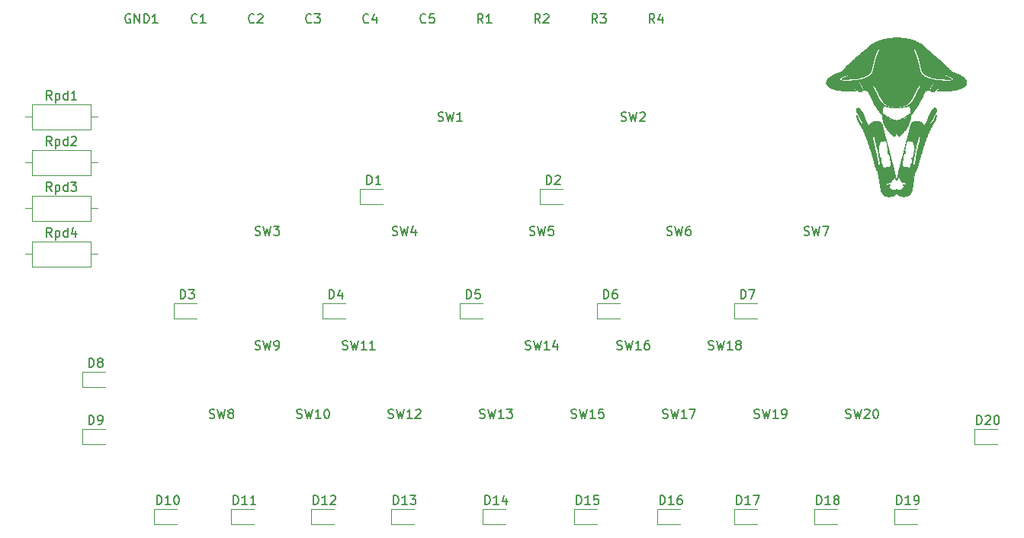
<source format=gto>
%TF.GenerationSoftware,KiCad,Pcbnew,(5.1.6)-1*%
%TF.CreationDate,2020-08-15T21:43:02-04:00*%
%TF.ProjectId,chords,63686f72-6473-42e6-9b69-6361645f7063,rev?*%
%TF.SameCoordinates,Original*%
%TF.FileFunction,Legend,Top*%
%TF.FilePolarity,Positive*%
%FSLAX46Y46*%
G04 Gerber Fmt 4.6, Leading zero omitted, Abs format (unit mm)*
G04 Created by KiCad (PCBNEW (5.1.6)-1) date 2020-08-15 21:43:02*
%MOMM*%
%LPD*%
G01*
G04 APERTURE LIST*
%ADD10C,0.120000*%
%ADD11C,0.010000*%
%ADD12C,0.150000*%
G04 APERTURE END LIST*
D10*
%TO.C,D20*%
X175030000Y-91860000D02*
X177580000Y-91860000D01*
X175030000Y-93560000D02*
X177580000Y-93560000D01*
X175030000Y-91860000D02*
X175030000Y-93560000D01*
%TO.C,D19*%
X166140000Y-100750000D02*
X168690000Y-100750000D01*
X166140000Y-102450000D02*
X168690000Y-102450000D01*
X166140000Y-100750000D02*
X166140000Y-102450000D01*
%TO.C,D18*%
X157250000Y-100750000D02*
X159800000Y-100750000D01*
X157250000Y-102450000D02*
X159800000Y-102450000D01*
X157250000Y-100750000D02*
X157250000Y-102450000D01*
%TO.C,D17*%
X148360000Y-100750000D02*
X150910000Y-100750000D01*
X148360000Y-102450000D02*
X150910000Y-102450000D01*
X148360000Y-100750000D02*
X148360000Y-102450000D01*
%TO.C,D16*%
X139865000Y-100750000D02*
X142415000Y-100750000D01*
X139865000Y-102450000D02*
X142415000Y-102450000D01*
X139865000Y-100750000D02*
X139865000Y-102450000D01*
%TO.C,D15*%
X130580000Y-100750000D02*
X133130000Y-100750000D01*
X130580000Y-102450000D02*
X133130000Y-102450000D01*
X130580000Y-100750000D02*
X130580000Y-102450000D01*
%TO.C,D14*%
X120420000Y-100750000D02*
X122970000Y-100750000D01*
X120420000Y-102450000D02*
X122970000Y-102450000D01*
X120420000Y-100750000D02*
X120420000Y-102450000D01*
%TO.C,D13*%
X110260000Y-100750000D02*
X112810000Y-100750000D01*
X110260000Y-102450000D02*
X112810000Y-102450000D01*
X110260000Y-100750000D02*
X110260000Y-102450000D01*
%TO.C,D12*%
X101370000Y-100750000D02*
X103920000Y-100750000D01*
X101370000Y-102450000D02*
X103920000Y-102450000D01*
X101370000Y-100750000D02*
X101370000Y-102450000D01*
%TO.C,D11*%
X92480000Y-100750000D02*
X95030000Y-100750000D01*
X92480000Y-102450000D02*
X95030000Y-102450000D01*
X92480000Y-100750000D02*
X92480000Y-102450000D01*
%TO.C,D10*%
X83985000Y-100750000D02*
X86535000Y-100750000D01*
X83985000Y-102450000D02*
X86535000Y-102450000D01*
X83985000Y-100750000D02*
X83985000Y-102450000D01*
%TO.C,D9*%
X75970000Y-91860000D02*
X78520000Y-91860000D01*
X75970000Y-93560000D02*
X78520000Y-93560000D01*
X75970000Y-91860000D02*
X75970000Y-93560000D01*
%TO.C,D8*%
X75970000Y-85510000D02*
X78520000Y-85510000D01*
X75970000Y-87210000D02*
X78520000Y-87210000D01*
X75970000Y-85510000D02*
X75970000Y-87210000D01*
%TO.C,D7*%
X148360000Y-77890000D02*
X150910000Y-77890000D01*
X148360000Y-79590000D02*
X150910000Y-79590000D01*
X148360000Y-77890000D02*
X148360000Y-79590000D01*
%TO.C,D6*%
X133120000Y-77890000D02*
X135670000Y-77890000D01*
X133120000Y-79590000D02*
X135670000Y-79590000D01*
X133120000Y-77890000D02*
X133120000Y-79590000D01*
%TO.C,D5*%
X117880000Y-77890000D02*
X120430000Y-77890000D01*
X117880000Y-79590000D02*
X120430000Y-79590000D01*
X117880000Y-77890000D02*
X117880000Y-79590000D01*
%TO.C,D4*%
X102640000Y-77890000D02*
X105190000Y-77890000D01*
X102640000Y-79590000D02*
X105190000Y-79590000D01*
X102640000Y-77890000D02*
X102640000Y-79590000D01*
%TO.C,D3*%
X86130000Y-77890000D02*
X88680000Y-77890000D01*
X86130000Y-79590000D02*
X88680000Y-79590000D01*
X86130000Y-77890000D02*
X86130000Y-79590000D01*
%TO.C,D2*%
X126770000Y-65190000D02*
X129320000Y-65190000D01*
X126770000Y-66890000D02*
X129320000Y-66890000D01*
X126770000Y-65190000D02*
X126770000Y-66890000D01*
%TO.C,D1*%
X106845000Y-65190000D02*
X109395000Y-65190000D01*
X106845000Y-66890000D02*
X109395000Y-66890000D01*
X106845000Y-65190000D02*
X106845000Y-66890000D01*
D11*
%TO.C,G\u002A\u002A\u002A*%
G36*
X166445565Y-48329638D02*
G01*
X166533452Y-48331712D01*
X166617033Y-48334420D01*
X166697049Y-48337807D01*
X166774238Y-48341923D01*
X166849342Y-48346813D01*
X166923101Y-48352525D01*
X166996254Y-48359107D01*
X167069541Y-48366605D01*
X167128190Y-48373227D01*
X167278312Y-48392797D01*
X167425947Y-48415943D01*
X167570995Y-48442627D01*
X167713354Y-48472813D01*
X167852922Y-48506461D01*
X167989598Y-48543535D01*
X168123282Y-48583996D01*
X168253871Y-48627807D01*
X168381264Y-48674929D01*
X168505361Y-48725326D01*
X168626059Y-48778960D01*
X168743257Y-48835792D01*
X168856855Y-48895785D01*
X168966751Y-48958900D01*
X169072844Y-49025102D01*
X169175031Y-49094350D01*
X169273213Y-49166609D01*
X169289523Y-49179208D01*
X169347658Y-49225720D01*
X169404093Y-49273416D01*
X169458360Y-49321847D01*
X169509991Y-49370566D01*
X169558517Y-49419123D01*
X169603471Y-49467069D01*
X169644384Y-49513956D01*
X169665029Y-49539174D01*
X169674166Y-49550317D01*
X169682945Y-49560487D01*
X169690559Y-49568786D01*
X169696200Y-49574317D01*
X169697716Y-49575547D01*
X169704183Y-49580336D01*
X169714206Y-49587929D01*
X169727347Y-49597986D01*
X169743171Y-49610167D01*
X169761240Y-49624134D01*
X169781119Y-49639546D01*
X169802372Y-49656066D01*
X169824561Y-49673353D01*
X169847251Y-49691068D01*
X169870005Y-49708871D01*
X169892387Y-49726424D01*
X169913961Y-49743387D01*
X169934290Y-49759421D01*
X169942510Y-49765921D01*
X170104642Y-49895420D01*
X170267948Y-50028158D01*
X170431869Y-50163647D01*
X170595845Y-50301402D01*
X170759319Y-50440936D01*
X170921733Y-50581763D01*
X171082527Y-50723396D01*
X171241144Y-50865349D01*
X171397025Y-51007137D01*
X171549611Y-51148273D01*
X171698345Y-51288269D01*
X171777547Y-51363880D01*
X171838941Y-51423065D01*
X171901360Y-51483768D01*
X171964401Y-51545579D01*
X172027661Y-51608092D01*
X172090736Y-51670898D01*
X172153224Y-51733591D01*
X172214721Y-51795763D01*
X172274825Y-51857007D01*
X172333131Y-51916914D01*
X172389238Y-51975078D01*
X172442742Y-52031091D01*
X172493240Y-52084546D01*
X172539500Y-52134140D01*
X172543597Y-52136559D01*
X172551613Y-52139701D01*
X172562502Y-52143197D01*
X172574025Y-52146373D01*
X172621745Y-52159088D01*
X172673072Y-52173689D01*
X172727030Y-52189869D01*
X172782644Y-52207323D01*
X172838940Y-52225742D01*
X172894941Y-52244821D01*
X172949671Y-52264253D01*
X172953680Y-52265710D01*
X173053912Y-52303582D01*
X173150225Y-52342794D01*
X173242557Y-52383294D01*
X173330846Y-52425037D01*
X173415030Y-52467972D01*
X173495046Y-52512051D01*
X173570833Y-52557226D01*
X173642330Y-52603449D01*
X173709473Y-52650670D01*
X173772201Y-52698842D01*
X173830452Y-52747916D01*
X173884165Y-52797843D01*
X173933276Y-52848575D01*
X173977725Y-52900063D01*
X174017449Y-52952260D01*
X174052387Y-53005116D01*
X174082476Y-53058582D01*
X174107654Y-53112612D01*
X174127859Y-53167155D01*
X174134829Y-53190140D01*
X174143367Y-53223527D01*
X174150296Y-53257417D01*
X174155456Y-53290685D01*
X174158685Y-53322207D01*
X174159822Y-53350858D01*
X174159594Y-53362860D01*
X174157732Y-53382450D01*
X174153591Y-53402740D01*
X174146933Y-53424489D01*
X174137518Y-53448454D01*
X174125108Y-53475392D01*
X174122335Y-53481023D01*
X174096810Y-53527121D01*
X174066414Y-53572619D01*
X174031341Y-53617328D01*
X173991784Y-53661056D01*
X173947937Y-53703611D01*
X173899994Y-53744802D01*
X173848147Y-53784437D01*
X173792589Y-53822325D01*
X173752510Y-53847161D01*
X173682660Y-53886382D01*
X173608218Y-53923557D01*
X173529250Y-53958666D01*
X173445821Y-53991689D01*
X173357997Y-54022609D01*
X173265844Y-54051407D01*
X173169426Y-54078063D01*
X173068809Y-54102560D01*
X172964060Y-54124877D01*
X172855243Y-54144998D01*
X172742424Y-54162901D01*
X172625669Y-54178570D01*
X172576490Y-54184364D01*
X172491341Y-54193392D01*
X172406013Y-54201191D01*
X172319718Y-54207811D01*
X172231665Y-54213300D01*
X172141065Y-54217708D01*
X172047129Y-54221082D01*
X171949068Y-54223471D01*
X171938950Y-54223658D01*
X171925629Y-54223842D01*
X171908167Y-54223991D01*
X171886848Y-54224106D01*
X171861958Y-54224190D01*
X171833782Y-54224242D01*
X171802604Y-54224266D01*
X171768710Y-54224262D01*
X171732384Y-54224231D01*
X171693913Y-54224175D01*
X171653579Y-54224095D01*
X171611670Y-54223992D01*
X171568469Y-54223868D01*
X171524262Y-54223724D01*
X171479333Y-54223562D01*
X171433969Y-54223382D01*
X171388452Y-54223186D01*
X171343070Y-54222976D01*
X171298106Y-54222753D01*
X171253846Y-54222518D01*
X171210574Y-54222272D01*
X171168577Y-54222017D01*
X171128138Y-54221754D01*
X171089542Y-54221484D01*
X171053076Y-54221209D01*
X171019023Y-54220931D01*
X170987669Y-54220650D01*
X170959298Y-54220367D01*
X170934196Y-54220085D01*
X170912648Y-54219804D01*
X170894939Y-54219526D01*
X170881354Y-54219253D01*
X170872177Y-54218984D01*
X170867694Y-54218723D01*
X170867285Y-54218632D01*
X170868876Y-54216843D01*
X170874109Y-54212555D01*
X170882454Y-54206167D01*
X170893381Y-54198079D01*
X170906359Y-54188689D01*
X170919615Y-54179271D01*
X170950470Y-54157351D01*
X170981366Y-54135066D01*
X171011497Y-54113012D01*
X171040058Y-54091782D01*
X171066242Y-54071974D01*
X171089245Y-54054182D01*
X171095670Y-54049118D01*
X171109030Y-54038374D01*
X171122719Y-54027093D01*
X171136193Y-54015750D01*
X171148910Y-54004823D01*
X171160327Y-53994786D01*
X171169903Y-53986117D01*
X171177094Y-53979290D01*
X171181358Y-53974783D01*
X171182267Y-53973120D01*
X171179630Y-53972095D01*
X171172668Y-53969730D01*
X171161909Y-53966196D01*
X171147879Y-53961663D01*
X171131104Y-53956301D01*
X171112112Y-53950279D01*
X171091428Y-53943768D01*
X171085273Y-53941839D01*
X170989602Y-53911880D01*
X170950112Y-53948774D01*
X170914462Y-53981544D01*
X170875361Y-54016490D01*
X170833569Y-54052945D01*
X170789844Y-54090240D01*
X170782454Y-54096464D01*
X170769283Y-54107728D01*
X170753300Y-54121710D01*
X170735374Y-54137627D01*
X170716379Y-54154701D01*
X170697184Y-54172150D01*
X170678660Y-54189194D01*
X170670598Y-54196689D01*
X170647602Y-54217981D01*
X170627633Y-54236059D01*
X170610161Y-54251336D01*
X170594657Y-54264226D01*
X170580591Y-54275143D01*
X170567433Y-54284501D01*
X170554655Y-54292713D01*
X170541728Y-54300193D01*
X170530520Y-54306134D01*
X170502348Y-54319429D01*
X170475929Y-54329307D01*
X170449681Y-54336180D01*
X170422023Y-54340466D01*
X170391756Y-54342565D01*
X170359860Y-54342623D01*
X170331238Y-54340221D01*
X170304634Y-54335192D01*
X170280073Y-54327826D01*
X170269804Y-54324440D01*
X170260722Y-54321872D01*
X170254353Y-54320538D01*
X170253092Y-54320440D01*
X170246307Y-54319038D01*
X170237295Y-54315433D01*
X170227850Y-54310519D01*
X170219769Y-54305194D01*
X170216170Y-54302012D01*
X170204684Y-54286707D01*
X170194515Y-54267013D01*
X170185838Y-54243490D01*
X170178833Y-54216701D01*
X170173678Y-54187206D01*
X170170774Y-54158917D01*
X170169146Y-54135825D01*
X170216535Y-53990007D01*
X170226650Y-53958940D01*
X170235389Y-53932259D01*
X170242915Y-53909509D01*
X170249392Y-53890235D01*
X170254983Y-53873982D01*
X170259854Y-53860296D01*
X170264167Y-53848721D01*
X170268087Y-53838803D01*
X170271776Y-53830086D01*
X170275400Y-53822116D01*
X170279122Y-53814438D01*
X170281411Y-53809900D01*
X170300409Y-53772677D01*
X170317294Y-53739674D01*
X170332235Y-53710569D01*
X170345405Y-53685045D01*
X170356973Y-53662782D01*
X170367111Y-53643462D01*
X170375990Y-53626765D01*
X170383781Y-53612373D01*
X170390654Y-53599966D01*
X170396781Y-53589226D01*
X170402332Y-53579833D01*
X170407478Y-53571470D01*
X170412390Y-53563816D01*
X170416860Y-53557111D01*
X170444081Y-53514833D01*
X170467793Y-53473574D01*
X170487837Y-53433672D01*
X170504057Y-53395467D01*
X170516293Y-53359300D01*
X170524293Y-53326030D01*
X170526776Y-53307417D01*
X170527778Y-53287432D01*
X170527353Y-53267475D01*
X170525557Y-53248949D01*
X170522443Y-53233256D01*
X170520432Y-53226970D01*
X170511795Y-53210996D01*
X170498166Y-53195401D01*
X170479620Y-53180245D01*
X170456235Y-53165589D01*
X170428088Y-53151491D01*
X170418648Y-53147346D01*
X170396504Y-53138740D01*
X170373108Y-53131128D01*
X170349656Y-53124805D01*
X170327340Y-53120068D01*
X170307356Y-53117212D01*
X170293967Y-53116480D01*
X170281600Y-53116480D01*
X170281600Y-53209734D01*
X170302103Y-53211139D01*
X170322044Y-53214046D01*
X170337969Y-53219834D01*
X170350131Y-53228631D01*
X170358310Y-53239670D01*
X170368650Y-53262413D01*
X170374258Y-53283947D01*
X170375163Y-53304835D01*
X170371393Y-53325643D01*
X170363649Y-53345559D01*
X170357301Y-53357822D01*
X170349833Y-53370919D01*
X170342699Y-53382316D01*
X170341646Y-53383870D01*
X170337914Y-53389922D01*
X170332253Y-53399936D01*
X170324980Y-53413316D01*
X170316408Y-53429466D01*
X170306854Y-53447791D01*
X170296633Y-53467694D01*
X170286059Y-53488580D01*
X170282559Y-53495561D01*
X170272038Y-53516476D01*
X170261867Y-53536473D01*
X170252343Y-53554979D01*
X170243766Y-53571423D01*
X170236434Y-53585234D01*
X170230647Y-53595839D01*
X170226704Y-53602668D01*
X170225794Y-53604091D01*
X170215853Y-53619383D01*
X170204336Y-53638116D01*
X170191897Y-53659166D01*
X170179189Y-53681409D01*
X170166864Y-53703722D01*
X170155663Y-53724810D01*
X170124982Y-53788208D01*
X170099081Y-53850853D01*
X170077989Y-53912647D01*
X170061736Y-53973492D01*
X170050353Y-54033292D01*
X170044041Y-54089515D01*
X170042453Y-54111321D01*
X170005181Y-54114333D01*
X169937912Y-54122073D01*
X169872329Y-54134235D01*
X169808669Y-54150722D01*
X169747169Y-54171441D01*
X169688066Y-54196294D01*
X169631598Y-54225188D01*
X169578002Y-54258026D01*
X169527514Y-54294714D01*
X169500028Y-54317476D01*
X169497144Y-54321497D01*
X169492921Y-54329360D01*
X169487806Y-54340149D01*
X169482242Y-54352949D01*
X169479308Y-54360125D01*
X169428838Y-54483031D01*
X169374702Y-54608717D01*
X169317138Y-54736711D01*
X169256384Y-54866543D01*
X169192676Y-54997741D01*
X169126254Y-55129833D01*
X169057354Y-55262348D01*
X168986214Y-55394816D01*
X168913072Y-55526764D01*
X168838165Y-55657722D01*
X168761732Y-55787218D01*
X168749046Y-55808318D01*
X168698534Y-55891246D01*
X168646746Y-55974587D01*
X168593969Y-56057917D01*
X168540492Y-56140812D01*
X168486603Y-56222848D01*
X168432590Y-56303601D01*
X168378742Y-56382648D01*
X168325348Y-56459565D01*
X168272694Y-56533928D01*
X168221070Y-56605313D01*
X168170764Y-56673297D01*
X168122065Y-56737455D01*
X168082299Y-56788474D01*
X168078971Y-56791696D01*
X168073305Y-56795680D01*
X168064860Y-56800674D01*
X168053191Y-56806921D01*
X168037854Y-56814667D01*
X168018408Y-56824158D01*
X168013547Y-56826498D01*
X167995018Y-56835512D01*
X167976160Y-56844889D01*
X167958019Y-56854092D01*
X167941639Y-56862588D01*
X167928067Y-56869843D01*
X167920670Y-56873970D01*
X167852827Y-56912540D01*
X167783020Y-56951523D01*
X167711754Y-56990660D01*
X167639534Y-57029689D01*
X167566869Y-57068350D01*
X167494264Y-57106383D01*
X167422226Y-57143526D01*
X167351261Y-57179520D01*
X167281875Y-57214104D01*
X167214575Y-57247017D01*
X167149867Y-57277999D01*
X167088258Y-57306789D01*
X167030255Y-57333127D01*
X167015160Y-57339836D01*
X166943952Y-57370725D01*
X166876794Y-57398617D01*
X166813645Y-57423525D01*
X166754464Y-57445464D01*
X166699209Y-57464447D01*
X166647839Y-57480489D01*
X166600313Y-57493604D01*
X166556590Y-57503805D01*
X166516629Y-57511108D01*
X166511914Y-57511815D01*
X166498190Y-57513417D01*
X166481868Y-57514543D01*
X166462250Y-57515223D01*
X166438634Y-57515485D01*
X166424284Y-57515465D01*
X166407688Y-57515340D01*
X166393239Y-57515146D01*
X166381557Y-57514899D01*
X166373262Y-57514613D01*
X166368974Y-57514305D01*
X166368730Y-57514074D01*
X166373054Y-57513191D01*
X166381250Y-57511558D01*
X166392202Y-57509397D01*
X166404796Y-57506928D01*
X166406830Y-57506531D01*
X166466515Y-57493578D01*
X166529604Y-57477412D01*
X166595692Y-57458181D01*
X166664373Y-57436033D01*
X166735243Y-57411115D01*
X166807895Y-57383577D01*
X166881926Y-57353565D01*
X166956930Y-57321229D01*
X167032502Y-57286716D01*
X167107870Y-57250355D01*
X167229204Y-57187859D01*
X167348960Y-57121362D01*
X167467454Y-57050665D01*
X167585001Y-56975572D01*
X167701916Y-56895883D01*
X167818515Y-56811402D01*
X167870172Y-56772376D01*
X167921274Y-56733286D01*
X167926810Y-56707328D01*
X167931168Y-56684907D01*
X167935515Y-56658851D01*
X167939636Y-56630598D01*
X167943315Y-56601589D01*
X167945309Y-56583580D01*
X167946611Y-56567138D01*
X167947597Y-56546576D01*
X167948272Y-56522846D01*
X167948641Y-56496898D01*
X167948709Y-56469682D01*
X167948483Y-56442149D01*
X167947967Y-56415249D01*
X167947166Y-56389934D01*
X167946086Y-56367152D01*
X167944732Y-56347856D01*
X167943946Y-56339740D01*
X167933347Y-56262302D01*
X167918750Y-56187322D01*
X167900217Y-56115064D01*
X167877815Y-56045795D01*
X167863234Y-56007487D01*
X167858694Y-55996608D01*
X167852996Y-55983553D01*
X167846468Y-55969015D01*
X167839439Y-55953688D01*
X167832239Y-55938267D01*
X167825196Y-55923445D01*
X167818640Y-55909917D01*
X167812901Y-55898376D01*
X167808307Y-55889516D01*
X167805187Y-55884031D01*
X167803960Y-55882540D01*
X167801240Y-55883615D01*
X167794929Y-55886544D01*
X167785964Y-55890880D01*
X167775284Y-55896176D01*
X167775192Y-55896223D01*
X167748486Y-55908487D01*
X167717094Y-55920909D01*
X167681401Y-55933392D01*
X167641793Y-55945838D01*
X167598658Y-55958150D01*
X167552381Y-55970231D01*
X167503349Y-55981982D01*
X167451948Y-55993308D01*
X167398564Y-56004110D01*
X167343585Y-56014292D01*
X167287396Y-56023755D01*
X167239950Y-56031020D01*
X167131895Y-56045449D01*
X167019653Y-56057797D01*
X166903688Y-56068029D01*
X166784462Y-56076113D01*
X166662439Y-56082014D01*
X166538080Y-56085698D01*
X166479220Y-56086651D01*
X166454784Y-56086928D01*
X166435331Y-56087111D01*
X166420868Y-56087191D01*
X166411407Y-56087158D01*
X166406956Y-56087005D01*
X166407525Y-56086722D01*
X166413123Y-56086301D01*
X166423761Y-56085733D01*
X166439448Y-56085008D01*
X166460194Y-56084120D01*
X166483030Y-56083178D01*
X166575150Y-56078688D01*
X166665578Y-56072811D01*
X166754027Y-56065589D01*
X166840208Y-56057068D01*
X166923834Y-56047289D01*
X167004616Y-56036298D01*
X167082266Y-56024136D01*
X167156496Y-56010849D01*
X167227018Y-55996480D01*
X167293544Y-55981071D01*
X167355787Y-55964667D01*
X167413457Y-55947312D01*
X167440101Y-55938424D01*
X167471953Y-55926879D01*
X167505134Y-55913859D01*
X167538682Y-55899796D01*
X167571635Y-55885127D01*
X167603031Y-55870285D01*
X167631905Y-55855706D01*
X167657297Y-55841823D01*
X167667815Y-55835625D01*
X167723459Y-55799450D01*
X167779263Y-55758359D01*
X167835090Y-55712507D01*
X167890806Y-55662049D01*
X167946273Y-55607141D01*
X168001358Y-55547937D01*
X168055922Y-55484594D01*
X168109832Y-55417267D01*
X168162951Y-55346110D01*
X168215143Y-55271278D01*
X168266273Y-55192928D01*
X168316204Y-55111215D01*
X168345410Y-55060850D01*
X168390983Y-54978185D01*
X168436205Y-54891176D01*
X168480729Y-54800561D01*
X168524204Y-54707074D01*
X168566283Y-54611452D01*
X168606615Y-54514432D01*
X168617945Y-54486113D01*
X168635742Y-54443729D01*
X168655807Y-54400796D01*
X168673634Y-54365654D01*
X168710812Y-54295441D01*
X168747514Y-54227788D01*
X168783628Y-54162877D01*
X168819038Y-54100893D01*
X168853630Y-54042017D01*
X168887291Y-53986433D01*
X168919905Y-53934323D01*
X168951359Y-53885870D01*
X168981538Y-53841257D01*
X169010328Y-53800666D01*
X169037616Y-53764280D01*
X169063286Y-53732283D01*
X169085100Y-53707182D01*
X169103440Y-53687014D01*
X169092445Y-53683757D01*
X169087555Y-53682323D01*
X169078399Y-53679652D01*
X169065588Y-53675923D01*
X169049736Y-53671313D01*
X169031456Y-53666000D01*
X169011358Y-53660163D01*
X168990057Y-53653980D01*
X168987718Y-53653301D01*
X168893987Y-53626102D01*
X168874512Y-53646323D01*
X168853316Y-53669619D01*
X168830276Y-53697359D01*
X168805539Y-53729312D01*
X168779254Y-53765247D01*
X168751569Y-53804934D01*
X168722631Y-53848144D01*
X168692590Y-53894645D01*
X168661592Y-53944209D01*
X168629786Y-53996605D01*
X168597321Y-54051602D01*
X168564343Y-54108971D01*
X168531001Y-54168482D01*
X168497444Y-54229903D01*
X168489050Y-54245510D01*
X168471982Y-54277465D01*
X168457119Y-54305600D01*
X168444169Y-54330517D01*
X168432837Y-54352818D01*
X168422832Y-54373107D01*
X168413861Y-54391985D01*
X168405632Y-54410057D01*
X168397850Y-54427924D01*
X168390224Y-54446189D01*
X168383561Y-54462687D01*
X168341827Y-54564237D01*
X168298564Y-54663387D01*
X168254001Y-54759669D01*
X168208368Y-54852612D01*
X168161892Y-54941746D01*
X168114803Y-55026601D01*
X168081913Y-55082678D01*
X168030524Y-55165598D01*
X167978791Y-55243722D01*
X167926498Y-55317331D01*
X167873431Y-55386708D01*
X167819372Y-55452135D01*
X167764106Y-55513893D01*
X167707416Y-55572265D01*
X167705629Y-55574028D01*
X167676604Y-55602216D01*
X167649911Y-55627209D01*
X167624676Y-55649751D01*
X167600025Y-55670585D01*
X167575083Y-55690458D01*
X167548975Y-55710112D01*
X167527868Y-55725323D01*
X167509054Y-55738392D01*
X167491181Y-55750170D01*
X167473425Y-55761111D01*
X167454966Y-55771670D01*
X167434981Y-55782301D01*
X167412648Y-55793460D01*
X167387144Y-55805601D01*
X167360771Y-55817757D01*
X167306631Y-55840821D01*
X167249051Y-55862203D01*
X167187825Y-55881955D01*
X167122748Y-55900130D01*
X167053616Y-55916781D01*
X166980223Y-55931959D01*
X166902365Y-55945719D01*
X166819837Y-55958111D01*
X166805610Y-55960048D01*
X166774934Y-55963940D01*
X166741400Y-55967795D01*
X166705725Y-55971555D01*
X166668624Y-55975163D01*
X166630815Y-55978562D01*
X166593012Y-55981696D01*
X166555932Y-55984508D01*
X166520290Y-55986941D01*
X166486804Y-55988938D01*
X166456189Y-55990442D01*
X166429161Y-55991397D01*
X166406437Y-55991746D01*
X166405957Y-55991746D01*
X166394774Y-55991847D01*
X166387665Y-55992269D01*
X166383625Y-55993217D01*
X166381649Y-55994896D01*
X166380895Y-55996840D01*
X166377492Y-56001130D01*
X166374148Y-56001894D01*
X166365689Y-56001728D01*
X166352982Y-56001314D01*
X166336853Y-56000691D01*
X166318126Y-55999897D01*
X166297627Y-55998972D01*
X166276180Y-55997955D01*
X166254610Y-55996884D01*
X166233742Y-55995799D01*
X166214400Y-55994738D01*
X166197410Y-55993741D01*
X166185850Y-55993000D01*
X166086107Y-55985176D01*
X165990999Y-55975486D01*
X165900428Y-55963909D01*
X165814294Y-55950426D01*
X165732500Y-55935014D01*
X165654947Y-55917655D01*
X165581537Y-55898326D01*
X165512171Y-55877009D01*
X165446752Y-55853681D01*
X165385180Y-55828323D01*
X165373392Y-55823039D01*
X165359002Y-55816519D01*
X165346249Y-55810778D01*
X165335831Y-55806127D01*
X165328444Y-55802878D01*
X165324785Y-55801341D01*
X165324524Y-55801260D01*
X165321439Y-55800011D01*
X165314834Y-55796577D01*
X165305523Y-55791430D01*
X165294316Y-55785040D01*
X165282026Y-55777878D01*
X165269466Y-55770413D01*
X165257446Y-55763116D01*
X165246779Y-55756459D01*
X165242768Y-55753883D01*
X165198541Y-55723322D01*
X165153073Y-55688392D01*
X165106816Y-55649511D01*
X165060223Y-55607099D01*
X165013746Y-55561573D01*
X164967838Y-55513354D01*
X164922951Y-55462861D01*
X164903041Y-55439310D01*
X164844069Y-55365388D01*
X164786106Y-55286613D01*
X164729230Y-55203124D01*
X164673521Y-55115060D01*
X164619057Y-55022563D01*
X164565917Y-54925771D01*
X164514181Y-54824826D01*
X164463926Y-54719867D01*
X164415231Y-54611033D01*
X164368177Y-54498466D01*
X164355423Y-54466593D01*
X164344127Y-54438864D01*
X164332828Y-54412843D01*
X164320808Y-54386974D01*
X164307347Y-54359705D01*
X164294368Y-54334513D01*
X164252868Y-54256212D01*
X164211858Y-54180891D01*
X164171499Y-54108825D01*
X164131950Y-54040286D01*
X164093370Y-53975548D01*
X164055921Y-53914886D01*
X164019761Y-53858572D01*
X163993198Y-53818790D01*
X163975808Y-53793709D01*
X163957713Y-53768511D01*
X163939391Y-53743804D01*
X163921317Y-53720200D01*
X163903969Y-53698307D01*
X163887824Y-53678735D01*
X163873357Y-53662096D01*
X163861046Y-53648998D01*
X163858745Y-53646721D01*
X163846369Y-53634673D01*
X163744839Y-53664089D01*
X163723009Y-53670446D01*
X163702688Y-53676428D01*
X163684396Y-53681875D01*
X163668657Y-53686629D01*
X163655989Y-53690533D01*
X163646916Y-53693429D01*
X163641957Y-53695158D01*
X163641193Y-53695525D01*
X163641954Y-53698077D01*
X163645619Y-53703485D01*
X163651579Y-53710930D01*
X163658495Y-53718798D01*
X163681013Y-53744738D01*
X163705322Y-53775193D01*
X163731303Y-53809970D01*
X163758833Y-53848879D01*
X163787792Y-53891727D01*
X163818058Y-53938323D01*
X163849510Y-53988475D01*
X163882027Y-54041992D01*
X163915489Y-54098683D01*
X163949773Y-54158354D01*
X163984759Y-54220816D01*
X164020325Y-54285876D01*
X164038886Y-54320440D01*
X164054220Y-54349310D01*
X164067378Y-54374433D01*
X164078684Y-54396480D01*
X164088464Y-54416126D01*
X164097042Y-54434043D01*
X164104745Y-54450905D01*
X164111897Y-54467384D01*
X164118823Y-54484154D01*
X164122924Y-54494430D01*
X164170181Y-54609914D01*
X164219698Y-54722746D01*
X164271255Y-54832477D01*
X164324636Y-54938661D01*
X164379621Y-55040852D01*
X164435992Y-55138603D01*
X164444213Y-55152290D01*
X164492507Y-55229673D01*
X164542112Y-55304078D01*
X164592860Y-55375321D01*
X164644584Y-55443222D01*
X164697116Y-55507597D01*
X164750289Y-55568266D01*
X164803934Y-55625047D01*
X164857885Y-55677758D01*
X164911973Y-55726217D01*
X164966031Y-55770242D01*
X165019892Y-55809651D01*
X165073387Y-55844263D01*
X165092685Y-55855606D01*
X165107489Y-55863628D01*
X165126103Y-55873018D01*
X165147587Y-55883348D01*
X165170998Y-55894188D01*
X165195396Y-55905110D01*
X165219839Y-55915687D01*
X165243385Y-55925488D01*
X165265094Y-55934087D01*
X165265100Y-55934089D01*
X165315773Y-55952156D01*
X165371223Y-55969355D01*
X165431217Y-55985647D01*
X165495520Y-56000998D01*
X165563897Y-56015370D01*
X165636116Y-56028727D01*
X165711941Y-56041032D01*
X165791139Y-56052250D01*
X165873476Y-56062343D01*
X165958718Y-56071275D01*
X166046630Y-56079010D01*
X166136979Y-56085512D01*
X166229530Y-56090743D01*
X166287450Y-56093314D01*
X166300414Y-56093845D01*
X166309760Y-56094271D01*
X166315320Y-56094596D01*
X166316926Y-56094823D01*
X166314411Y-56094957D01*
X166307608Y-56095001D01*
X166296349Y-56094961D01*
X166280466Y-56094840D01*
X166259793Y-56094642D01*
X166241730Y-56094454D01*
X166136913Y-56092416D01*
X166032378Y-56088576D01*
X165928711Y-56082984D01*
X165826501Y-56075694D01*
X165726335Y-56066755D01*
X165628800Y-56056219D01*
X165534484Y-56044139D01*
X165443974Y-56030566D01*
X165371908Y-56018156D01*
X165312263Y-56006672D01*
X165255184Y-55994564D01*
X165200996Y-55981920D01*
X165150028Y-55968834D01*
X165102606Y-55955396D01*
X165059058Y-55941697D01*
X165019709Y-55927828D01*
X164984889Y-55913882D01*
X164963746Y-55904296D01*
X164935442Y-55890721D01*
X164913452Y-55936162D01*
X164883345Y-56002980D01*
X164857725Y-56069924D01*
X164836440Y-56137590D01*
X164819339Y-56206573D01*
X164806269Y-56277469D01*
X164797079Y-56350873D01*
X164792448Y-56411280D01*
X164790804Y-56463449D01*
X164791521Y-56517928D01*
X164794506Y-56572959D01*
X164799663Y-56626784D01*
X164806671Y-56676290D01*
X164810355Y-56697458D01*
X164813596Y-56714097D01*
X164816533Y-56726725D01*
X164819304Y-56735860D01*
X164822047Y-56742019D01*
X164824900Y-56745720D01*
X164825310Y-56746067D01*
X164834315Y-56753110D01*
X164846756Y-56762653D01*
X164861968Y-56774199D01*
X164879286Y-56787251D01*
X164898043Y-56801314D01*
X164917574Y-56815891D01*
X164937215Y-56830484D01*
X164956298Y-56844598D01*
X164974159Y-56857736D01*
X164990131Y-56869401D01*
X165003550Y-56879097D01*
X165005165Y-56880254D01*
X165109265Y-56952634D01*
X165214653Y-57021880D01*
X165320949Y-57087782D01*
X165427775Y-57150133D01*
X165534751Y-57208724D01*
X165641498Y-57263346D01*
X165747635Y-57313792D01*
X165852785Y-57359852D01*
X165947090Y-57397702D01*
X166006938Y-57419955D01*
X166066505Y-57440749D01*
X166125119Y-57459880D01*
X166182109Y-57477145D01*
X166236804Y-57492341D01*
X166288531Y-57505265D01*
X166336620Y-57515713D01*
X166336980Y-57515784D01*
X166350599Y-57518512D01*
X166362507Y-57520950D01*
X166371790Y-57522906D01*
X166377535Y-57524191D01*
X166378890Y-57524554D01*
X166377751Y-57524971D01*
X166372300Y-57525261D01*
X166363300Y-57525433D01*
X166351518Y-57525495D01*
X166337717Y-57525455D01*
X166322663Y-57525322D01*
X166307121Y-57525105D01*
X166291856Y-57524812D01*
X166277632Y-57524452D01*
X166265216Y-57524034D01*
X166255372Y-57523565D01*
X166249350Y-57523107D01*
X166214040Y-57518162D01*
X166174675Y-57510340D01*
X166131360Y-57499680D01*
X166084204Y-57486217D01*
X166033311Y-57469989D01*
X165978789Y-57451032D01*
X165920744Y-57429383D01*
X165859283Y-57405078D01*
X165794513Y-57378155D01*
X165726539Y-57348650D01*
X165672770Y-57324507D01*
X165611441Y-57296156D01*
X165546493Y-57265310D01*
X165478535Y-57232284D01*
X165408179Y-57197395D01*
X165336034Y-57160958D01*
X165262712Y-57123290D01*
X165188823Y-57084707D01*
X165114978Y-57045524D01*
X165041787Y-57006058D01*
X164969862Y-56966625D01*
X164899813Y-56927541D01*
X164838380Y-56892640D01*
X164823292Y-56884225D01*
X164804869Y-56874325D01*
X164784380Y-56863599D01*
X164763096Y-56852706D01*
X164742285Y-56842307D01*
X164729744Y-56836188D01*
X164665558Y-56805221D01*
X164643603Y-56777585D01*
X164633482Y-56764662D01*
X164620841Y-56748224D01*
X164606131Y-56728878D01*
X164589802Y-56707232D01*
X164572307Y-56683889D01*
X164554097Y-56659458D01*
X164535622Y-56634545D01*
X164517333Y-56609755D01*
X164499683Y-56585695D01*
X164483122Y-56562971D01*
X164468101Y-56542189D01*
X164459540Y-56530240D01*
X164340419Y-56359726D01*
X164223949Y-56185961D01*
X164110381Y-56009380D01*
X163999963Y-55830421D01*
X163892948Y-55649518D01*
X163789585Y-55467110D01*
X163690124Y-55283631D01*
X163594818Y-55099519D01*
X163503915Y-54915209D01*
X163417666Y-54731139D01*
X163383653Y-54655720D01*
X163370702Y-54626467D01*
X163356886Y-54594900D01*
X163342561Y-54561853D01*
X163328084Y-54528162D01*
X163313808Y-54494662D01*
X163300091Y-54462189D01*
X163287287Y-54431577D01*
X163275752Y-54403663D01*
X163265841Y-54379282D01*
X163263129Y-54372510D01*
X163257238Y-54358347D01*
X163251516Y-54345705D01*
X163246424Y-54335533D01*
X163242421Y-54328778D01*
X163241155Y-54327167D01*
X163233688Y-54320016D01*
X163222915Y-54310799D01*
X163209767Y-54300248D01*
X163195176Y-54289096D01*
X163180075Y-54278078D01*
X163168330Y-54269902D01*
X163116602Y-54237706D01*
X163061530Y-54208991D01*
X163003654Y-54183965D01*
X162943515Y-54162835D01*
X162881654Y-54145810D01*
X162818611Y-54133098D01*
X162808128Y-54131429D01*
X162793841Y-54129380D01*
X162777546Y-54127274D01*
X162760317Y-54125223D01*
X162743225Y-54123345D01*
X162727341Y-54121753D01*
X162713737Y-54120562D01*
X162703484Y-54119888D01*
X162699561Y-54119780D01*
X162698162Y-54117501D01*
X162697296Y-54111705D01*
X162697160Y-54107699D01*
X162696175Y-54085712D01*
X162693348Y-54059969D01*
X162688871Y-54031369D01*
X162682934Y-54000811D01*
X162675729Y-53969194D01*
X162667446Y-53937417D01*
X162658278Y-53906380D01*
X162648414Y-53876981D01*
X162647676Y-53874935D01*
X162635398Y-53843091D01*
X162620971Y-53809117D01*
X162604901Y-53774016D01*
X162587692Y-53738789D01*
X162569849Y-53704439D01*
X162551877Y-53671967D01*
X162534280Y-53642375D01*
X162517564Y-53616665D01*
X162517519Y-53616599D01*
X162514732Y-53611928D01*
X162509979Y-53603251D01*
X162503544Y-53591116D01*
X162495711Y-53576070D01*
X162486765Y-53558662D01*
X162476989Y-53539439D01*
X162466670Y-53518950D01*
X162462282Y-53510180D01*
X162451489Y-53488760D01*
X162440804Y-53467921D01*
X162430563Y-53448291D01*
X162421103Y-53430504D01*
X162412760Y-53415189D01*
X162405873Y-53402979D01*
X162400777Y-53394505D01*
X162399612Y-53392733D01*
X162385343Y-53370184D01*
X162375014Y-53350019D01*
X162368446Y-53331649D01*
X162365461Y-53314484D01*
X162365879Y-53297933D01*
X162367785Y-53287656D01*
X162371387Y-53275631D01*
X162376312Y-53262521D01*
X162380304Y-53253640D01*
X162387317Y-53241770D01*
X162395411Y-53232951D01*
X162405503Y-53226663D01*
X162418505Y-53222386D01*
X162435333Y-53219600D01*
X162441255Y-53218978D01*
X162458400Y-53217350D01*
X162458400Y-53123503D01*
X162438715Y-53125269D01*
X162413080Y-53128693D01*
X162386755Y-53134271D01*
X162360368Y-53141714D01*
X162334549Y-53150731D01*
X162309926Y-53161032D01*
X162287130Y-53172328D01*
X162266789Y-53184329D01*
X162249533Y-53196745D01*
X162235990Y-53209287D01*
X162226790Y-53221664D01*
X162225924Y-53223289D01*
X162217806Y-53244529D01*
X162213234Y-53268926D01*
X162212255Y-53295951D01*
X162214920Y-53325076D01*
X162215947Y-53331412D01*
X162222348Y-53359418D01*
X162232136Y-53390173D01*
X162244980Y-53422968D01*
X162260547Y-53457091D01*
X162278505Y-53491832D01*
X162298522Y-53526481D01*
X162320266Y-53560327D01*
X162328616Y-53572410D01*
X162336311Y-53584026D01*
X162345249Y-53598633D01*
X162354492Y-53614632D01*
X162363101Y-53630427D01*
X162365943Y-53635910D01*
X162371694Y-53647171D01*
X162379355Y-53662137D01*
X162388509Y-53679998D01*
X162398742Y-53699942D01*
X162409636Y-53721159D01*
X162420775Y-53742837D01*
X162430444Y-53761640D01*
X162475526Y-53849270D01*
X162523158Y-53995320D01*
X162570791Y-54141370D01*
X162569345Y-54168040D01*
X162566526Y-54198635D01*
X162561598Y-54227199D01*
X162554745Y-54253145D01*
X162546153Y-54275886D01*
X162536005Y-54294833D01*
X162525113Y-54308764D01*
X162513824Y-54318384D01*
X162501963Y-54325020D01*
X162490846Y-54327972D01*
X162488855Y-54328060D01*
X162480877Y-54329282D01*
X162473206Y-54332094D01*
X162464139Y-54335769D01*
X162451248Y-54339633D01*
X162435767Y-54343405D01*
X162418930Y-54346806D01*
X162401971Y-54349556D01*
X162389742Y-54351039D01*
X162352946Y-54352269D01*
X162315332Y-54348855D01*
X162277681Y-54340970D01*
X162240777Y-54328793D01*
X162205404Y-54312497D01*
X162196694Y-54307688D01*
X162185134Y-54300837D01*
X162173971Y-54293659D01*
X162162693Y-54285736D01*
X162150789Y-54276653D01*
X162137745Y-54265993D01*
X162123049Y-54253340D01*
X162106188Y-54238277D01*
X162086651Y-54220389D01*
X162068510Y-54203540D01*
X162051189Y-54187491D01*
X162033240Y-54171058D01*
X162015446Y-54154944D01*
X161998592Y-54139855D01*
X161983460Y-54126494D01*
X161970836Y-54115564D01*
X161965640Y-54111173D01*
X161949583Y-54097653D01*
X161932053Y-54082694D01*
X161913455Y-54066657D01*
X161894192Y-54049903D01*
X161874671Y-54032793D01*
X161855293Y-54015689D01*
X161836465Y-53998950D01*
X161818590Y-53982939D01*
X161802073Y-53968015D01*
X161787318Y-53954541D01*
X161774729Y-53942878D01*
X161764711Y-53933386D01*
X161757669Y-53926426D01*
X161754006Y-53922359D01*
X161753756Y-53921993D01*
X161751134Y-53922274D01*
X161744190Y-53923948D01*
X161733441Y-53926865D01*
X161719405Y-53930877D01*
X161702598Y-53935835D01*
X161683539Y-53941589D01*
X161662745Y-53947991D01*
X161654279Y-53950631D01*
X161556088Y-53981350D01*
X161573539Y-53997434D01*
X161589817Y-54011883D01*
X161609890Y-54028768D01*
X161633303Y-54047739D01*
X161659602Y-54068447D01*
X161688332Y-54090544D01*
X161719040Y-54113680D01*
X161751270Y-54137507D01*
X161784569Y-54161675D01*
X161818482Y-54185836D01*
X161823399Y-54189301D01*
X161878009Y-54227730D01*
X161673539Y-54229447D01*
X161645078Y-54229668D01*
X161612083Y-54229894D01*
X161575098Y-54230123D01*
X161534668Y-54230351D01*
X161491339Y-54230576D01*
X161445655Y-54230797D01*
X161398163Y-54231009D01*
X161349406Y-54231212D01*
X161299931Y-54231402D01*
X161250283Y-54231578D01*
X161201006Y-54231736D01*
X161152645Y-54231874D01*
X161107120Y-54231987D01*
X161053804Y-54232101D01*
X161005203Y-54232189D01*
X160960952Y-54232242D01*
X160920684Y-54232256D01*
X160884034Y-54232224D01*
X160850637Y-54232141D01*
X160820128Y-54232000D01*
X160792141Y-54231796D01*
X160766310Y-54231523D01*
X160742271Y-54231174D01*
X160719657Y-54230744D01*
X160698104Y-54230227D01*
X160677246Y-54229618D01*
X160656717Y-54228909D01*
X160636153Y-54228095D01*
X160615187Y-54227170D01*
X160593454Y-54226129D01*
X160570590Y-54224965D01*
X160546228Y-54223672D01*
X160525460Y-54222544D01*
X160395267Y-54214176D01*
X160268957Y-54203535D01*
X160146578Y-54190635D01*
X160028182Y-54175488D01*
X159913818Y-54158107D01*
X159803538Y-54138505D01*
X159697390Y-54116693D01*
X159595426Y-54092685D01*
X159497696Y-54066493D01*
X159404249Y-54038130D01*
X159315137Y-54007608D01*
X159230410Y-53974940D01*
X159150117Y-53940138D01*
X159074310Y-53903216D01*
X159003039Y-53864185D01*
X158940500Y-53825765D01*
X158905636Y-53802059D01*
X158870374Y-53776116D01*
X158835727Y-53748767D01*
X158802710Y-53720839D01*
X158772339Y-53693164D01*
X158745629Y-53666572D01*
X158745066Y-53665980D01*
X158709914Y-53626533D01*
X158677938Y-53585693D01*
X158649494Y-53544018D01*
X158624938Y-53502062D01*
X158604627Y-53460382D01*
X158590794Y-53425090D01*
X158587020Y-53413998D01*
X158584392Y-53405356D01*
X158582710Y-53397789D01*
X158581775Y-53389922D01*
X158581388Y-53380380D01*
X158581349Y-53367787D01*
X158581394Y-53360320D01*
X158584193Y-53309304D01*
X158591822Y-53257447D01*
X158604170Y-53205090D01*
X158621126Y-53152572D01*
X158642579Y-53100233D01*
X158668417Y-53048413D01*
X158698530Y-52997453D01*
X158701207Y-52993290D01*
X158738774Y-52939464D01*
X158755578Y-52918497D01*
X160032755Y-52918497D01*
X160034234Y-52930375D01*
X160038979Y-52942113D01*
X160047312Y-52954119D01*
X160059553Y-52966798D01*
X160076024Y-52980560D01*
X160089531Y-52990549D01*
X160127721Y-53015096D01*
X160170126Y-53037475D01*
X160216305Y-53057553D01*
X160265819Y-53075200D01*
X160318228Y-53090283D01*
X160373093Y-53102672D01*
X160429975Y-53112233D01*
X160488433Y-53118837D01*
X160526730Y-53121463D01*
X160542533Y-53122048D01*
X160562873Y-53122437D01*
X160587211Y-53122634D01*
X160615008Y-53122645D01*
X160645725Y-53122473D01*
X160678823Y-53122124D01*
X160713764Y-53121601D01*
X160750007Y-53120911D01*
X160787015Y-53120056D01*
X160824248Y-53119042D01*
X160830260Y-53118864D01*
X160907902Y-53116239D01*
X160990116Y-53112900D01*
X161076955Y-53108845D01*
X161168468Y-53104068D01*
X161264708Y-53098569D01*
X161365725Y-53092343D01*
X161471572Y-53085388D01*
X161582299Y-53077700D01*
X161697957Y-53069277D01*
X161798000Y-53061705D01*
X161843666Y-53058183D01*
X161884547Y-53055005D01*
X161920926Y-53052147D01*
X161953084Y-53049581D01*
X161981304Y-53047283D01*
X162005866Y-53045225D01*
X162027054Y-53043382D01*
X162045148Y-53041727D01*
X162060431Y-53040235D01*
X162073185Y-53038879D01*
X162083692Y-53037633D01*
X162092233Y-53036471D01*
X162099090Y-53035368D01*
X162104546Y-53034296D01*
X162108882Y-53033231D01*
X162110420Y-53032784D01*
X162118502Y-53030574D01*
X162130337Y-53027670D01*
X162144690Y-53024361D01*
X162160329Y-53020932D01*
X162171380Y-53018614D01*
X162228164Y-53006436D01*
X162288228Y-52992599D01*
X162350182Y-52977445D01*
X162412636Y-52961318D01*
X162474200Y-52944562D01*
X162493960Y-52938988D01*
X162597779Y-52908199D01*
X162697839Y-52876026D01*
X162794027Y-52842520D01*
X162886233Y-52807733D01*
X162974347Y-52771717D01*
X163058256Y-52734525D01*
X163137852Y-52696207D01*
X163213022Y-52656816D01*
X163283657Y-52616404D01*
X163349645Y-52575023D01*
X163410876Y-52532723D01*
X163467239Y-52489559D01*
X163485629Y-52474396D01*
X163502790Y-52459386D01*
X163522014Y-52441591D01*
X163542271Y-52422039D01*
X163562531Y-52401758D01*
X163581764Y-52381775D01*
X163598941Y-52363119D01*
X163610878Y-52349400D01*
X163644470Y-52306276D01*
X163674125Y-52261676D01*
X163699628Y-52216028D01*
X163720765Y-52169757D01*
X163737321Y-52123293D01*
X163749082Y-52077060D01*
X163749972Y-52072540D01*
X163757296Y-52035216D01*
X163765798Y-51993467D01*
X163775367Y-51947783D01*
X163785889Y-51898652D01*
X163797253Y-51846562D01*
X163809345Y-51792003D01*
X163822055Y-51735462D01*
X163835268Y-51677430D01*
X163848874Y-51618394D01*
X163862759Y-51558843D01*
X163876811Y-51499267D01*
X163890919Y-51440153D01*
X163904968Y-51381990D01*
X163918848Y-51325268D01*
X163932446Y-51270474D01*
X163945650Y-51218098D01*
X163953066Y-51189086D01*
X163985621Y-51064335D01*
X164017880Y-50944540D01*
X164049841Y-50829710D01*
X164081500Y-50719853D01*
X164112855Y-50614978D01*
X164143903Y-50515094D01*
X164174641Y-50420209D01*
X164205066Y-50330333D01*
X164235175Y-50245474D01*
X164264965Y-50165641D01*
X164294434Y-50090842D01*
X164323579Y-50021086D01*
X164352396Y-49956382D01*
X164380109Y-49898300D01*
X164399267Y-49860310D01*
X164417184Y-49826372D01*
X164434294Y-49795741D01*
X164451035Y-49767672D01*
X164467843Y-49741422D01*
X164485152Y-49716246D01*
X164493690Y-49704430D01*
X164506408Y-49687091D01*
X164500474Y-49681715D01*
X168237010Y-49681715D01*
X168237151Y-49682342D01*
X168239532Y-49685852D01*
X168244229Y-49692474D01*
X168250544Y-49701233D01*
X168257183Y-49710340D01*
X168273520Y-49733955D01*
X168291131Y-49761854D01*
X168309719Y-49793486D01*
X168328990Y-49828304D01*
X168348645Y-49865760D01*
X168368391Y-49905303D01*
X168387929Y-49946387D01*
X168405284Y-49984660D01*
X168431571Y-50045909D01*
X168458359Y-50112060D01*
X168485600Y-50182964D01*
X168513244Y-50258474D01*
X168541245Y-50338440D01*
X168569555Y-50422715D01*
X168598124Y-50511150D01*
X168626905Y-50603596D01*
X168655850Y-50699905D01*
X168684910Y-50799930D01*
X168714038Y-50903520D01*
X168743185Y-51010529D01*
X168766140Y-51097180D01*
X168779948Y-51150430D01*
X168794209Y-51206354D01*
X168808808Y-51264464D01*
X168823630Y-51324270D01*
X168838561Y-51385284D01*
X168853487Y-51447015D01*
X168868292Y-51508976D01*
X168882863Y-51570676D01*
X168897085Y-51631627D01*
X168910844Y-51691340D01*
X168924024Y-51749325D01*
X168936513Y-51805093D01*
X168948194Y-51858156D01*
X168958954Y-51908025D01*
X168968679Y-51954209D01*
X168977253Y-51996220D01*
X168981049Y-52015390D01*
X168985893Y-52039860D01*
X168990047Y-52060135D01*
X168993707Y-52077023D01*
X168997067Y-52091332D01*
X169000321Y-52103869D01*
X169003666Y-52115442D01*
X169007294Y-52126858D01*
X169009528Y-52133500D01*
X169028756Y-52182153D01*
X169052951Y-52230112D01*
X169082126Y-52277391D01*
X169116294Y-52324009D01*
X169155467Y-52369983D01*
X169199657Y-52415330D01*
X169248879Y-52460066D01*
X169257980Y-52467807D01*
X169311730Y-52510613D01*
X169370426Y-52552647D01*
X169433989Y-52593865D01*
X169502338Y-52634226D01*
X169575391Y-52673687D01*
X169653068Y-52712206D01*
X169735289Y-52749739D01*
X169821973Y-52786246D01*
X169913040Y-52821682D01*
X169969034Y-52842158D01*
X170044442Y-52868162D01*
X170123685Y-52893718D01*
X170205519Y-52918479D01*
X170288700Y-52942096D01*
X170371984Y-52964222D01*
X170454127Y-52984510D01*
X170533884Y-53002614D01*
X170573700Y-53010986D01*
X170589381Y-53014295D01*
X170604517Y-53017682D01*
X170617913Y-53020864D01*
X170628373Y-53023561D01*
X170633390Y-53025036D01*
X170637910Y-53026248D01*
X170644270Y-53027477D01*
X170652842Y-53028763D01*
X170664003Y-53030143D01*
X170678128Y-53031658D01*
X170695592Y-53033345D01*
X170716771Y-53035244D01*
X170742040Y-53037393D01*
X170771773Y-53039831D01*
X170792140Y-53041467D01*
X170912351Y-53050918D01*
X171027704Y-53059687D01*
X171138371Y-53067783D01*
X171244527Y-53075219D01*
X171346344Y-53082004D01*
X171443997Y-53088149D01*
X171537659Y-53093665D01*
X171627503Y-53098563D01*
X171713703Y-53102853D01*
X171796432Y-53106546D01*
X171875865Y-53109653D01*
X171923710Y-53111296D01*
X171939414Y-53111703D01*
X171959362Y-53112060D01*
X171982720Y-53112358D01*
X172008652Y-53112592D01*
X172036323Y-53112756D01*
X172064896Y-53112843D01*
X172093538Y-53112846D01*
X172118020Y-53112776D01*
X172149719Y-53112604D01*
X172176847Y-53112382D01*
X172199913Y-53112092D01*
X172219425Y-53111722D01*
X172235892Y-53111255D01*
X172249822Y-53110678D01*
X172261724Y-53109974D01*
X172272106Y-53109129D01*
X172281479Y-53108128D01*
X172283120Y-53107928D01*
X172342831Y-53099112D01*
X172398610Y-53087953D01*
X172451125Y-53074261D01*
X172501047Y-53057844D01*
X172549046Y-53038512D01*
X172584110Y-53022022D01*
X172607873Y-53009372D01*
X172630245Y-52995957D01*
X172650733Y-52982170D01*
X172668847Y-52968404D01*
X172684095Y-52955052D01*
X172695986Y-52942506D01*
X172704028Y-52931159D01*
X172707274Y-52923546D01*
X172708980Y-52907795D01*
X172705905Y-52891983D01*
X172698319Y-52876575D01*
X172686494Y-52862036D01*
X172670701Y-52848829D01*
X172659574Y-52841818D01*
X172649661Y-52835520D01*
X172638826Y-52827615D01*
X172631321Y-52821453D01*
X172606689Y-52801300D01*
X172577424Y-52780195D01*
X172543849Y-52758303D01*
X172506284Y-52735792D01*
X172465054Y-52712827D01*
X172420479Y-52689575D01*
X172372883Y-52666204D01*
X172322587Y-52642878D01*
X172269913Y-52619766D01*
X172215183Y-52597033D01*
X172158721Y-52574846D01*
X172142150Y-52568568D01*
X172121927Y-52561099D01*
X172099262Y-52552954D01*
X172074613Y-52544282D01*
X172048442Y-52535232D01*
X172021208Y-52525953D01*
X171993372Y-52516595D01*
X171965392Y-52507307D01*
X171937729Y-52498237D01*
X171910844Y-52489535D01*
X171885195Y-52481349D01*
X171861244Y-52473830D01*
X171839449Y-52467127D01*
X171820271Y-52461387D01*
X171804171Y-52456761D01*
X171791607Y-52453398D01*
X171783040Y-52451447D01*
X171779545Y-52451000D01*
X171777204Y-52452799D01*
X171772015Y-52457814D01*
X171764511Y-52465466D01*
X171755223Y-52475178D01*
X171744685Y-52486372D01*
X171733428Y-52498471D01*
X171721984Y-52510898D01*
X171710887Y-52523076D01*
X171700668Y-52534426D01*
X171691860Y-52544371D01*
X171684995Y-52552335D01*
X171680605Y-52557739D01*
X171679245Y-52559796D01*
X171681264Y-52561133D01*
X171687212Y-52563440D01*
X171696114Y-52566366D01*
X171704645Y-52568900D01*
X171740644Y-52579506D01*
X171779797Y-52591676D01*
X171820906Y-52605000D01*
X171862773Y-52619072D01*
X171904201Y-52633483D01*
X171943992Y-52647826D01*
X171980947Y-52661693D01*
X172006260Y-52671606D01*
X172068178Y-52697323D01*
X172125340Y-52723043D01*
X172178067Y-52748950D01*
X172226678Y-52775231D01*
X172271495Y-52802071D01*
X172312839Y-52829655D01*
X172351029Y-52858168D01*
X172386386Y-52887797D01*
X172397998Y-52898324D01*
X172407171Y-52906960D01*
X172414813Y-52914443D01*
X172420231Y-52920072D01*
X172422730Y-52923146D01*
X172422820Y-52923408D01*
X172420305Y-52925295D01*
X172412860Y-52927137D01*
X172400635Y-52928920D01*
X172383780Y-52930630D01*
X172362446Y-52932254D01*
X172336781Y-52933779D01*
X172306937Y-52935191D01*
X172280580Y-52936215D01*
X172241172Y-52937209D01*
X172196769Y-52937564D01*
X172147416Y-52937283D01*
X172093158Y-52936367D01*
X172034039Y-52934820D01*
X171970104Y-52932643D01*
X171901397Y-52929840D01*
X171827964Y-52926411D01*
X171749847Y-52922361D01*
X171667094Y-52917691D01*
X171579747Y-52912404D01*
X171487851Y-52906502D01*
X171391452Y-52899987D01*
X171290593Y-52892862D01*
X171185320Y-52885130D01*
X171075677Y-52876792D01*
X170961709Y-52867851D01*
X170862339Y-52859850D01*
X170738229Y-52849745D01*
X170675649Y-52835877D01*
X170573281Y-52812035D01*
X170471095Y-52785965D01*
X170369811Y-52757889D01*
X170270149Y-52728027D01*
X170172827Y-52696602D01*
X170078567Y-52663835D01*
X169988087Y-52629948D01*
X169924730Y-52604586D01*
X169841561Y-52568949D01*
X169762906Y-52532451D01*
X169688828Y-52495130D01*
X169619391Y-52457025D01*
X169554659Y-52418176D01*
X169494695Y-52378621D01*
X169439565Y-52338400D01*
X169389332Y-52297553D01*
X169344061Y-52256117D01*
X169326526Y-52238533D01*
X169290437Y-52198719D01*
X169258473Y-52158073D01*
X169230840Y-52116916D01*
X169207747Y-52075570D01*
X169189402Y-52034356D01*
X169182993Y-52016660D01*
X169180044Y-52006845D01*
X169176394Y-51993035D01*
X169172281Y-51976227D01*
X169167942Y-51957418D01*
X169163614Y-51937605D01*
X169160006Y-51920140D01*
X169143556Y-51839749D01*
X169125652Y-51755267D01*
X169106462Y-51667413D01*
X169086160Y-51576907D01*
X169064916Y-51484470D01*
X169042901Y-51390822D01*
X169020286Y-51296683D01*
X168997244Y-51202774D01*
X168973945Y-51109814D01*
X168950560Y-51018525D01*
X168927260Y-50929625D01*
X168904218Y-50843837D01*
X168903347Y-50840640D01*
X168872782Y-50730336D01*
X168842275Y-50624032D01*
X168811854Y-50521800D01*
X168781544Y-50423710D01*
X168751373Y-50329834D01*
X168721367Y-50240242D01*
X168691552Y-50155005D01*
X168661956Y-50074195D01*
X168632604Y-49997881D01*
X168603524Y-49926137D01*
X168574742Y-49859031D01*
X168546284Y-49796636D01*
X168518177Y-49739023D01*
X168490448Y-49686261D01*
X168463124Y-49638423D01*
X168438430Y-49598921D01*
X168428464Y-49583982D01*
X168418873Y-49570091D01*
X168410094Y-49557837D01*
X168402562Y-49547811D01*
X168396714Y-49540600D01*
X168392986Y-49536794D01*
X168392102Y-49536350D01*
X168389881Y-49538009D01*
X168384322Y-49542749D01*
X168375826Y-49550211D01*
X168364793Y-49560038D01*
X168351625Y-49571871D01*
X168336722Y-49585352D01*
X168320485Y-49600124D01*
X168312506Y-49607412D01*
X168292637Y-49625639D01*
X168276295Y-49640768D01*
X168263208Y-49653071D01*
X168253102Y-49662820D01*
X168245702Y-49670287D01*
X168240736Y-49675744D01*
X168237930Y-49679462D01*
X168237010Y-49681715D01*
X164500474Y-49681715D01*
X164490149Y-49672362D01*
X164484254Y-49666999D01*
X164475217Y-49658747D01*
X164463638Y-49648154D01*
X164450114Y-49635770D01*
X164435246Y-49622141D01*
X164419631Y-49607818D01*
X164411660Y-49600500D01*
X164392354Y-49582921D01*
X164376339Y-49568649D01*
X164363682Y-49557741D01*
X164354447Y-49550251D01*
X164348699Y-49546235D01*
X164346607Y-49545592D01*
X164343725Y-49548824D01*
X164338601Y-49555511D01*
X164331785Y-49564862D01*
X164323828Y-49576089D01*
X164315281Y-49588402D01*
X164306696Y-49601013D01*
X164298622Y-49613132D01*
X164291611Y-49623971D01*
X164289217Y-49627790D01*
X164261951Y-49673945D01*
X164234266Y-49725072D01*
X164206194Y-49781082D01*
X164177764Y-49841886D01*
X164149007Y-49907396D01*
X164119952Y-49977524D01*
X164090632Y-50052180D01*
X164061075Y-50131277D01*
X164031313Y-50214725D01*
X164001376Y-50302436D01*
X163971293Y-50394322D01*
X163941097Y-50490293D01*
X163910816Y-50590262D01*
X163880482Y-50694140D01*
X163850124Y-50801838D01*
X163819774Y-50913267D01*
X163789461Y-51028340D01*
X163759217Y-51146967D01*
X163737102Y-51236150D01*
X163724993Y-51285918D01*
X163712601Y-51337535D01*
X163700035Y-51390515D01*
X163687406Y-51444372D01*
X163674821Y-51498617D01*
X163662392Y-51552765D01*
X163650226Y-51606329D01*
X163638434Y-51658822D01*
X163627125Y-51709757D01*
X163616409Y-51758647D01*
X163606394Y-51805006D01*
X163597190Y-51848346D01*
X163588907Y-51888182D01*
X163581653Y-51924026D01*
X163575985Y-51953052D01*
X163569217Y-51984788D01*
X163561529Y-52013157D01*
X163552365Y-52039856D01*
X163541175Y-52066585D01*
X163534191Y-52081430D01*
X163510390Y-52124959D01*
X163481560Y-52168008D01*
X163447731Y-52210550D01*
X163408933Y-52252560D01*
X163365196Y-52294012D01*
X163316551Y-52334882D01*
X163263028Y-52375145D01*
X163204657Y-52414774D01*
X163141469Y-52453745D01*
X163073493Y-52492033D01*
X163000760Y-52529612D01*
X162993070Y-52533407D01*
X162913532Y-52570869D01*
X162829360Y-52607403D01*
X162740933Y-52642883D01*
X162648634Y-52677181D01*
X162552843Y-52710168D01*
X162453941Y-52741719D01*
X162352310Y-52771704D01*
X162248332Y-52799997D01*
X162142387Y-52826469D01*
X162062160Y-52844987D01*
X162052662Y-52847090D01*
X162043774Y-52849009D01*
X162035191Y-52850773D01*
X162026604Y-52852413D01*
X162017709Y-52853962D01*
X162008198Y-52855449D01*
X161997765Y-52856906D01*
X161986105Y-52858363D01*
X161972910Y-52859852D01*
X161957874Y-52861403D01*
X161940691Y-52863048D01*
X161921055Y-52864817D01*
X161898659Y-52866741D01*
X161873197Y-52868852D01*
X161844363Y-52871179D01*
X161811850Y-52873755D01*
X161775351Y-52876610D01*
X161734561Y-52879775D01*
X161689173Y-52883281D01*
X161663380Y-52885270D01*
X161551977Y-52893731D01*
X161445562Y-52901550D01*
X161344081Y-52908728D01*
X161247483Y-52915269D01*
X161155714Y-52921173D01*
X161068724Y-52926444D01*
X160986459Y-52931083D01*
X160908867Y-52935093D01*
X160835897Y-52938475D01*
X160767496Y-52941231D01*
X160703611Y-52943365D01*
X160644191Y-52944877D01*
X160589184Y-52945771D01*
X160538537Y-52946047D01*
X160492197Y-52945709D01*
X160450113Y-52944758D01*
X160412233Y-52943196D01*
X160378504Y-52941026D01*
X160349745Y-52938347D01*
X160338473Y-52936976D01*
X160328934Y-52935580D01*
X160322363Y-52934353D01*
X160320208Y-52933709D01*
X160320566Y-52931384D01*
X160324272Y-52926349D01*
X160330770Y-52919139D01*
X160339504Y-52910295D01*
X160349918Y-52900353D01*
X160361456Y-52889853D01*
X160373562Y-52879332D01*
X160385678Y-52869329D01*
X160391377Y-52864836D01*
X160434808Y-52833372D01*
X160483208Y-52802387D01*
X160536488Y-52771925D01*
X160594555Y-52742025D01*
X160657319Y-52712729D01*
X160724690Y-52684077D01*
X160796575Y-52656112D01*
X160872885Y-52628872D01*
X160953527Y-52602401D01*
X161017507Y-52582865D01*
X161063785Y-52569166D01*
X161055386Y-52560248D01*
X161051334Y-52555844D01*
X161044493Y-52548297D01*
X161035452Y-52538260D01*
X161024797Y-52526385D01*
X161013116Y-52513326D01*
X161005512Y-52504805D01*
X160992489Y-52490251D01*
X160982353Y-52479102D01*
X160974652Y-52470935D01*
X160968935Y-52465327D01*
X160964748Y-52461855D01*
X160961639Y-52460095D01*
X160959157Y-52459624D01*
X160957474Y-52459853D01*
X160945527Y-52462961D01*
X160929391Y-52467529D01*
X160909678Y-52473360D01*
X160887001Y-52480260D01*
X160861972Y-52488031D01*
X160835205Y-52496479D01*
X160807313Y-52505407D01*
X160778908Y-52514619D01*
X160750602Y-52523919D01*
X160723010Y-52533111D01*
X160696744Y-52542000D01*
X160672416Y-52550389D01*
X160653730Y-52556977D01*
X160584662Y-52582411D01*
X160518486Y-52608353D01*
X160455439Y-52634686D01*
X160395756Y-52661291D01*
X160339676Y-52688051D01*
X160287434Y-52714849D01*
X160239268Y-52741567D01*
X160195413Y-52768087D01*
X160156108Y-52794293D01*
X160121589Y-52820065D01*
X160118079Y-52822881D01*
X160106661Y-52831851D01*
X160094945Y-52840617D01*
X160084361Y-52848132D01*
X160076801Y-52853073D01*
X160058789Y-52866157D01*
X160045401Y-52880765D01*
X160036748Y-52896734D01*
X160032939Y-52913901D01*
X160032755Y-52918497D01*
X158755578Y-52918497D01*
X158781308Y-52886395D01*
X158828748Y-52834124D01*
X158881030Y-52782696D01*
X158938093Y-52732153D01*
X158999874Y-52682540D01*
X159066311Y-52633901D01*
X159137342Y-52586278D01*
X159212904Y-52539715D01*
X159292935Y-52494256D01*
X159377373Y-52449945D01*
X159466155Y-52406825D01*
X159559219Y-52364939D01*
X159656502Y-52324331D01*
X159660590Y-52322690D01*
X159720521Y-52299255D01*
X159782694Y-52276053D01*
X159846161Y-52253400D01*
X159909976Y-52231611D01*
X159973192Y-52211002D01*
X160034861Y-52191888D01*
X160094037Y-52174586D01*
X160149772Y-52159411D01*
X160152985Y-52158575D01*
X160195801Y-52147470D01*
X160260764Y-52078890D01*
X160329171Y-52007135D01*
X160400887Y-51932784D01*
X160475291Y-51856457D01*
X160551762Y-51778772D01*
X160629677Y-51700352D01*
X160708417Y-51621815D01*
X160787358Y-51543783D01*
X160865879Y-51466876D01*
X160943359Y-51391713D01*
X161019176Y-51318916D01*
X161084296Y-51257049D01*
X161191406Y-51156525D01*
X161301258Y-51054771D01*
X161413480Y-50952106D01*
X161527695Y-50848852D01*
X161643531Y-50745328D01*
X161760612Y-50641855D01*
X161878564Y-50538752D01*
X161997013Y-50436339D01*
X162115585Y-50334937D01*
X162233904Y-50234866D01*
X162351597Y-50136446D01*
X162468290Y-50039998D01*
X162583607Y-49945840D01*
X162697174Y-49854294D01*
X162808618Y-49765680D01*
X162917563Y-49680317D01*
X163023636Y-49598526D01*
X163026090Y-49596650D01*
X163043798Y-49582436D01*
X163057357Y-49569982D01*
X163067208Y-49558877D01*
X163068326Y-49557394D01*
X163086665Y-49533754D01*
X163108653Y-49507574D01*
X163133834Y-49479306D01*
X163161752Y-49449403D01*
X163191951Y-49418317D01*
X163223975Y-49386501D01*
X163257368Y-49354407D01*
X163291675Y-49322488D01*
X163326439Y-49291196D01*
X163361204Y-49260984D01*
X163395515Y-49232305D01*
X163397490Y-49230691D01*
X163492594Y-49156239D01*
X163591719Y-49084793D01*
X163694762Y-49016388D01*
X163801625Y-48951057D01*
X163912207Y-48888833D01*
X164026409Y-48829752D01*
X164144129Y-48773846D01*
X164265269Y-48721149D01*
X164389729Y-48671695D01*
X164517407Y-48625517D01*
X164648205Y-48582650D01*
X164782023Y-48543127D01*
X164918760Y-48506982D01*
X165058316Y-48474249D01*
X165200591Y-48444961D01*
X165345486Y-48419153D01*
X165492900Y-48396857D01*
X165642734Y-48378108D01*
X165794887Y-48362940D01*
X165949259Y-48351386D01*
X166013130Y-48347703D01*
X166063824Y-48345198D01*
X166113525Y-48343067D01*
X166161465Y-48341335D01*
X166206874Y-48340025D01*
X166248984Y-48339163D01*
X166287025Y-48338772D01*
X166296975Y-48338750D01*
X166316420Y-48338737D01*
X166331375Y-48338670D01*
X166342430Y-48338500D01*
X166350172Y-48338175D01*
X166355193Y-48337644D01*
X166358081Y-48336858D01*
X166359426Y-48335766D01*
X166359817Y-48334316D01*
X166359840Y-48333347D01*
X166359840Y-48327955D01*
X166445565Y-48329638D01*
G37*
X166445565Y-48329638D02*
X166533452Y-48331712D01*
X166617033Y-48334420D01*
X166697049Y-48337807D01*
X166774238Y-48341923D01*
X166849342Y-48346813D01*
X166923101Y-48352525D01*
X166996254Y-48359107D01*
X167069541Y-48366605D01*
X167128190Y-48373227D01*
X167278312Y-48392797D01*
X167425947Y-48415943D01*
X167570995Y-48442627D01*
X167713354Y-48472813D01*
X167852922Y-48506461D01*
X167989598Y-48543535D01*
X168123282Y-48583996D01*
X168253871Y-48627807D01*
X168381264Y-48674929D01*
X168505361Y-48725326D01*
X168626059Y-48778960D01*
X168743257Y-48835792D01*
X168856855Y-48895785D01*
X168966751Y-48958900D01*
X169072844Y-49025102D01*
X169175031Y-49094350D01*
X169273213Y-49166609D01*
X169289523Y-49179208D01*
X169347658Y-49225720D01*
X169404093Y-49273416D01*
X169458360Y-49321847D01*
X169509991Y-49370566D01*
X169558517Y-49419123D01*
X169603471Y-49467069D01*
X169644384Y-49513956D01*
X169665029Y-49539174D01*
X169674166Y-49550317D01*
X169682945Y-49560487D01*
X169690559Y-49568786D01*
X169696200Y-49574317D01*
X169697716Y-49575547D01*
X169704183Y-49580336D01*
X169714206Y-49587929D01*
X169727347Y-49597986D01*
X169743171Y-49610167D01*
X169761240Y-49624134D01*
X169781119Y-49639546D01*
X169802372Y-49656066D01*
X169824561Y-49673353D01*
X169847251Y-49691068D01*
X169870005Y-49708871D01*
X169892387Y-49726424D01*
X169913961Y-49743387D01*
X169934290Y-49759421D01*
X169942510Y-49765921D01*
X170104642Y-49895420D01*
X170267948Y-50028158D01*
X170431869Y-50163647D01*
X170595845Y-50301402D01*
X170759319Y-50440936D01*
X170921733Y-50581763D01*
X171082527Y-50723396D01*
X171241144Y-50865349D01*
X171397025Y-51007137D01*
X171549611Y-51148273D01*
X171698345Y-51288269D01*
X171777547Y-51363880D01*
X171838941Y-51423065D01*
X171901360Y-51483768D01*
X171964401Y-51545579D01*
X172027661Y-51608092D01*
X172090736Y-51670898D01*
X172153224Y-51733591D01*
X172214721Y-51795763D01*
X172274825Y-51857007D01*
X172333131Y-51916914D01*
X172389238Y-51975078D01*
X172442742Y-52031091D01*
X172493240Y-52084546D01*
X172539500Y-52134140D01*
X172543597Y-52136559D01*
X172551613Y-52139701D01*
X172562502Y-52143197D01*
X172574025Y-52146373D01*
X172621745Y-52159088D01*
X172673072Y-52173689D01*
X172727030Y-52189869D01*
X172782644Y-52207323D01*
X172838940Y-52225742D01*
X172894941Y-52244821D01*
X172949671Y-52264253D01*
X172953680Y-52265710D01*
X173053912Y-52303582D01*
X173150225Y-52342794D01*
X173242557Y-52383294D01*
X173330846Y-52425037D01*
X173415030Y-52467972D01*
X173495046Y-52512051D01*
X173570833Y-52557226D01*
X173642330Y-52603449D01*
X173709473Y-52650670D01*
X173772201Y-52698842D01*
X173830452Y-52747916D01*
X173884165Y-52797843D01*
X173933276Y-52848575D01*
X173977725Y-52900063D01*
X174017449Y-52952260D01*
X174052387Y-53005116D01*
X174082476Y-53058582D01*
X174107654Y-53112612D01*
X174127859Y-53167155D01*
X174134829Y-53190140D01*
X174143367Y-53223527D01*
X174150296Y-53257417D01*
X174155456Y-53290685D01*
X174158685Y-53322207D01*
X174159822Y-53350858D01*
X174159594Y-53362860D01*
X174157732Y-53382450D01*
X174153591Y-53402740D01*
X174146933Y-53424489D01*
X174137518Y-53448454D01*
X174125108Y-53475392D01*
X174122335Y-53481023D01*
X174096810Y-53527121D01*
X174066414Y-53572619D01*
X174031341Y-53617328D01*
X173991784Y-53661056D01*
X173947937Y-53703611D01*
X173899994Y-53744802D01*
X173848147Y-53784437D01*
X173792589Y-53822325D01*
X173752510Y-53847161D01*
X173682660Y-53886382D01*
X173608218Y-53923557D01*
X173529250Y-53958666D01*
X173445821Y-53991689D01*
X173357997Y-54022609D01*
X173265844Y-54051407D01*
X173169426Y-54078063D01*
X173068809Y-54102560D01*
X172964060Y-54124877D01*
X172855243Y-54144998D01*
X172742424Y-54162901D01*
X172625669Y-54178570D01*
X172576490Y-54184364D01*
X172491341Y-54193392D01*
X172406013Y-54201191D01*
X172319718Y-54207811D01*
X172231665Y-54213300D01*
X172141065Y-54217708D01*
X172047129Y-54221082D01*
X171949068Y-54223471D01*
X171938950Y-54223658D01*
X171925629Y-54223842D01*
X171908167Y-54223991D01*
X171886848Y-54224106D01*
X171861958Y-54224190D01*
X171833782Y-54224242D01*
X171802604Y-54224266D01*
X171768710Y-54224262D01*
X171732384Y-54224231D01*
X171693913Y-54224175D01*
X171653579Y-54224095D01*
X171611670Y-54223992D01*
X171568469Y-54223868D01*
X171524262Y-54223724D01*
X171479333Y-54223562D01*
X171433969Y-54223382D01*
X171388452Y-54223186D01*
X171343070Y-54222976D01*
X171298106Y-54222753D01*
X171253846Y-54222518D01*
X171210574Y-54222272D01*
X171168577Y-54222017D01*
X171128138Y-54221754D01*
X171089542Y-54221484D01*
X171053076Y-54221209D01*
X171019023Y-54220931D01*
X170987669Y-54220650D01*
X170959298Y-54220367D01*
X170934196Y-54220085D01*
X170912648Y-54219804D01*
X170894939Y-54219526D01*
X170881354Y-54219253D01*
X170872177Y-54218984D01*
X170867694Y-54218723D01*
X170867285Y-54218632D01*
X170868876Y-54216843D01*
X170874109Y-54212555D01*
X170882454Y-54206167D01*
X170893381Y-54198079D01*
X170906359Y-54188689D01*
X170919615Y-54179271D01*
X170950470Y-54157351D01*
X170981366Y-54135066D01*
X171011497Y-54113012D01*
X171040058Y-54091782D01*
X171066242Y-54071974D01*
X171089245Y-54054182D01*
X171095670Y-54049118D01*
X171109030Y-54038374D01*
X171122719Y-54027093D01*
X171136193Y-54015750D01*
X171148910Y-54004823D01*
X171160327Y-53994786D01*
X171169903Y-53986117D01*
X171177094Y-53979290D01*
X171181358Y-53974783D01*
X171182267Y-53973120D01*
X171179630Y-53972095D01*
X171172668Y-53969730D01*
X171161909Y-53966196D01*
X171147879Y-53961663D01*
X171131104Y-53956301D01*
X171112112Y-53950279D01*
X171091428Y-53943768D01*
X171085273Y-53941839D01*
X170989602Y-53911880D01*
X170950112Y-53948774D01*
X170914462Y-53981544D01*
X170875361Y-54016490D01*
X170833569Y-54052945D01*
X170789844Y-54090240D01*
X170782454Y-54096464D01*
X170769283Y-54107728D01*
X170753300Y-54121710D01*
X170735374Y-54137627D01*
X170716379Y-54154701D01*
X170697184Y-54172150D01*
X170678660Y-54189194D01*
X170670598Y-54196689D01*
X170647602Y-54217981D01*
X170627633Y-54236059D01*
X170610161Y-54251336D01*
X170594657Y-54264226D01*
X170580591Y-54275143D01*
X170567433Y-54284501D01*
X170554655Y-54292713D01*
X170541728Y-54300193D01*
X170530520Y-54306134D01*
X170502348Y-54319429D01*
X170475929Y-54329307D01*
X170449681Y-54336180D01*
X170422023Y-54340466D01*
X170391756Y-54342565D01*
X170359860Y-54342623D01*
X170331238Y-54340221D01*
X170304634Y-54335192D01*
X170280073Y-54327826D01*
X170269804Y-54324440D01*
X170260722Y-54321872D01*
X170254353Y-54320538D01*
X170253092Y-54320440D01*
X170246307Y-54319038D01*
X170237295Y-54315433D01*
X170227850Y-54310519D01*
X170219769Y-54305194D01*
X170216170Y-54302012D01*
X170204684Y-54286707D01*
X170194515Y-54267013D01*
X170185838Y-54243490D01*
X170178833Y-54216701D01*
X170173678Y-54187206D01*
X170170774Y-54158917D01*
X170169146Y-54135825D01*
X170216535Y-53990007D01*
X170226650Y-53958940D01*
X170235389Y-53932259D01*
X170242915Y-53909509D01*
X170249392Y-53890235D01*
X170254983Y-53873982D01*
X170259854Y-53860296D01*
X170264167Y-53848721D01*
X170268087Y-53838803D01*
X170271776Y-53830086D01*
X170275400Y-53822116D01*
X170279122Y-53814438D01*
X170281411Y-53809900D01*
X170300409Y-53772677D01*
X170317294Y-53739674D01*
X170332235Y-53710569D01*
X170345405Y-53685045D01*
X170356973Y-53662782D01*
X170367111Y-53643462D01*
X170375990Y-53626765D01*
X170383781Y-53612373D01*
X170390654Y-53599966D01*
X170396781Y-53589226D01*
X170402332Y-53579833D01*
X170407478Y-53571470D01*
X170412390Y-53563816D01*
X170416860Y-53557111D01*
X170444081Y-53514833D01*
X170467793Y-53473574D01*
X170487837Y-53433672D01*
X170504057Y-53395467D01*
X170516293Y-53359300D01*
X170524293Y-53326030D01*
X170526776Y-53307417D01*
X170527778Y-53287432D01*
X170527353Y-53267475D01*
X170525557Y-53248949D01*
X170522443Y-53233256D01*
X170520432Y-53226970D01*
X170511795Y-53210996D01*
X170498166Y-53195401D01*
X170479620Y-53180245D01*
X170456235Y-53165589D01*
X170428088Y-53151491D01*
X170418648Y-53147346D01*
X170396504Y-53138740D01*
X170373108Y-53131128D01*
X170349656Y-53124805D01*
X170327340Y-53120068D01*
X170307356Y-53117212D01*
X170293967Y-53116480D01*
X170281600Y-53116480D01*
X170281600Y-53209734D01*
X170302103Y-53211139D01*
X170322044Y-53214046D01*
X170337969Y-53219834D01*
X170350131Y-53228631D01*
X170358310Y-53239670D01*
X170368650Y-53262413D01*
X170374258Y-53283947D01*
X170375163Y-53304835D01*
X170371393Y-53325643D01*
X170363649Y-53345559D01*
X170357301Y-53357822D01*
X170349833Y-53370919D01*
X170342699Y-53382316D01*
X170341646Y-53383870D01*
X170337914Y-53389922D01*
X170332253Y-53399936D01*
X170324980Y-53413316D01*
X170316408Y-53429466D01*
X170306854Y-53447791D01*
X170296633Y-53467694D01*
X170286059Y-53488580D01*
X170282559Y-53495561D01*
X170272038Y-53516476D01*
X170261867Y-53536473D01*
X170252343Y-53554979D01*
X170243766Y-53571423D01*
X170236434Y-53585234D01*
X170230647Y-53595839D01*
X170226704Y-53602668D01*
X170225794Y-53604091D01*
X170215853Y-53619383D01*
X170204336Y-53638116D01*
X170191897Y-53659166D01*
X170179189Y-53681409D01*
X170166864Y-53703722D01*
X170155663Y-53724810D01*
X170124982Y-53788208D01*
X170099081Y-53850853D01*
X170077989Y-53912647D01*
X170061736Y-53973492D01*
X170050353Y-54033292D01*
X170044041Y-54089515D01*
X170042453Y-54111321D01*
X170005181Y-54114333D01*
X169937912Y-54122073D01*
X169872329Y-54134235D01*
X169808669Y-54150722D01*
X169747169Y-54171441D01*
X169688066Y-54196294D01*
X169631598Y-54225188D01*
X169578002Y-54258026D01*
X169527514Y-54294714D01*
X169500028Y-54317476D01*
X169497144Y-54321497D01*
X169492921Y-54329360D01*
X169487806Y-54340149D01*
X169482242Y-54352949D01*
X169479308Y-54360125D01*
X169428838Y-54483031D01*
X169374702Y-54608717D01*
X169317138Y-54736711D01*
X169256384Y-54866543D01*
X169192676Y-54997741D01*
X169126254Y-55129833D01*
X169057354Y-55262348D01*
X168986214Y-55394816D01*
X168913072Y-55526764D01*
X168838165Y-55657722D01*
X168761732Y-55787218D01*
X168749046Y-55808318D01*
X168698534Y-55891246D01*
X168646746Y-55974587D01*
X168593969Y-56057917D01*
X168540492Y-56140812D01*
X168486603Y-56222848D01*
X168432590Y-56303601D01*
X168378742Y-56382648D01*
X168325348Y-56459565D01*
X168272694Y-56533928D01*
X168221070Y-56605313D01*
X168170764Y-56673297D01*
X168122065Y-56737455D01*
X168082299Y-56788474D01*
X168078971Y-56791696D01*
X168073305Y-56795680D01*
X168064860Y-56800674D01*
X168053191Y-56806921D01*
X168037854Y-56814667D01*
X168018408Y-56824158D01*
X168013547Y-56826498D01*
X167995018Y-56835512D01*
X167976160Y-56844889D01*
X167958019Y-56854092D01*
X167941639Y-56862588D01*
X167928067Y-56869843D01*
X167920670Y-56873970D01*
X167852827Y-56912540D01*
X167783020Y-56951523D01*
X167711754Y-56990660D01*
X167639534Y-57029689D01*
X167566869Y-57068350D01*
X167494264Y-57106383D01*
X167422226Y-57143526D01*
X167351261Y-57179520D01*
X167281875Y-57214104D01*
X167214575Y-57247017D01*
X167149867Y-57277999D01*
X167088258Y-57306789D01*
X167030255Y-57333127D01*
X167015160Y-57339836D01*
X166943952Y-57370725D01*
X166876794Y-57398617D01*
X166813645Y-57423525D01*
X166754464Y-57445464D01*
X166699209Y-57464447D01*
X166647839Y-57480489D01*
X166600313Y-57493604D01*
X166556590Y-57503805D01*
X166516629Y-57511108D01*
X166511914Y-57511815D01*
X166498190Y-57513417D01*
X166481868Y-57514543D01*
X166462250Y-57515223D01*
X166438634Y-57515485D01*
X166424284Y-57515465D01*
X166407688Y-57515340D01*
X166393239Y-57515146D01*
X166381557Y-57514899D01*
X166373262Y-57514613D01*
X166368974Y-57514305D01*
X166368730Y-57514074D01*
X166373054Y-57513191D01*
X166381250Y-57511558D01*
X166392202Y-57509397D01*
X166404796Y-57506928D01*
X166406830Y-57506531D01*
X166466515Y-57493578D01*
X166529604Y-57477412D01*
X166595692Y-57458181D01*
X166664373Y-57436033D01*
X166735243Y-57411115D01*
X166807895Y-57383577D01*
X166881926Y-57353565D01*
X166956930Y-57321229D01*
X167032502Y-57286716D01*
X167107870Y-57250355D01*
X167229204Y-57187859D01*
X167348960Y-57121362D01*
X167467454Y-57050665D01*
X167585001Y-56975572D01*
X167701916Y-56895883D01*
X167818515Y-56811402D01*
X167870172Y-56772376D01*
X167921274Y-56733286D01*
X167926810Y-56707328D01*
X167931168Y-56684907D01*
X167935515Y-56658851D01*
X167939636Y-56630598D01*
X167943315Y-56601589D01*
X167945309Y-56583580D01*
X167946611Y-56567138D01*
X167947597Y-56546576D01*
X167948272Y-56522846D01*
X167948641Y-56496898D01*
X167948709Y-56469682D01*
X167948483Y-56442149D01*
X167947967Y-56415249D01*
X167947166Y-56389934D01*
X167946086Y-56367152D01*
X167944732Y-56347856D01*
X167943946Y-56339740D01*
X167933347Y-56262302D01*
X167918750Y-56187322D01*
X167900217Y-56115064D01*
X167877815Y-56045795D01*
X167863234Y-56007487D01*
X167858694Y-55996608D01*
X167852996Y-55983553D01*
X167846468Y-55969015D01*
X167839439Y-55953688D01*
X167832239Y-55938267D01*
X167825196Y-55923445D01*
X167818640Y-55909917D01*
X167812901Y-55898376D01*
X167808307Y-55889516D01*
X167805187Y-55884031D01*
X167803960Y-55882540D01*
X167801240Y-55883615D01*
X167794929Y-55886544D01*
X167785964Y-55890880D01*
X167775284Y-55896176D01*
X167775192Y-55896223D01*
X167748486Y-55908487D01*
X167717094Y-55920909D01*
X167681401Y-55933392D01*
X167641793Y-55945838D01*
X167598658Y-55958150D01*
X167552381Y-55970231D01*
X167503349Y-55981982D01*
X167451948Y-55993308D01*
X167398564Y-56004110D01*
X167343585Y-56014292D01*
X167287396Y-56023755D01*
X167239950Y-56031020D01*
X167131895Y-56045449D01*
X167019653Y-56057797D01*
X166903688Y-56068029D01*
X166784462Y-56076113D01*
X166662439Y-56082014D01*
X166538080Y-56085698D01*
X166479220Y-56086651D01*
X166454784Y-56086928D01*
X166435331Y-56087111D01*
X166420868Y-56087191D01*
X166411407Y-56087158D01*
X166406956Y-56087005D01*
X166407525Y-56086722D01*
X166413123Y-56086301D01*
X166423761Y-56085733D01*
X166439448Y-56085008D01*
X166460194Y-56084120D01*
X166483030Y-56083178D01*
X166575150Y-56078688D01*
X166665578Y-56072811D01*
X166754027Y-56065589D01*
X166840208Y-56057068D01*
X166923834Y-56047289D01*
X167004616Y-56036298D01*
X167082266Y-56024136D01*
X167156496Y-56010849D01*
X167227018Y-55996480D01*
X167293544Y-55981071D01*
X167355787Y-55964667D01*
X167413457Y-55947312D01*
X167440101Y-55938424D01*
X167471953Y-55926879D01*
X167505134Y-55913859D01*
X167538682Y-55899796D01*
X167571635Y-55885127D01*
X167603031Y-55870285D01*
X167631905Y-55855706D01*
X167657297Y-55841823D01*
X167667815Y-55835625D01*
X167723459Y-55799450D01*
X167779263Y-55758359D01*
X167835090Y-55712507D01*
X167890806Y-55662049D01*
X167946273Y-55607141D01*
X168001358Y-55547937D01*
X168055922Y-55484594D01*
X168109832Y-55417267D01*
X168162951Y-55346110D01*
X168215143Y-55271278D01*
X168266273Y-55192928D01*
X168316204Y-55111215D01*
X168345410Y-55060850D01*
X168390983Y-54978185D01*
X168436205Y-54891176D01*
X168480729Y-54800561D01*
X168524204Y-54707074D01*
X168566283Y-54611452D01*
X168606615Y-54514432D01*
X168617945Y-54486113D01*
X168635742Y-54443729D01*
X168655807Y-54400796D01*
X168673634Y-54365654D01*
X168710812Y-54295441D01*
X168747514Y-54227788D01*
X168783628Y-54162877D01*
X168819038Y-54100893D01*
X168853630Y-54042017D01*
X168887291Y-53986433D01*
X168919905Y-53934323D01*
X168951359Y-53885870D01*
X168981538Y-53841257D01*
X169010328Y-53800666D01*
X169037616Y-53764280D01*
X169063286Y-53732283D01*
X169085100Y-53707182D01*
X169103440Y-53687014D01*
X169092445Y-53683757D01*
X169087555Y-53682323D01*
X169078399Y-53679652D01*
X169065588Y-53675923D01*
X169049736Y-53671313D01*
X169031456Y-53666000D01*
X169011358Y-53660163D01*
X168990057Y-53653980D01*
X168987718Y-53653301D01*
X168893987Y-53626102D01*
X168874512Y-53646323D01*
X168853316Y-53669619D01*
X168830276Y-53697359D01*
X168805539Y-53729312D01*
X168779254Y-53765247D01*
X168751569Y-53804934D01*
X168722631Y-53848144D01*
X168692590Y-53894645D01*
X168661592Y-53944209D01*
X168629786Y-53996605D01*
X168597321Y-54051602D01*
X168564343Y-54108971D01*
X168531001Y-54168482D01*
X168497444Y-54229903D01*
X168489050Y-54245510D01*
X168471982Y-54277465D01*
X168457119Y-54305600D01*
X168444169Y-54330517D01*
X168432837Y-54352818D01*
X168422832Y-54373107D01*
X168413861Y-54391985D01*
X168405632Y-54410057D01*
X168397850Y-54427924D01*
X168390224Y-54446189D01*
X168383561Y-54462687D01*
X168341827Y-54564237D01*
X168298564Y-54663387D01*
X168254001Y-54759669D01*
X168208368Y-54852612D01*
X168161892Y-54941746D01*
X168114803Y-55026601D01*
X168081913Y-55082678D01*
X168030524Y-55165598D01*
X167978791Y-55243722D01*
X167926498Y-55317331D01*
X167873431Y-55386708D01*
X167819372Y-55452135D01*
X167764106Y-55513893D01*
X167707416Y-55572265D01*
X167705629Y-55574028D01*
X167676604Y-55602216D01*
X167649911Y-55627209D01*
X167624676Y-55649751D01*
X167600025Y-55670585D01*
X167575083Y-55690458D01*
X167548975Y-55710112D01*
X167527868Y-55725323D01*
X167509054Y-55738392D01*
X167491181Y-55750170D01*
X167473425Y-55761111D01*
X167454966Y-55771670D01*
X167434981Y-55782301D01*
X167412648Y-55793460D01*
X167387144Y-55805601D01*
X167360771Y-55817757D01*
X167306631Y-55840821D01*
X167249051Y-55862203D01*
X167187825Y-55881955D01*
X167122748Y-55900130D01*
X167053616Y-55916781D01*
X166980223Y-55931959D01*
X166902365Y-55945719D01*
X166819837Y-55958111D01*
X166805610Y-55960048D01*
X166774934Y-55963940D01*
X166741400Y-55967795D01*
X166705725Y-55971555D01*
X166668624Y-55975163D01*
X166630815Y-55978562D01*
X166593012Y-55981696D01*
X166555932Y-55984508D01*
X166520290Y-55986941D01*
X166486804Y-55988938D01*
X166456189Y-55990442D01*
X166429161Y-55991397D01*
X166406437Y-55991746D01*
X166405957Y-55991746D01*
X166394774Y-55991847D01*
X166387665Y-55992269D01*
X166383625Y-55993217D01*
X166381649Y-55994896D01*
X166380895Y-55996840D01*
X166377492Y-56001130D01*
X166374148Y-56001894D01*
X166365689Y-56001728D01*
X166352982Y-56001314D01*
X166336853Y-56000691D01*
X166318126Y-55999897D01*
X166297627Y-55998972D01*
X166276180Y-55997955D01*
X166254610Y-55996884D01*
X166233742Y-55995799D01*
X166214400Y-55994738D01*
X166197410Y-55993741D01*
X166185850Y-55993000D01*
X166086107Y-55985176D01*
X165990999Y-55975486D01*
X165900428Y-55963909D01*
X165814294Y-55950426D01*
X165732500Y-55935014D01*
X165654947Y-55917655D01*
X165581537Y-55898326D01*
X165512171Y-55877009D01*
X165446752Y-55853681D01*
X165385180Y-55828323D01*
X165373392Y-55823039D01*
X165359002Y-55816519D01*
X165346249Y-55810778D01*
X165335831Y-55806127D01*
X165328444Y-55802878D01*
X165324785Y-55801341D01*
X165324524Y-55801260D01*
X165321439Y-55800011D01*
X165314834Y-55796577D01*
X165305523Y-55791430D01*
X165294316Y-55785040D01*
X165282026Y-55777878D01*
X165269466Y-55770413D01*
X165257446Y-55763116D01*
X165246779Y-55756459D01*
X165242768Y-55753883D01*
X165198541Y-55723322D01*
X165153073Y-55688392D01*
X165106816Y-55649511D01*
X165060223Y-55607099D01*
X165013746Y-55561573D01*
X164967838Y-55513354D01*
X164922951Y-55462861D01*
X164903041Y-55439310D01*
X164844069Y-55365388D01*
X164786106Y-55286613D01*
X164729230Y-55203124D01*
X164673521Y-55115060D01*
X164619057Y-55022563D01*
X164565917Y-54925771D01*
X164514181Y-54824826D01*
X164463926Y-54719867D01*
X164415231Y-54611033D01*
X164368177Y-54498466D01*
X164355423Y-54466593D01*
X164344127Y-54438864D01*
X164332828Y-54412843D01*
X164320808Y-54386974D01*
X164307347Y-54359705D01*
X164294368Y-54334513D01*
X164252868Y-54256212D01*
X164211858Y-54180891D01*
X164171499Y-54108825D01*
X164131950Y-54040286D01*
X164093370Y-53975548D01*
X164055921Y-53914886D01*
X164019761Y-53858572D01*
X163993198Y-53818790D01*
X163975808Y-53793709D01*
X163957713Y-53768511D01*
X163939391Y-53743804D01*
X163921317Y-53720200D01*
X163903969Y-53698307D01*
X163887824Y-53678735D01*
X163873357Y-53662096D01*
X163861046Y-53648998D01*
X163858745Y-53646721D01*
X163846369Y-53634673D01*
X163744839Y-53664089D01*
X163723009Y-53670446D01*
X163702688Y-53676428D01*
X163684396Y-53681875D01*
X163668657Y-53686629D01*
X163655989Y-53690533D01*
X163646916Y-53693429D01*
X163641957Y-53695158D01*
X163641193Y-53695525D01*
X163641954Y-53698077D01*
X163645619Y-53703485D01*
X163651579Y-53710930D01*
X163658495Y-53718798D01*
X163681013Y-53744738D01*
X163705322Y-53775193D01*
X163731303Y-53809970D01*
X163758833Y-53848879D01*
X163787792Y-53891727D01*
X163818058Y-53938323D01*
X163849510Y-53988475D01*
X163882027Y-54041992D01*
X163915489Y-54098683D01*
X163949773Y-54158354D01*
X163984759Y-54220816D01*
X164020325Y-54285876D01*
X164038886Y-54320440D01*
X164054220Y-54349310D01*
X164067378Y-54374433D01*
X164078684Y-54396480D01*
X164088464Y-54416126D01*
X164097042Y-54434043D01*
X164104745Y-54450905D01*
X164111897Y-54467384D01*
X164118823Y-54484154D01*
X164122924Y-54494430D01*
X164170181Y-54609914D01*
X164219698Y-54722746D01*
X164271255Y-54832477D01*
X164324636Y-54938661D01*
X164379621Y-55040852D01*
X164435992Y-55138603D01*
X164444213Y-55152290D01*
X164492507Y-55229673D01*
X164542112Y-55304078D01*
X164592860Y-55375321D01*
X164644584Y-55443222D01*
X164697116Y-55507597D01*
X164750289Y-55568266D01*
X164803934Y-55625047D01*
X164857885Y-55677758D01*
X164911973Y-55726217D01*
X164966031Y-55770242D01*
X165019892Y-55809651D01*
X165073387Y-55844263D01*
X165092685Y-55855606D01*
X165107489Y-55863628D01*
X165126103Y-55873018D01*
X165147587Y-55883348D01*
X165170998Y-55894188D01*
X165195396Y-55905110D01*
X165219839Y-55915687D01*
X165243385Y-55925488D01*
X165265094Y-55934087D01*
X165265100Y-55934089D01*
X165315773Y-55952156D01*
X165371223Y-55969355D01*
X165431217Y-55985647D01*
X165495520Y-56000998D01*
X165563897Y-56015370D01*
X165636116Y-56028727D01*
X165711941Y-56041032D01*
X165791139Y-56052250D01*
X165873476Y-56062343D01*
X165958718Y-56071275D01*
X166046630Y-56079010D01*
X166136979Y-56085512D01*
X166229530Y-56090743D01*
X166287450Y-56093314D01*
X166300414Y-56093845D01*
X166309760Y-56094271D01*
X166315320Y-56094596D01*
X166316926Y-56094823D01*
X166314411Y-56094957D01*
X166307608Y-56095001D01*
X166296349Y-56094961D01*
X166280466Y-56094840D01*
X166259793Y-56094642D01*
X166241730Y-56094454D01*
X166136913Y-56092416D01*
X166032378Y-56088576D01*
X165928711Y-56082984D01*
X165826501Y-56075694D01*
X165726335Y-56066755D01*
X165628800Y-56056219D01*
X165534484Y-56044139D01*
X165443974Y-56030566D01*
X165371908Y-56018156D01*
X165312263Y-56006672D01*
X165255184Y-55994564D01*
X165200996Y-55981920D01*
X165150028Y-55968834D01*
X165102606Y-55955396D01*
X165059058Y-55941697D01*
X165019709Y-55927828D01*
X164984889Y-55913882D01*
X164963746Y-55904296D01*
X164935442Y-55890721D01*
X164913452Y-55936162D01*
X164883345Y-56002980D01*
X164857725Y-56069924D01*
X164836440Y-56137590D01*
X164819339Y-56206573D01*
X164806269Y-56277469D01*
X164797079Y-56350873D01*
X164792448Y-56411280D01*
X164790804Y-56463449D01*
X164791521Y-56517928D01*
X164794506Y-56572959D01*
X164799663Y-56626784D01*
X164806671Y-56676290D01*
X164810355Y-56697458D01*
X164813596Y-56714097D01*
X164816533Y-56726725D01*
X164819304Y-56735860D01*
X164822047Y-56742019D01*
X164824900Y-56745720D01*
X164825310Y-56746067D01*
X164834315Y-56753110D01*
X164846756Y-56762653D01*
X164861968Y-56774199D01*
X164879286Y-56787251D01*
X164898043Y-56801314D01*
X164917574Y-56815891D01*
X164937215Y-56830484D01*
X164956298Y-56844598D01*
X164974159Y-56857736D01*
X164990131Y-56869401D01*
X165003550Y-56879097D01*
X165005165Y-56880254D01*
X165109265Y-56952634D01*
X165214653Y-57021880D01*
X165320949Y-57087782D01*
X165427775Y-57150133D01*
X165534751Y-57208724D01*
X165641498Y-57263346D01*
X165747635Y-57313792D01*
X165852785Y-57359852D01*
X165947090Y-57397702D01*
X166006938Y-57419955D01*
X166066505Y-57440749D01*
X166125119Y-57459880D01*
X166182109Y-57477145D01*
X166236804Y-57492341D01*
X166288531Y-57505265D01*
X166336620Y-57515713D01*
X166336980Y-57515784D01*
X166350599Y-57518512D01*
X166362507Y-57520950D01*
X166371790Y-57522906D01*
X166377535Y-57524191D01*
X166378890Y-57524554D01*
X166377751Y-57524971D01*
X166372300Y-57525261D01*
X166363300Y-57525433D01*
X166351518Y-57525495D01*
X166337717Y-57525455D01*
X166322663Y-57525322D01*
X166307121Y-57525105D01*
X166291856Y-57524812D01*
X166277632Y-57524452D01*
X166265216Y-57524034D01*
X166255372Y-57523565D01*
X166249350Y-57523107D01*
X166214040Y-57518162D01*
X166174675Y-57510340D01*
X166131360Y-57499680D01*
X166084204Y-57486217D01*
X166033311Y-57469989D01*
X165978789Y-57451032D01*
X165920744Y-57429383D01*
X165859283Y-57405078D01*
X165794513Y-57378155D01*
X165726539Y-57348650D01*
X165672770Y-57324507D01*
X165611441Y-57296156D01*
X165546493Y-57265310D01*
X165478535Y-57232284D01*
X165408179Y-57197395D01*
X165336034Y-57160958D01*
X165262712Y-57123290D01*
X165188823Y-57084707D01*
X165114978Y-57045524D01*
X165041787Y-57006058D01*
X164969862Y-56966625D01*
X164899813Y-56927541D01*
X164838380Y-56892640D01*
X164823292Y-56884225D01*
X164804869Y-56874325D01*
X164784380Y-56863599D01*
X164763096Y-56852706D01*
X164742285Y-56842307D01*
X164729744Y-56836188D01*
X164665558Y-56805221D01*
X164643603Y-56777585D01*
X164633482Y-56764662D01*
X164620841Y-56748224D01*
X164606131Y-56728878D01*
X164589802Y-56707232D01*
X164572307Y-56683889D01*
X164554097Y-56659458D01*
X164535622Y-56634545D01*
X164517333Y-56609755D01*
X164499683Y-56585695D01*
X164483122Y-56562971D01*
X164468101Y-56542189D01*
X164459540Y-56530240D01*
X164340419Y-56359726D01*
X164223949Y-56185961D01*
X164110381Y-56009380D01*
X163999963Y-55830421D01*
X163892948Y-55649518D01*
X163789585Y-55467110D01*
X163690124Y-55283631D01*
X163594818Y-55099519D01*
X163503915Y-54915209D01*
X163417666Y-54731139D01*
X163383653Y-54655720D01*
X163370702Y-54626467D01*
X163356886Y-54594900D01*
X163342561Y-54561853D01*
X163328084Y-54528162D01*
X163313808Y-54494662D01*
X163300091Y-54462189D01*
X163287287Y-54431577D01*
X163275752Y-54403663D01*
X163265841Y-54379282D01*
X163263129Y-54372510D01*
X163257238Y-54358347D01*
X163251516Y-54345705D01*
X163246424Y-54335533D01*
X163242421Y-54328778D01*
X163241155Y-54327167D01*
X163233688Y-54320016D01*
X163222915Y-54310799D01*
X163209767Y-54300248D01*
X163195176Y-54289096D01*
X163180075Y-54278078D01*
X163168330Y-54269902D01*
X163116602Y-54237706D01*
X163061530Y-54208991D01*
X163003654Y-54183965D01*
X162943515Y-54162835D01*
X162881654Y-54145810D01*
X162818611Y-54133098D01*
X162808128Y-54131429D01*
X162793841Y-54129380D01*
X162777546Y-54127274D01*
X162760317Y-54125223D01*
X162743225Y-54123345D01*
X162727341Y-54121753D01*
X162713737Y-54120562D01*
X162703484Y-54119888D01*
X162699561Y-54119780D01*
X162698162Y-54117501D01*
X162697296Y-54111705D01*
X162697160Y-54107699D01*
X162696175Y-54085712D01*
X162693348Y-54059969D01*
X162688871Y-54031369D01*
X162682934Y-54000811D01*
X162675729Y-53969194D01*
X162667446Y-53937417D01*
X162658278Y-53906380D01*
X162648414Y-53876981D01*
X162647676Y-53874935D01*
X162635398Y-53843091D01*
X162620971Y-53809117D01*
X162604901Y-53774016D01*
X162587692Y-53738789D01*
X162569849Y-53704439D01*
X162551877Y-53671967D01*
X162534280Y-53642375D01*
X162517564Y-53616665D01*
X162517519Y-53616599D01*
X162514732Y-53611928D01*
X162509979Y-53603251D01*
X162503544Y-53591116D01*
X162495711Y-53576070D01*
X162486765Y-53558662D01*
X162476989Y-53539439D01*
X162466670Y-53518950D01*
X162462282Y-53510180D01*
X162451489Y-53488760D01*
X162440804Y-53467921D01*
X162430563Y-53448291D01*
X162421103Y-53430504D01*
X162412760Y-53415189D01*
X162405873Y-53402979D01*
X162400777Y-53394505D01*
X162399612Y-53392733D01*
X162385343Y-53370184D01*
X162375014Y-53350019D01*
X162368446Y-53331649D01*
X162365461Y-53314484D01*
X162365879Y-53297933D01*
X162367785Y-53287656D01*
X162371387Y-53275631D01*
X162376312Y-53262521D01*
X162380304Y-53253640D01*
X162387317Y-53241770D01*
X162395411Y-53232951D01*
X162405503Y-53226663D01*
X162418505Y-53222386D01*
X162435333Y-53219600D01*
X162441255Y-53218978D01*
X162458400Y-53217350D01*
X162458400Y-53123503D01*
X162438715Y-53125269D01*
X162413080Y-53128693D01*
X162386755Y-53134271D01*
X162360368Y-53141714D01*
X162334549Y-53150731D01*
X162309926Y-53161032D01*
X162287130Y-53172328D01*
X162266789Y-53184329D01*
X162249533Y-53196745D01*
X162235990Y-53209287D01*
X162226790Y-53221664D01*
X162225924Y-53223289D01*
X162217806Y-53244529D01*
X162213234Y-53268926D01*
X162212255Y-53295951D01*
X162214920Y-53325076D01*
X162215947Y-53331412D01*
X162222348Y-53359418D01*
X162232136Y-53390173D01*
X162244980Y-53422968D01*
X162260547Y-53457091D01*
X162278505Y-53491832D01*
X162298522Y-53526481D01*
X162320266Y-53560327D01*
X162328616Y-53572410D01*
X162336311Y-53584026D01*
X162345249Y-53598633D01*
X162354492Y-53614632D01*
X162363101Y-53630427D01*
X162365943Y-53635910D01*
X162371694Y-53647171D01*
X162379355Y-53662137D01*
X162388509Y-53679998D01*
X162398742Y-53699942D01*
X162409636Y-53721159D01*
X162420775Y-53742837D01*
X162430444Y-53761640D01*
X162475526Y-53849270D01*
X162523158Y-53995320D01*
X162570791Y-54141370D01*
X162569345Y-54168040D01*
X162566526Y-54198635D01*
X162561598Y-54227199D01*
X162554745Y-54253145D01*
X162546153Y-54275886D01*
X162536005Y-54294833D01*
X162525113Y-54308764D01*
X162513824Y-54318384D01*
X162501963Y-54325020D01*
X162490846Y-54327972D01*
X162488855Y-54328060D01*
X162480877Y-54329282D01*
X162473206Y-54332094D01*
X162464139Y-54335769D01*
X162451248Y-54339633D01*
X162435767Y-54343405D01*
X162418930Y-54346806D01*
X162401971Y-54349556D01*
X162389742Y-54351039D01*
X162352946Y-54352269D01*
X162315332Y-54348855D01*
X162277681Y-54340970D01*
X162240777Y-54328793D01*
X162205404Y-54312497D01*
X162196694Y-54307688D01*
X162185134Y-54300837D01*
X162173971Y-54293659D01*
X162162693Y-54285736D01*
X162150789Y-54276653D01*
X162137745Y-54265993D01*
X162123049Y-54253340D01*
X162106188Y-54238277D01*
X162086651Y-54220389D01*
X162068510Y-54203540D01*
X162051189Y-54187491D01*
X162033240Y-54171058D01*
X162015446Y-54154944D01*
X161998592Y-54139855D01*
X161983460Y-54126494D01*
X161970836Y-54115564D01*
X161965640Y-54111173D01*
X161949583Y-54097653D01*
X161932053Y-54082694D01*
X161913455Y-54066657D01*
X161894192Y-54049903D01*
X161874671Y-54032793D01*
X161855293Y-54015689D01*
X161836465Y-53998950D01*
X161818590Y-53982939D01*
X161802073Y-53968015D01*
X161787318Y-53954541D01*
X161774729Y-53942878D01*
X161764711Y-53933386D01*
X161757669Y-53926426D01*
X161754006Y-53922359D01*
X161753756Y-53921993D01*
X161751134Y-53922274D01*
X161744190Y-53923948D01*
X161733441Y-53926865D01*
X161719405Y-53930877D01*
X161702598Y-53935835D01*
X161683539Y-53941589D01*
X161662745Y-53947991D01*
X161654279Y-53950631D01*
X161556088Y-53981350D01*
X161573539Y-53997434D01*
X161589817Y-54011883D01*
X161609890Y-54028768D01*
X161633303Y-54047739D01*
X161659602Y-54068447D01*
X161688332Y-54090544D01*
X161719040Y-54113680D01*
X161751270Y-54137507D01*
X161784569Y-54161675D01*
X161818482Y-54185836D01*
X161823399Y-54189301D01*
X161878009Y-54227730D01*
X161673539Y-54229447D01*
X161645078Y-54229668D01*
X161612083Y-54229894D01*
X161575098Y-54230123D01*
X161534668Y-54230351D01*
X161491339Y-54230576D01*
X161445655Y-54230797D01*
X161398163Y-54231009D01*
X161349406Y-54231212D01*
X161299931Y-54231402D01*
X161250283Y-54231578D01*
X161201006Y-54231736D01*
X161152645Y-54231874D01*
X161107120Y-54231987D01*
X161053804Y-54232101D01*
X161005203Y-54232189D01*
X160960952Y-54232242D01*
X160920684Y-54232256D01*
X160884034Y-54232224D01*
X160850637Y-54232141D01*
X160820128Y-54232000D01*
X160792141Y-54231796D01*
X160766310Y-54231523D01*
X160742271Y-54231174D01*
X160719657Y-54230744D01*
X160698104Y-54230227D01*
X160677246Y-54229618D01*
X160656717Y-54228909D01*
X160636153Y-54228095D01*
X160615187Y-54227170D01*
X160593454Y-54226129D01*
X160570590Y-54224965D01*
X160546228Y-54223672D01*
X160525460Y-54222544D01*
X160395267Y-54214176D01*
X160268957Y-54203535D01*
X160146578Y-54190635D01*
X160028182Y-54175488D01*
X159913818Y-54158107D01*
X159803538Y-54138505D01*
X159697390Y-54116693D01*
X159595426Y-54092685D01*
X159497696Y-54066493D01*
X159404249Y-54038130D01*
X159315137Y-54007608D01*
X159230410Y-53974940D01*
X159150117Y-53940138D01*
X159074310Y-53903216D01*
X159003039Y-53864185D01*
X158940500Y-53825765D01*
X158905636Y-53802059D01*
X158870374Y-53776116D01*
X158835727Y-53748767D01*
X158802710Y-53720839D01*
X158772339Y-53693164D01*
X158745629Y-53666572D01*
X158745066Y-53665980D01*
X158709914Y-53626533D01*
X158677938Y-53585693D01*
X158649494Y-53544018D01*
X158624938Y-53502062D01*
X158604627Y-53460382D01*
X158590794Y-53425090D01*
X158587020Y-53413998D01*
X158584392Y-53405356D01*
X158582710Y-53397789D01*
X158581775Y-53389922D01*
X158581388Y-53380380D01*
X158581349Y-53367787D01*
X158581394Y-53360320D01*
X158584193Y-53309304D01*
X158591822Y-53257447D01*
X158604170Y-53205090D01*
X158621126Y-53152572D01*
X158642579Y-53100233D01*
X158668417Y-53048413D01*
X158698530Y-52997453D01*
X158701207Y-52993290D01*
X158738774Y-52939464D01*
X158755578Y-52918497D01*
X160032755Y-52918497D01*
X160034234Y-52930375D01*
X160038979Y-52942113D01*
X160047312Y-52954119D01*
X160059553Y-52966798D01*
X160076024Y-52980560D01*
X160089531Y-52990549D01*
X160127721Y-53015096D01*
X160170126Y-53037475D01*
X160216305Y-53057553D01*
X160265819Y-53075200D01*
X160318228Y-53090283D01*
X160373093Y-53102672D01*
X160429975Y-53112233D01*
X160488433Y-53118837D01*
X160526730Y-53121463D01*
X160542533Y-53122048D01*
X160562873Y-53122437D01*
X160587211Y-53122634D01*
X160615008Y-53122645D01*
X160645725Y-53122473D01*
X160678823Y-53122124D01*
X160713764Y-53121601D01*
X160750007Y-53120911D01*
X160787015Y-53120056D01*
X160824248Y-53119042D01*
X160830260Y-53118864D01*
X160907902Y-53116239D01*
X160990116Y-53112900D01*
X161076955Y-53108845D01*
X161168468Y-53104068D01*
X161264708Y-53098569D01*
X161365725Y-53092343D01*
X161471572Y-53085388D01*
X161582299Y-53077700D01*
X161697957Y-53069277D01*
X161798000Y-53061705D01*
X161843666Y-53058183D01*
X161884547Y-53055005D01*
X161920926Y-53052147D01*
X161953084Y-53049581D01*
X161981304Y-53047283D01*
X162005866Y-53045225D01*
X162027054Y-53043382D01*
X162045148Y-53041727D01*
X162060431Y-53040235D01*
X162073185Y-53038879D01*
X162083692Y-53037633D01*
X162092233Y-53036471D01*
X162099090Y-53035368D01*
X162104546Y-53034296D01*
X162108882Y-53033231D01*
X162110420Y-53032784D01*
X162118502Y-53030574D01*
X162130337Y-53027670D01*
X162144690Y-53024361D01*
X162160329Y-53020932D01*
X162171380Y-53018614D01*
X162228164Y-53006436D01*
X162288228Y-52992599D01*
X162350182Y-52977445D01*
X162412636Y-52961318D01*
X162474200Y-52944562D01*
X162493960Y-52938988D01*
X162597779Y-52908199D01*
X162697839Y-52876026D01*
X162794027Y-52842520D01*
X162886233Y-52807733D01*
X162974347Y-52771717D01*
X163058256Y-52734525D01*
X163137852Y-52696207D01*
X163213022Y-52656816D01*
X163283657Y-52616404D01*
X163349645Y-52575023D01*
X163410876Y-52532723D01*
X163467239Y-52489559D01*
X163485629Y-52474396D01*
X163502790Y-52459386D01*
X163522014Y-52441591D01*
X163542271Y-52422039D01*
X163562531Y-52401758D01*
X163581764Y-52381775D01*
X163598941Y-52363119D01*
X163610878Y-52349400D01*
X163644470Y-52306276D01*
X163674125Y-52261676D01*
X163699628Y-52216028D01*
X163720765Y-52169757D01*
X163737321Y-52123293D01*
X163749082Y-52077060D01*
X163749972Y-52072540D01*
X163757296Y-52035216D01*
X163765798Y-51993467D01*
X163775367Y-51947783D01*
X163785889Y-51898652D01*
X163797253Y-51846562D01*
X163809345Y-51792003D01*
X163822055Y-51735462D01*
X163835268Y-51677430D01*
X163848874Y-51618394D01*
X163862759Y-51558843D01*
X163876811Y-51499267D01*
X163890919Y-51440153D01*
X163904968Y-51381990D01*
X163918848Y-51325268D01*
X163932446Y-51270474D01*
X163945650Y-51218098D01*
X163953066Y-51189086D01*
X163985621Y-51064335D01*
X164017880Y-50944540D01*
X164049841Y-50829710D01*
X164081500Y-50719853D01*
X164112855Y-50614978D01*
X164143903Y-50515094D01*
X164174641Y-50420209D01*
X164205066Y-50330333D01*
X164235175Y-50245474D01*
X164264965Y-50165641D01*
X164294434Y-50090842D01*
X164323579Y-50021086D01*
X164352396Y-49956382D01*
X164380109Y-49898300D01*
X164399267Y-49860310D01*
X164417184Y-49826372D01*
X164434294Y-49795741D01*
X164451035Y-49767672D01*
X164467843Y-49741422D01*
X164485152Y-49716246D01*
X164493690Y-49704430D01*
X164506408Y-49687091D01*
X164500474Y-49681715D01*
X168237010Y-49681715D01*
X168237151Y-49682342D01*
X168239532Y-49685852D01*
X168244229Y-49692474D01*
X168250544Y-49701233D01*
X168257183Y-49710340D01*
X168273520Y-49733955D01*
X168291131Y-49761854D01*
X168309719Y-49793486D01*
X168328990Y-49828304D01*
X168348645Y-49865760D01*
X168368391Y-49905303D01*
X168387929Y-49946387D01*
X168405284Y-49984660D01*
X168431571Y-50045909D01*
X168458359Y-50112060D01*
X168485600Y-50182964D01*
X168513244Y-50258474D01*
X168541245Y-50338440D01*
X168569555Y-50422715D01*
X168598124Y-50511150D01*
X168626905Y-50603596D01*
X168655850Y-50699905D01*
X168684910Y-50799930D01*
X168714038Y-50903520D01*
X168743185Y-51010529D01*
X168766140Y-51097180D01*
X168779948Y-51150430D01*
X168794209Y-51206354D01*
X168808808Y-51264464D01*
X168823630Y-51324270D01*
X168838561Y-51385284D01*
X168853487Y-51447015D01*
X168868292Y-51508976D01*
X168882863Y-51570676D01*
X168897085Y-51631627D01*
X168910844Y-51691340D01*
X168924024Y-51749325D01*
X168936513Y-51805093D01*
X168948194Y-51858156D01*
X168958954Y-51908025D01*
X168968679Y-51954209D01*
X168977253Y-51996220D01*
X168981049Y-52015390D01*
X168985893Y-52039860D01*
X168990047Y-52060135D01*
X168993707Y-52077023D01*
X168997067Y-52091332D01*
X169000321Y-52103869D01*
X169003666Y-52115442D01*
X169007294Y-52126858D01*
X169009528Y-52133500D01*
X169028756Y-52182153D01*
X169052951Y-52230112D01*
X169082126Y-52277391D01*
X169116294Y-52324009D01*
X169155467Y-52369983D01*
X169199657Y-52415330D01*
X169248879Y-52460066D01*
X169257980Y-52467807D01*
X169311730Y-52510613D01*
X169370426Y-52552647D01*
X169433989Y-52593865D01*
X169502338Y-52634226D01*
X169575391Y-52673687D01*
X169653068Y-52712206D01*
X169735289Y-52749739D01*
X169821973Y-52786246D01*
X169913040Y-52821682D01*
X169969034Y-52842158D01*
X170044442Y-52868162D01*
X170123685Y-52893718D01*
X170205519Y-52918479D01*
X170288700Y-52942096D01*
X170371984Y-52964222D01*
X170454127Y-52984510D01*
X170533884Y-53002614D01*
X170573700Y-53010986D01*
X170589381Y-53014295D01*
X170604517Y-53017682D01*
X170617913Y-53020864D01*
X170628373Y-53023561D01*
X170633390Y-53025036D01*
X170637910Y-53026248D01*
X170644270Y-53027477D01*
X170652842Y-53028763D01*
X170664003Y-53030143D01*
X170678128Y-53031658D01*
X170695592Y-53033345D01*
X170716771Y-53035244D01*
X170742040Y-53037393D01*
X170771773Y-53039831D01*
X170792140Y-53041467D01*
X170912351Y-53050918D01*
X171027704Y-53059687D01*
X171138371Y-53067783D01*
X171244527Y-53075219D01*
X171346344Y-53082004D01*
X171443997Y-53088149D01*
X171537659Y-53093665D01*
X171627503Y-53098563D01*
X171713703Y-53102853D01*
X171796432Y-53106546D01*
X171875865Y-53109653D01*
X171923710Y-53111296D01*
X171939414Y-53111703D01*
X171959362Y-53112060D01*
X171982720Y-53112358D01*
X172008652Y-53112592D01*
X172036323Y-53112756D01*
X172064896Y-53112843D01*
X172093538Y-53112846D01*
X172118020Y-53112776D01*
X172149719Y-53112604D01*
X172176847Y-53112382D01*
X172199913Y-53112092D01*
X172219425Y-53111722D01*
X172235892Y-53111255D01*
X172249822Y-53110678D01*
X172261724Y-53109974D01*
X172272106Y-53109129D01*
X172281479Y-53108128D01*
X172283120Y-53107928D01*
X172342831Y-53099112D01*
X172398610Y-53087953D01*
X172451125Y-53074261D01*
X172501047Y-53057844D01*
X172549046Y-53038512D01*
X172584110Y-53022022D01*
X172607873Y-53009372D01*
X172630245Y-52995957D01*
X172650733Y-52982170D01*
X172668847Y-52968404D01*
X172684095Y-52955052D01*
X172695986Y-52942506D01*
X172704028Y-52931159D01*
X172707274Y-52923546D01*
X172708980Y-52907795D01*
X172705905Y-52891983D01*
X172698319Y-52876575D01*
X172686494Y-52862036D01*
X172670701Y-52848829D01*
X172659574Y-52841818D01*
X172649661Y-52835520D01*
X172638826Y-52827615D01*
X172631321Y-52821453D01*
X172606689Y-52801300D01*
X172577424Y-52780195D01*
X172543849Y-52758303D01*
X172506284Y-52735792D01*
X172465054Y-52712827D01*
X172420479Y-52689575D01*
X172372883Y-52666204D01*
X172322587Y-52642878D01*
X172269913Y-52619766D01*
X172215183Y-52597033D01*
X172158721Y-52574846D01*
X172142150Y-52568568D01*
X172121927Y-52561099D01*
X172099262Y-52552954D01*
X172074613Y-52544282D01*
X172048442Y-52535232D01*
X172021208Y-52525953D01*
X171993372Y-52516595D01*
X171965392Y-52507307D01*
X171937729Y-52498237D01*
X171910844Y-52489535D01*
X171885195Y-52481349D01*
X171861244Y-52473830D01*
X171839449Y-52467127D01*
X171820271Y-52461387D01*
X171804171Y-52456761D01*
X171791607Y-52453398D01*
X171783040Y-52451447D01*
X171779545Y-52451000D01*
X171777204Y-52452799D01*
X171772015Y-52457814D01*
X171764511Y-52465466D01*
X171755223Y-52475178D01*
X171744685Y-52486372D01*
X171733428Y-52498471D01*
X171721984Y-52510898D01*
X171710887Y-52523076D01*
X171700668Y-52534426D01*
X171691860Y-52544371D01*
X171684995Y-52552335D01*
X171680605Y-52557739D01*
X171679245Y-52559796D01*
X171681264Y-52561133D01*
X171687212Y-52563440D01*
X171696114Y-52566366D01*
X171704645Y-52568900D01*
X171740644Y-52579506D01*
X171779797Y-52591676D01*
X171820906Y-52605000D01*
X171862773Y-52619072D01*
X171904201Y-52633483D01*
X171943992Y-52647826D01*
X171980947Y-52661693D01*
X172006260Y-52671606D01*
X172068178Y-52697323D01*
X172125340Y-52723043D01*
X172178067Y-52748950D01*
X172226678Y-52775231D01*
X172271495Y-52802071D01*
X172312839Y-52829655D01*
X172351029Y-52858168D01*
X172386386Y-52887797D01*
X172397998Y-52898324D01*
X172407171Y-52906960D01*
X172414813Y-52914443D01*
X172420231Y-52920072D01*
X172422730Y-52923146D01*
X172422820Y-52923408D01*
X172420305Y-52925295D01*
X172412860Y-52927137D01*
X172400635Y-52928920D01*
X172383780Y-52930630D01*
X172362446Y-52932254D01*
X172336781Y-52933779D01*
X172306937Y-52935191D01*
X172280580Y-52936215D01*
X172241172Y-52937209D01*
X172196769Y-52937564D01*
X172147416Y-52937283D01*
X172093158Y-52936367D01*
X172034039Y-52934820D01*
X171970104Y-52932643D01*
X171901397Y-52929840D01*
X171827964Y-52926411D01*
X171749847Y-52922361D01*
X171667094Y-52917691D01*
X171579747Y-52912404D01*
X171487851Y-52906502D01*
X171391452Y-52899987D01*
X171290593Y-52892862D01*
X171185320Y-52885130D01*
X171075677Y-52876792D01*
X170961709Y-52867851D01*
X170862339Y-52859850D01*
X170738229Y-52849745D01*
X170675649Y-52835877D01*
X170573281Y-52812035D01*
X170471095Y-52785965D01*
X170369811Y-52757889D01*
X170270149Y-52728027D01*
X170172827Y-52696602D01*
X170078567Y-52663835D01*
X169988087Y-52629948D01*
X169924730Y-52604586D01*
X169841561Y-52568949D01*
X169762906Y-52532451D01*
X169688828Y-52495130D01*
X169619391Y-52457025D01*
X169554659Y-52418176D01*
X169494695Y-52378621D01*
X169439565Y-52338400D01*
X169389332Y-52297553D01*
X169344061Y-52256117D01*
X169326526Y-52238533D01*
X169290437Y-52198719D01*
X169258473Y-52158073D01*
X169230840Y-52116916D01*
X169207747Y-52075570D01*
X169189402Y-52034356D01*
X169182993Y-52016660D01*
X169180044Y-52006845D01*
X169176394Y-51993035D01*
X169172281Y-51976227D01*
X169167942Y-51957418D01*
X169163614Y-51937605D01*
X169160006Y-51920140D01*
X169143556Y-51839749D01*
X169125652Y-51755267D01*
X169106462Y-51667413D01*
X169086160Y-51576907D01*
X169064916Y-51484470D01*
X169042901Y-51390822D01*
X169020286Y-51296683D01*
X168997244Y-51202774D01*
X168973945Y-51109814D01*
X168950560Y-51018525D01*
X168927260Y-50929625D01*
X168904218Y-50843837D01*
X168903347Y-50840640D01*
X168872782Y-50730336D01*
X168842275Y-50624032D01*
X168811854Y-50521800D01*
X168781544Y-50423710D01*
X168751373Y-50329834D01*
X168721367Y-50240242D01*
X168691552Y-50155005D01*
X168661956Y-50074195D01*
X168632604Y-49997881D01*
X168603524Y-49926137D01*
X168574742Y-49859031D01*
X168546284Y-49796636D01*
X168518177Y-49739023D01*
X168490448Y-49686261D01*
X168463124Y-49638423D01*
X168438430Y-49598921D01*
X168428464Y-49583982D01*
X168418873Y-49570091D01*
X168410094Y-49557837D01*
X168402562Y-49547811D01*
X168396714Y-49540600D01*
X168392986Y-49536794D01*
X168392102Y-49536350D01*
X168389881Y-49538009D01*
X168384322Y-49542749D01*
X168375826Y-49550211D01*
X168364793Y-49560038D01*
X168351625Y-49571871D01*
X168336722Y-49585352D01*
X168320485Y-49600124D01*
X168312506Y-49607412D01*
X168292637Y-49625639D01*
X168276295Y-49640768D01*
X168263208Y-49653071D01*
X168253102Y-49662820D01*
X168245702Y-49670287D01*
X168240736Y-49675744D01*
X168237930Y-49679462D01*
X168237010Y-49681715D01*
X164500474Y-49681715D01*
X164490149Y-49672362D01*
X164484254Y-49666999D01*
X164475217Y-49658747D01*
X164463638Y-49648154D01*
X164450114Y-49635770D01*
X164435246Y-49622141D01*
X164419631Y-49607818D01*
X164411660Y-49600500D01*
X164392354Y-49582921D01*
X164376339Y-49568649D01*
X164363682Y-49557741D01*
X164354447Y-49550251D01*
X164348699Y-49546235D01*
X164346607Y-49545592D01*
X164343725Y-49548824D01*
X164338601Y-49555511D01*
X164331785Y-49564862D01*
X164323828Y-49576089D01*
X164315281Y-49588402D01*
X164306696Y-49601013D01*
X164298622Y-49613132D01*
X164291611Y-49623971D01*
X164289217Y-49627790D01*
X164261951Y-49673945D01*
X164234266Y-49725072D01*
X164206194Y-49781082D01*
X164177764Y-49841886D01*
X164149007Y-49907396D01*
X164119952Y-49977524D01*
X164090632Y-50052180D01*
X164061075Y-50131277D01*
X164031313Y-50214725D01*
X164001376Y-50302436D01*
X163971293Y-50394322D01*
X163941097Y-50490293D01*
X163910816Y-50590262D01*
X163880482Y-50694140D01*
X163850124Y-50801838D01*
X163819774Y-50913267D01*
X163789461Y-51028340D01*
X163759217Y-51146967D01*
X163737102Y-51236150D01*
X163724993Y-51285918D01*
X163712601Y-51337535D01*
X163700035Y-51390515D01*
X163687406Y-51444372D01*
X163674821Y-51498617D01*
X163662392Y-51552765D01*
X163650226Y-51606329D01*
X163638434Y-51658822D01*
X163627125Y-51709757D01*
X163616409Y-51758647D01*
X163606394Y-51805006D01*
X163597190Y-51848346D01*
X163588907Y-51888182D01*
X163581653Y-51924026D01*
X163575985Y-51953052D01*
X163569217Y-51984788D01*
X163561529Y-52013157D01*
X163552365Y-52039856D01*
X163541175Y-52066585D01*
X163534191Y-52081430D01*
X163510390Y-52124959D01*
X163481560Y-52168008D01*
X163447731Y-52210550D01*
X163408933Y-52252560D01*
X163365196Y-52294012D01*
X163316551Y-52334882D01*
X163263028Y-52375145D01*
X163204657Y-52414774D01*
X163141469Y-52453745D01*
X163073493Y-52492033D01*
X163000760Y-52529612D01*
X162993070Y-52533407D01*
X162913532Y-52570869D01*
X162829360Y-52607403D01*
X162740933Y-52642883D01*
X162648634Y-52677181D01*
X162552843Y-52710168D01*
X162453941Y-52741719D01*
X162352310Y-52771704D01*
X162248332Y-52799997D01*
X162142387Y-52826469D01*
X162062160Y-52844987D01*
X162052662Y-52847090D01*
X162043774Y-52849009D01*
X162035191Y-52850773D01*
X162026604Y-52852413D01*
X162017709Y-52853962D01*
X162008198Y-52855449D01*
X161997765Y-52856906D01*
X161986105Y-52858363D01*
X161972910Y-52859852D01*
X161957874Y-52861403D01*
X161940691Y-52863048D01*
X161921055Y-52864817D01*
X161898659Y-52866741D01*
X161873197Y-52868852D01*
X161844363Y-52871179D01*
X161811850Y-52873755D01*
X161775351Y-52876610D01*
X161734561Y-52879775D01*
X161689173Y-52883281D01*
X161663380Y-52885270D01*
X161551977Y-52893731D01*
X161445562Y-52901550D01*
X161344081Y-52908728D01*
X161247483Y-52915269D01*
X161155714Y-52921173D01*
X161068724Y-52926444D01*
X160986459Y-52931083D01*
X160908867Y-52935093D01*
X160835897Y-52938475D01*
X160767496Y-52941231D01*
X160703611Y-52943365D01*
X160644191Y-52944877D01*
X160589184Y-52945771D01*
X160538537Y-52946047D01*
X160492197Y-52945709D01*
X160450113Y-52944758D01*
X160412233Y-52943196D01*
X160378504Y-52941026D01*
X160349745Y-52938347D01*
X160338473Y-52936976D01*
X160328934Y-52935580D01*
X160322363Y-52934353D01*
X160320208Y-52933709D01*
X160320566Y-52931384D01*
X160324272Y-52926349D01*
X160330770Y-52919139D01*
X160339504Y-52910295D01*
X160349918Y-52900353D01*
X160361456Y-52889853D01*
X160373562Y-52879332D01*
X160385678Y-52869329D01*
X160391377Y-52864836D01*
X160434808Y-52833372D01*
X160483208Y-52802387D01*
X160536488Y-52771925D01*
X160594555Y-52742025D01*
X160657319Y-52712729D01*
X160724690Y-52684077D01*
X160796575Y-52656112D01*
X160872885Y-52628872D01*
X160953527Y-52602401D01*
X161017507Y-52582865D01*
X161063785Y-52569166D01*
X161055386Y-52560248D01*
X161051334Y-52555844D01*
X161044493Y-52548297D01*
X161035452Y-52538260D01*
X161024797Y-52526385D01*
X161013116Y-52513326D01*
X161005512Y-52504805D01*
X160992489Y-52490251D01*
X160982353Y-52479102D01*
X160974652Y-52470935D01*
X160968935Y-52465327D01*
X160964748Y-52461855D01*
X160961639Y-52460095D01*
X160959157Y-52459624D01*
X160957474Y-52459853D01*
X160945527Y-52462961D01*
X160929391Y-52467529D01*
X160909678Y-52473360D01*
X160887001Y-52480260D01*
X160861972Y-52488031D01*
X160835205Y-52496479D01*
X160807313Y-52505407D01*
X160778908Y-52514619D01*
X160750602Y-52523919D01*
X160723010Y-52533111D01*
X160696744Y-52542000D01*
X160672416Y-52550389D01*
X160653730Y-52556977D01*
X160584662Y-52582411D01*
X160518486Y-52608353D01*
X160455439Y-52634686D01*
X160395756Y-52661291D01*
X160339676Y-52688051D01*
X160287434Y-52714849D01*
X160239268Y-52741567D01*
X160195413Y-52768087D01*
X160156108Y-52794293D01*
X160121589Y-52820065D01*
X160118079Y-52822881D01*
X160106661Y-52831851D01*
X160094945Y-52840617D01*
X160084361Y-52848132D01*
X160076801Y-52853073D01*
X160058789Y-52866157D01*
X160045401Y-52880765D01*
X160036748Y-52896734D01*
X160032939Y-52913901D01*
X160032755Y-52918497D01*
X158755578Y-52918497D01*
X158781308Y-52886395D01*
X158828748Y-52834124D01*
X158881030Y-52782696D01*
X158938093Y-52732153D01*
X158999874Y-52682540D01*
X159066311Y-52633901D01*
X159137342Y-52586278D01*
X159212904Y-52539715D01*
X159292935Y-52494256D01*
X159377373Y-52449945D01*
X159466155Y-52406825D01*
X159559219Y-52364939D01*
X159656502Y-52324331D01*
X159660590Y-52322690D01*
X159720521Y-52299255D01*
X159782694Y-52276053D01*
X159846161Y-52253400D01*
X159909976Y-52231611D01*
X159973192Y-52211002D01*
X160034861Y-52191888D01*
X160094037Y-52174586D01*
X160149772Y-52159411D01*
X160152985Y-52158575D01*
X160195801Y-52147470D01*
X160260764Y-52078890D01*
X160329171Y-52007135D01*
X160400887Y-51932784D01*
X160475291Y-51856457D01*
X160551762Y-51778772D01*
X160629677Y-51700352D01*
X160708417Y-51621815D01*
X160787358Y-51543783D01*
X160865879Y-51466876D01*
X160943359Y-51391713D01*
X161019176Y-51318916D01*
X161084296Y-51257049D01*
X161191406Y-51156525D01*
X161301258Y-51054771D01*
X161413480Y-50952106D01*
X161527695Y-50848852D01*
X161643531Y-50745328D01*
X161760612Y-50641855D01*
X161878564Y-50538752D01*
X161997013Y-50436339D01*
X162115585Y-50334937D01*
X162233904Y-50234866D01*
X162351597Y-50136446D01*
X162468290Y-50039998D01*
X162583607Y-49945840D01*
X162697174Y-49854294D01*
X162808618Y-49765680D01*
X162917563Y-49680317D01*
X163023636Y-49598526D01*
X163026090Y-49596650D01*
X163043798Y-49582436D01*
X163057357Y-49569982D01*
X163067208Y-49558877D01*
X163068326Y-49557394D01*
X163086665Y-49533754D01*
X163108653Y-49507574D01*
X163133834Y-49479306D01*
X163161752Y-49449403D01*
X163191951Y-49418317D01*
X163223975Y-49386501D01*
X163257368Y-49354407D01*
X163291675Y-49322488D01*
X163326439Y-49291196D01*
X163361204Y-49260984D01*
X163395515Y-49232305D01*
X163397490Y-49230691D01*
X163492594Y-49156239D01*
X163591719Y-49084793D01*
X163694762Y-49016388D01*
X163801625Y-48951057D01*
X163912207Y-48888833D01*
X164026409Y-48829752D01*
X164144129Y-48773846D01*
X164265269Y-48721149D01*
X164389729Y-48671695D01*
X164517407Y-48625517D01*
X164648205Y-48582650D01*
X164782023Y-48543127D01*
X164918760Y-48506982D01*
X165058316Y-48474249D01*
X165200591Y-48444961D01*
X165345486Y-48419153D01*
X165492900Y-48396857D01*
X165642734Y-48378108D01*
X165794887Y-48362940D01*
X165949259Y-48351386D01*
X166013130Y-48347703D01*
X166063824Y-48345198D01*
X166113525Y-48343067D01*
X166161465Y-48341335D01*
X166206874Y-48340025D01*
X166248984Y-48339163D01*
X166287025Y-48338772D01*
X166296975Y-48338750D01*
X166316420Y-48338737D01*
X166331375Y-48338670D01*
X166342430Y-48338500D01*
X166350172Y-48338175D01*
X166355193Y-48337644D01*
X166358081Y-48336858D01*
X166359426Y-48335766D01*
X166359817Y-48334316D01*
X166359840Y-48333347D01*
X166359840Y-48327955D01*
X166445565Y-48329638D01*
G36*
X167964815Y-56961058D02*
G01*
X167964434Y-56968288D01*
X167963587Y-56979255D01*
X167962339Y-56993304D01*
X167960757Y-57009781D01*
X167958904Y-57028033D01*
X167956845Y-57047405D01*
X167954647Y-57067242D01*
X167952374Y-57086892D01*
X167950090Y-57105699D01*
X167949631Y-57109360D01*
X167931362Y-57233975D01*
X167908218Y-57357198D01*
X167880233Y-57478953D01*
X167847439Y-57599163D01*
X167809867Y-57717752D01*
X167767550Y-57834644D01*
X167720521Y-57949763D01*
X167668812Y-58063033D01*
X167612455Y-58174378D01*
X167551482Y-58283721D01*
X167485926Y-58390987D01*
X167415820Y-58496100D01*
X167341194Y-58598983D01*
X167287314Y-58668346D01*
X167217681Y-58752284D01*
X167143772Y-58835141D01*
X167066384Y-58916108D01*
X166986313Y-58994378D01*
X166904356Y-59069143D01*
X166828864Y-59133404D01*
X166813232Y-59146075D01*
X166796071Y-59159669D01*
X166777840Y-59173847D01*
X166759000Y-59188271D01*
X166740014Y-59202604D01*
X166721342Y-59216505D01*
X166703445Y-59229638D01*
X166686785Y-59241663D01*
X166671822Y-59252242D01*
X166659018Y-59261037D01*
X166648834Y-59267709D01*
X166641731Y-59271920D01*
X166638188Y-59273332D01*
X166634508Y-59272356D01*
X166627770Y-59269933D01*
X166621122Y-59267279D01*
X166596161Y-59254203D01*
X166572311Y-59236208D01*
X166549589Y-59213334D01*
X166528013Y-59185623D01*
X166507601Y-59153115D01*
X166488371Y-59115851D01*
X166470341Y-59073874D01*
X166453530Y-59027224D01*
X166437955Y-58975943D01*
X166423635Y-58920071D01*
X166410587Y-58859651D01*
X166398830Y-58794722D01*
X166390615Y-58741310D01*
X166388696Y-58728074D01*
X166386927Y-58716119D01*
X166385306Y-58705198D01*
X166383832Y-58695067D01*
X166382503Y-58685481D01*
X166381319Y-58676193D01*
X166380279Y-58666959D01*
X166379381Y-58657534D01*
X166378624Y-58647672D01*
X166378007Y-58637129D01*
X166377529Y-58625658D01*
X166377188Y-58613016D01*
X166376985Y-58598955D01*
X166376917Y-58583232D01*
X166376983Y-58565602D01*
X166377182Y-58545818D01*
X166377513Y-58523636D01*
X166377976Y-58498810D01*
X166378568Y-58471096D01*
X166379288Y-58440248D01*
X166380137Y-58406020D01*
X166381111Y-58368168D01*
X166382211Y-58326447D01*
X166383434Y-58280611D01*
X166384781Y-58230414D01*
X166386250Y-58175613D01*
X166387724Y-58120280D01*
X166389052Y-58070455D01*
X166390355Y-58021927D01*
X166391626Y-57974945D01*
X166392858Y-57929758D01*
X166394044Y-57886615D01*
X166395177Y-57845765D01*
X166396250Y-57807458D01*
X166397255Y-57771943D01*
X166398186Y-57739469D01*
X166399035Y-57710284D01*
X166399796Y-57684639D01*
X166400461Y-57662782D01*
X166401023Y-57644963D01*
X166401475Y-57631431D01*
X166401810Y-57622434D01*
X166402020Y-57618223D01*
X166402044Y-57617995D01*
X166403250Y-57609740D01*
X166444957Y-57609740D01*
X166474124Y-57609026D01*
X166503340Y-57606795D01*
X166533403Y-57602912D01*
X166565110Y-57597240D01*
X166599260Y-57589643D01*
X166636651Y-57579987D01*
X166662100Y-57572822D01*
X166715247Y-57556528D01*
X166772300Y-57537271D01*
X166833092Y-57515129D01*
X166897457Y-57490180D01*
X166965231Y-57462500D01*
X167036247Y-57432168D01*
X167110340Y-57399260D01*
X167187346Y-57363854D01*
X167267097Y-57326027D01*
X167349429Y-57285858D01*
X167434176Y-57243422D01*
X167521173Y-57198798D01*
X167610254Y-57152063D01*
X167701254Y-57103294D01*
X167794007Y-57052569D01*
X167888348Y-56999965D01*
X167894000Y-56996782D01*
X167911107Y-56987180D01*
X167926748Y-56978475D01*
X167940389Y-56970958D01*
X167951494Y-56964920D01*
X167959529Y-56960654D01*
X167963961Y-56958451D01*
X167964666Y-56958219D01*
X167964815Y-56961058D01*
G37*
X167964815Y-56961058D02*
X167964434Y-56968288D01*
X167963587Y-56979255D01*
X167962339Y-56993304D01*
X167960757Y-57009781D01*
X167958904Y-57028033D01*
X167956845Y-57047405D01*
X167954647Y-57067242D01*
X167952374Y-57086892D01*
X167950090Y-57105699D01*
X167949631Y-57109360D01*
X167931362Y-57233975D01*
X167908218Y-57357198D01*
X167880233Y-57478953D01*
X167847439Y-57599163D01*
X167809867Y-57717752D01*
X167767550Y-57834644D01*
X167720521Y-57949763D01*
X167668812Y-58063033D01*
X167612455Y-58174378D01*
X167551482Y-58283721D01*
X167485926Y-58390987D01*
X167415820Y-58496100D01*
X167341194Y-58598983D01*
X167287314Y-58668346D01*
X167217681Y-58752284D01*
X167143772Y-58835141D01*
X167066384Y-58916108D01*
X166986313Y-58994378D01*
X166904356Y-59069143D01*
X166828864Y-59133404D01*
X166813232Y-59146075D01*
X166796071Y-59159669D01*
X166777840Y-59173847D01*
X166759000Y-59188271D01*
X166740014Y-59202604D01*
X166721342Y-59216505D01*
X166703445Y-59229638D01*
X166686785Y-59241663D01*
X166671822Y-59252242D01*
X166659018Y-59261037D01*
X166648834Y-59267709D01*
X166641731Y-59271920D01*
X166638188Y-59273332D01*
X166634508Y-59272356D01*
X166627770Y-59269933D01*
X166621122Y-59267279D01*
X166596161Y-59254203D01*
X166572311Y-59236208D01*
X166549589Y-59213334D01*
X166528013Y-59185623D01*
X166507601Y-59153115D01*
X166488371Y-59115851D01*
X166470341Y-59073874D01*
X166453530Y-59027224D01*
X166437955Y-58975943D01*
X166423635Y-58920071D01*
X166410587Y-58859651D01*
X166398830Y-58794722D01*
X166390615Y-58741310D01*
X166388696Y-58728074D01*
X166386927Y-58716119D01*
X166385306Y-58705198D01*
X166383832Y-58695067D01*
X166382503Y-58685481D01*
X166381319Y-58676193D01*
X166380279Y-58666959D01*
X166379381Y-58657534D01*
X166378624Y-58647672D01*
X166378007Y-58637129D01*
X166377529Y-58625658D01*
X166377188Y-58613016D01*
X166376985Y-58598955D01*
X166376917Y-58583232D01*
X166376983Y-58565602D01*
X166377182Y-58545818D01*
X166377513Y-58523636D01*
X166377976Y-58498810D01*
X166378568Y-58471096D01*
X166379288Y-58440248D01*
X166380137Y-58406020D01*
X166381111Y-58368168D01*
X166382211Y-58326447D01*
X166383434Y-58280611D01*
X166384781Y-58230414D01*
X166386250Y-58175613D01*
X166387724Y-58120280D01*
X166389052Y-58070455D01*
X166390355Y-58021927D01*
X166391626Y-57974945D01*
X166392858Y-57929758D01*
X166394044Y-57886615D01*
X166395177Y-57845765D01*
X166396250Y-57807458D01*
X166397255Y-57771943D01*
X166398186Y-57739469D01*
X166399035Y-57710284D01*
X166399796Y-57684639D01*
X166400461Y-57662782D01*
X166401023Y-57644963D01*
X166401475Y-57631431D01*
X166401810Y-57622434D01*
X166402020Y-57618223D01*
X166402044Y-57617995D01*
X166403250Y-57609740D01*
X166444957Y-57609740D01*
X166474124Y-57609026D01*
X166503340Y-57606795D01*
X166533403Y-57602912D01*
X166565110Y-57597240D01*
X166599260Y-57589643D01*
X166636651Y-57579987D01*
X166662100Y-57572822D01*
X166715247Y-57556528D01*
X166772300Y-57537271D01*
X166833092Y-57515129D01*
X166897457Y-57490180D01*
X166965231Y-57462500D01*
X167036247Y-57432168D01*
X167110340Y-57399260D01*
X167187346Y-57363854D01*
X167267097Y-57326027D01*
X167349429Y-57285858D01*
X167434176Y-57243422D01*
X167521173Y-57198798D01*
X167610254Y-57152063D01*
X167701254Y-57103294D01*
X167794007Y-57052569D01*
X167888348Y-56999965D01*
X167894000Y-56996782D01*
X167911107Y-56987180D01*
X167926748Y-56978475D01*
X167940389Y-56970958D01*
X167951494Y-56964920D01*
X167959529Y-56960654D01*
X167963961Y-56958451D01*
X167964666Y-56958219D01*
X167964815Y-56961058D01*
G36*
X164779677Y-56968322D02*
G01*
X164786209Y-56971720D01*
X164796015Y-56977004D01*
X164808522Y-56983860D01*
X164823159Y-56991977D01*
X164839355Y-57001044D01*
X164843696Y-57003488D01*
X164934798Y-57054353D01*
X165024787Y-57103653D01*
X165113453Y-57151286D01*
X165200580Y-57197148D01*
X165285956Y-57241139D01*
X165369367Y-57283157D01*
X165450602Y-57323098D01*
X165529445Y-57360861D01*
X165605685Y-57396345D01*
X165679107Y-57429446D01*
X165749500Y-57460064D01*
X165816648Y-57488095D01*
X165880341Y-57513437D01*
X165940363Y-57535990D01*
X165996502Y-57555650D01*
X165997890Y-57556115D01*
X166045267Y-57571464D01*
X166088828Y-57584431D01*
X166129174Y-57595144D01*
X166166904Y-57603732D01*
X166202618Y-57610323D01*
X166236918Y-57615045D01*
X166270402Y-57618026D01*
X166292779Y-57619116D01*
X166338748Y-57620633D01*
X166340192Y-57667891D01*
X166340415Y-57675477D01*
X166340767Y-57687850D01*
X166341240Y-57704716D01*
X166341826Y-57725785D01*
X166342517Y-57750764D01*
X166343305Y-57779362D01*
X166344182Y-57811285D01*
X166345140Y-57846244D01*
X166346171Y-57883945D01*
X166347267Y-57924096D01*
X166348420Y-57966406D01*
X166349622Y-58010582D01*
X166350865Y-58056333D01*
X166352141Y-58103366D01*
X166353442Y-58151391D01*
X166353839Y-58166058D01*
X166355384Y-58222986D01*
X166356802Y-58275093D01*
X166358091Y-58322636D01*
X166359252Y-58365872D01*
X166360282Y-58405060D01*
X166361182Y-58440455D01*
X166361951Y-58472315D01*
X166362587Y-58500899D01*
X166363090Y-58526462D01*
X166363459Y-58549262D01*
X166363693Y-58569557D01*
X166363791Y-58587604D01*
X166363753Y-58603659D01*
X166363577Y-58617982D01*
X166363263Y-58630828D01*
X166362809Y-58642455D01*
X166362216Y-58653120D01*
X166361482Y-58663081D01*
X166360605Y-58672594D01*
X166359587Y-58681918D01*
X166358425Y-58691310D01*
X166357119Y-58701026D01*
X166355667Y-58711324D01*
X166354070Y-58722461D01*
X166352325Y-58734696D01*
X166351949Y-58737367D01*
X166341800Y-58803868D01*
X166330705Y-58865573D01*
X166318609Y-58922685D01*
X166305461Y-58975407D01*
X166291207Y-59023944D01*
X166275794Y-59068499D01*
X166259170Y-59109276D01*
X166250741Y-59127574D01*
X166231656Y-59163948D01*
X166211537Y-59195629D01*
X166190448Y-59222531D01*
X166168455Y-59244570D01*
X166149190Y-59259356D01*
X166138550Y-59265868D01*
X166127225Y-59271882D01*
X166116487Y-59276808D01*
X166107611Y-59280057D01*
X166102365Y-59281060D01*
X166099185Y-59279690D01*
X166092682Y-59275927D01*
X166083696Y-59270287D01*
X166073069Y-59263288D01*
X166068804Y-59260400D01*
X166008517Y-59217501D01*
X165946940Y-59170287D01*
X165884548Y-59119206D01*
X165821818Y-59064705D01*
X165759225Y-59007233D01*
X165697247Y-58947238D01*
X165636358Y-58885167D01*
X165577036Y-58821468D01*
X165519755Y-58756589D01*
X165469772Y-58696860D01*
X165391881Y-58597300D01*
X165318277Y-58495121D01*
X165249017Y-58390441D01*
X165184154Y-58283380D01*
X165123746Y-58174055D01*
X165067848Y-58062586D01*
X165016515Y-57949091D01*
X164969804Y-57833689D01*
X164927770Y-57716498D01*
X164890469Y-57597638D01*
X164857956Y-57477227D01*
X164830288Y-57355383D01*
X164823006Y-57318910D01*
X164814334Y-57271635D01*
X164806044Y-57221728D01*
X164798355Y-57170712D01*
X164791485Y-57120106D01*
X164785653Y-57071434D01*
X164781363Y-57029350D01*
X164779959Y-57014313D01*
X164778611Y-57000365D01*
X164777428Y-56988584D01*
X164776518Y-56980048D01*
X164776109Y-56976645D01*
X164775789Y-56970559D01*
X164776600Y-56967295D01*
X164776991Y-56967120D01*
X164779677Y-56968322D01*
G37*
X164779677Y-56968322D02*
X164786209Y-56971720D01*
X164796015Y-56977004D01*
X164808522Y-56983860D01*
X164823159Y-56991977D01*
X164839355Y-57001044D01*
X164843696Y-57003488D01*
X164934798Y-57054353D01*
X165024787Y-57103653D01*
X165113453Y-57151286D01*
X165200580Y-57197148D01*
X165285956Y-57241139D01*
X165369367Y-57283157D01*
X165450602Y-57323098D01*
X165529445Y-57360861D01*
X165605685Y-57396345D01*
X165679107Y-57429446D01*
X165749500Y-57460064D01*
X165816648Y-57488095D01*
X165880341Y-57513437D01*
X165940363Y-57535990D01*
X165996502Y-57555650D01*
X165997890Y-57556115D01*
X166045267Y-57571464D01*
X166088828Y-57584431D01*
X166129174Y-57595144D01*
X166166904Y-57603732D01*
X166202618Y-57610323D01*
X166236918Y-57615045D01*
X166270402Y-57618026D01*
X166292779Y-57619116D01*
X166338748Y-57620633D01*
X166340192Y-57667891D01*
X166340415Y-57675477D01*
X166340767Y-57687850D01*
X166341240Y-57704716D01*
X166341826Y-57725785D01*
X166342517Y-57750764D01*
X166343305Y-57779362D01*
X166344182Y-57811285D01*
X166345140Y-57846244D01*
X166346171Y-57883945D01*
X166347267Y-57924096D01*
X166348420Y-57966406D01*
X166349622Y-58010582D01*
X166350865Y-58056333D01*
X166352141Y-58103366D01*
X166353442Y-58151391D01*
X166353839Y-58166058D01*
X166355384Y-58222986D01*
X166356802Y-58275093D01*
X166358091Y-58322636D01*
X166359252Y-58365872D01*
X166360282Y-58405060D01*
X166361182Y-58440455D01*
X166361951Y-58472315D01*
X166362587Y-58500899D01*
X166363090Y-58526462D01*
X166363459Y-58549262D01*
X166363693Y-58569557D01*
X166363791Y-58587604D01*
X166363753Y-58603659D01*
X166363577Y-58617982D01*
X166363263Y-58630828D01*
X166362809Y-58642455D01*
X166362216Y-58653120D01*
X166361482Y-58663081D01*
X166360605Y-58672594D01*
X166359587Y-58681918D01*
X166358425Y-58691310D01*
X166357119Y-58701026D01*
X166355667Y-58711324D01*
X166354070Y-58722461D01*
X166352325Y-58734696D01*
X166351949Y-58737367D01*
X166341800Y-58803868D01*
X166330705Y-58865573D01*
X166318609Y-58922685D01*
X166305461Y-58975407D01*
X166291207Y-59023944D01*
X166275794Y-59068499D01*
X166259170Y-59109276D01*
X166250741Y-59127574D01*
X166231656Y-59163948D01*
X166211537Y-59195629D01*
X166190448Y-59222531D01*
X166168455Y-59244570D01*
X166149190Y-59259356D01*
X166138550Y-59265868D01*
X166127225Y-59271882D01*
X166116487Y-59276808D01*
X166107611Y-59280057D01*
X166102365Y-59281060D01*
X166099185Y-59279690D01*
X166092682Y-59275927D01*
X166083696Y-59270287D01*
X166073069Y-59263288D01*
X166068804Y-59260400D01*
X166008517Y-59217501D01*
X165946940Y-59170287D01*
X165884548Y-59119206D01*
X165821818Y-59064705D01*
X165759225Y-59007233D01*
X165697247Y-58947238D01*
X165636358Y-58885167D01*
X165577036Y-58821468D01*
X165519755Y-58756589D01*
X165469772Y-58696860D01*
X165391881Y-58597300D01*
X165318277Y-58495121D01*
X165249017Y-58390441D01*
X165184154Y-58283380D01*
X165123746Y-58174055D01*
X165067848Y-58062586D01*
X165016515Y-57949091D01*
X164969804Y-57833689D01*
X164927770Y-57716498D01*
X164890469Y-57597638D01*
X164857956Y-57477227D01*
X164830288Y-57355383D01*
X164823006Y-57318910D01*
X164814334Y-57271635D01*
X164806044Y-57221728D01*
X164798355Y-57170712D01*
X164791485Y-57120106D01*
X164785653Y-57071434D01*
X164781363Y-57029350D01*
X164779959Y-57014313D01*
X164778611Y-57000365D01*
X164777428Y-56988584D01*
X164776518Y-56980048D01*
X164776109Y-56976645D01*
X164775789Y-56970559D01*
X164776600Y-56967295D01*
X164776991Y-56967120D01*
X164779677Y-56968322D01*
G36*
X170670880Y-56130775D02*
G01*
X170695350Y-56137070D01*
X170717302Y-56147751D01*
X170736712Y-56162799D01*
X170753556Y-56182190D01*
X170767810Y-56205902D01*
X170779450Y-56233914D01*
X170788450Y-56266205D01*
X170793398Y-56292843D01*
X170797074Y-56325543D01*
X170798858Y-56361841D01*
X170798767Y-56400627D01*
X170796821Y-56440793D01*
X170793038Y-56481230D01*
X170789794Y-56505846D01*
X170785266Y-56536590D01*
X170750289Y-56606440D01*
X170712005Y-56682448D01*
X170673744Y-56757537D01*
X170635666Y-56831409D01*
X170597933Y-56903769D01*
X170560705Y-56974322D01*
X170524142Y-57042772D01*
X170488406Y-57108822D01*
X170453657Y-57172178D01*
X170420055Y-57232544D01*
X170387761Y-57289624D01*
X170356936Y-57343122D01*
X170327740Y-57392743D01*
X170300334Y-57438191D01*
X170284595Y-57463690D01*
X170265508Y-57493833D01*
X170246643Y-57522716D01*
X170228234Y-57550027D01*
X170210515Y-57575458D01*
X170193722Y-57598696D01*
X170178087Y-57619431D01*
X170163846Y-57637354D01*
X170151233Y-57652153D01*
X170140483Y-57663518D01*
X170131829Y-57671138D01*
X170125506Y-57674704D01*
X170125290Y-57674761D01*
X170122503Y-57676161D01*
X170119773Y-57679386D01*
X170116694Y-57685196D01*
X170112862Y-57694349D01*
X170108049Y-57707127D01*
X170099302Y-57731534D01*
X170092293Y-57752478D01*
X170086668Y-57771126D01*
X170082075Y-57788644D01*
X170078225Y-57805895D01*
X170075041Y-57825851D01*
X170073848Y-57844444D01*
X170074631Y-57860716D01*
X170077375Y-57873707D01*
X170079364Y-57878457D01*
X170087240Y-57888666D01*
X170098050Y-57894793D01*
X170111740Y-57896865D01*
X170128256Y-57894909D01*
X170147546Y-57888952D01*
X170169555Y-57879020D01*
X170194229Y-57865141D01*
X170221516Y-57847340D01*
X170251361Y-57825646D01*
X170283711Y-57800084D01*
X170318512Y-57770681D01*
X170348910Y-57743661D01*
X170366671Y-57727450D01*
X170381128Y-57713981D01*
X170392825Y-57702674D01*
X170402301Y-57692952D01*
X170410098Y-57684235D01*
X170416758Y-57675944D01*
X170422822Y-57667502D01*
X170428832Y-57658328D01*
X170429040Y-57658000D01*
X170458832Y-57608540D01*
X170488575Y-57554650D01*
X170517992Y-57496972D01*
X170546806Y-57436150D01*
X170574740Y-57372829D01*
X170601518Y-57307652D01*
X170626864Y-57241262D01*
X170650501Y-57174305D01*
X170672151Y-57107422D01*
X170686915Y-57057715D01*
X170699105Y-57014960D01*
X170723320Y-56986595D01*
X170742854Y-56964481D01*
X170761025Y-56945450D01*
X170777586Y-56929713D01*
X170792289Y-56917483D01*
X170804886Y-56908972D01*
X170815131Y-56904392D01*
X170820080Y-56903620D01*
X170827770Y-56905864D01*
X170833246Y-56912605D01*
X170836506Y-56923849D01*
X170837550Y-56939606D01*
X170836377Y-56959883D01*
X170832987Y-56984690D01*
X170827378Y-57014035D01*
X170819550Y-57047927D01*
X170809502Y-57086373D01*
X170802002Y-57113038D01*
X170791661Y-57147634D01*
X170779423Y-57186293D01*
X170765492Y-57228453D01*
X170750070Y-57273550D01*
X170733360Y-57321021D01*
X170715564Y-57370305D01*
X170696886Y-57420838D01*
X170677528Y-57472057D01*
X170657693Y-57523399D01*
X170637584Y-57574302D01*
X170621236Y-57614820D01*
X170613375Y-57634060D01*
X170606988Y-57649424D01*
X170601641Y-57661741D01*
X170596898Y-57671843D01*
X170592326Y-57680560D01*
X170587489Y-57688723D01*
X170581952Y-57697163D01*
X170575282Y-57706710D01*
X170567407Y-57717690D01*
X170512584Y-57796102D01*
X170457441Y-57879499D01*
X170402011Y-57967797D01*
X170346327Y-58060913D01*
X170290425Y-58158764D01*
X170234336Y-58261267D01*
X170178095Y-58368338D01*
X170121736Y-58479894D01*
X170065292Y-58595853D01*
X170008796Y-58716131D01*
X169952284Y-58840644D01*
X169895787Y-58969310D01*
X169839340Y-59102046D01*
X169782976Y-59238767D01*
X169726730Y-59379392D01*
X169670634Y-59523836D01*
X169614723Y-59672017D01*
X169559029Y-59823852D01*
X169503588Y-59979256D01*
X169448432Y-60138148D01*
X169393594Y-60300444D01*
X169339110Y-60466060D01*
X169285012Y-60634914D01*
X169231334Y-60806922D01*
X169178109Y-60982001D01*
X169125372Y-61160069D01*
X169073156Y-61341041D01*
X169021494Y-61524834D01*
X169009464Y-61568330D01*
X168992580Y-61629901D01*
X168975531Y-61692711D01*
X168958424Y-61756351D01*
X168941364Y-61820408D01*
X168924456Y-61884472D01*
X168907804Y-61948132D01*
X168891513Y-62010977D01*
X168875690Y-62072597D01*
X168860438Y-62132580D01*
X168845863Y-62190516D01*
X168832070Y-62245994D01*
X168819163Y-62298603D01*
X168807249Y-62347932D01*
X168796432Y-62393571D01*
X168786816Y-62435108D01*
X168779261Y-62468714D01*
X168757996Y-62555047D01*
X168732177Y-62642516D01*
X168702044Y-62730577D01*
X168667838Y-62818686D01*
X168629799Y-62906298D01*
X168588168Y-62992870D01*
X168543183Y-63077856D01*
X168495087Y-63160713D01*
X168444118Y-63240896D01*
X168427883Y-63264962D01*
X168403614Y-63300435D01*
X168260759Y-64253022D01*
X168248302Y-64336094D01*
X168236575Y-64414301D01*
X168225552Y-64487801D01*
X168215207Y-64556753D01*
X168205514Y-64621316D01*
X168196449Y-64681648D01*
X168187983Y-64737908D01*
X168180093Y-64790253D01*
X168172752Y-64838844D01*
X168165934Y-64883837D01*
X168159613Y-64925392D01*
X168153763Y-64963667D01*
X168148360Y-64998820D01*
X168143376Y-65031011D01*
X168138786Y-65060397D01*
X168134564Y-65087138D01*
X168130684Y-65111391D01*
X168127121Y-65133315D01*
X168123848Y-65153069D01*
X168120840Y-65170811D01*
X168118071Y-65186700D01*
X168115515Y-65200894D01*
X168113146Y-65213552D01*
X168110938Y-65224831D01*
X168108866Y-65234892D01*
X168106903Y-65243892D01*
X168105024Y-65251989D01*
X168103203Y-65259343D01*
X168101415Y-65266111D01*
X168099632Y-65272453D01*
X168097830Y-65278526D01*
X168095983Y-65284489D01*
X168094064Y-65290502D01*
X168092048Y-65296721D01*
X168089909Y-65303307D01*
X168089095Y-65305826D01*
X168063837Y-65377448D01*
X168035564Y-65445065D01*
X168004294Y-65508658D01*
X167970049Y-65568206D01*
X167932847Y-65623689D01*
X167892709Y-65675086D01*
X167849654Y-65722379D01*
X167803701Y-65765547D01*
X167754872Y-65804569D01*
X167703185Y-65839426D01*
X167648660Y-65870098D01*
X167591317Y-65896565D01*
X167531176Y-65918806D01*
X167468256Y-65936801D01*
X167467252Y-65937048D01*
X167403566Y-65950290D01*
X167337193Y-65959466D01*
X167268467Y-65964591D01*
X167197725Y-65965682D01*
X167125303Y-65962754D01*
X167051537Y-65955822D01*
X166976764Y-65944902D01*
X166901318Y-65930011D01*
X166825536Y-65911163D01*
X166808353Y-65906344D01*
X166776551Y-65896961D01*
X166748859Y-65888120D01*
X166724389Y-65879448D01*
X166702254Y-65870571D01*
X166681567Y-65861117D01*
X166661441Y-65850710D01*
X166640989Y-65838978D01*
X166624919Y-65829096D01*
X166580329Y-65798605D01*
X166540328Y-65766090D01*
X166504750Y-65731316D01*
X166473430Y-65694049D01*
X166446201Y-65654056D01*
X166422900Y-65611103D01*
X166403360Y-65564956D01*
X166387416Y-65515382D01*
X166378926Y-65481315D01*
X166370712Y-65444540D01*
X166367672Y-65462235D01*
X166356191Y-65515751D01*
X166340650Y-65566219D01*
X166321035Y-65613666D01*
X166297330Y-65658119D01*
X166269520Y-65699606D01*
X166237588Y-65738153D01*
X166201519Y-65773787D01*
X166177498Y-65794091D01*
X166159229Y-65807888D01*
X166137878Y-65822758D01*
X166114998Y-65837697D01*
X166092141Y-65851700D01*
X166070861Y-65863761D01*
X166065167Y-65866773D01*
X166041178Y-65878024D01*
X166012705Y-65889322D01*
X165980341Y-65900519D01*
X165944678Y-65911467D01*
X165906308Y-65922018D01*
X165865824Y-65932024D01*
X165823818Y-65941336D01*
X165780882Y-65949807D01*
X165737609Y-65957289D01*
X165694590Y-65963633D01*
X165661340Y-65967725D01*
X165650064Y-65968706D01*
X165634726Y-65969638D01*
X165616175Y-65970502D01*
X165595262Y-65971281D01*
X165572835Y-65971954D01*
X165549746Y-65972505D01*
X165526843Y-65972914D01*
X165504976Y-65973164D01*
X165484996Y-65973236D01*
X165467752Y-65973111D01*
X165454095Y-65972772D01*
X165446710Y-65972365D01*
X165382334Y-65965674D01*
X165321625Y-65955998D01*
X165264036Y-65943191D01*
X165209023Y-65927110D01*
X165156040Y-65907608D01*
X165104542Y-65884541D01*
X165091528Y-65878044D01*
X165037325Y-65847580D01*
X164985880Y-65812869D01*
X164937223Y-65773952D01*
X164891386Y-65730868D01*
X164848402Y-65683659D01*
X164808303Y-65632366D01*
X164771121Y-65577027D01*
X164736887Y-65517685D01*
X164705635Y-65454380D01*
X164677396Y-65387152D01*
X164655905Y-65327313D01*
X164653434Y-65319961D01*
X164651128Y-65313177D01*
X164648961Y-65306802D01*
X164646907Y-65300678D01*
X164644939Y-65294647D01*
X164643032Y-65288550D01*
X164641158Y-65282229D01*
X164639293Y-65275527D01*
X164637410Y-65268284D01*
X164635483Y-65260343D01*
X164633485Y-65251545D01*
X164631392Y-65241732D01*
X164629176Y-65230746D01*
X164626811Y-65218430D01*
X164624272Y-65204623D01*
X164621532Y-65189169D01*
X164618565Y-65171909D01*
X164615346Y-65152685D01*
X164611847Y-65131338D01*
X164608043Y-65107711D01*
X164603908Y-65081645D01*
X164599416Y-65052982D01*
X164594540Y-65021564D01*
X164589255Y-64987233D01*
X164583534Y-64949830D01*
X164577351Y-64909197D01*
X164570681Y-64865176D01*
X164563496Y-64817608D01*
X164555771Y-64766337D01*
X164547481Y-64711202D01*
X164538597Y-64652046D01*
X164529096Y-64588712D01*
X164518950Y-64521040D01*
X164508133Y-64448872D01*
X164496620Y-64372051D01*
X164484383Y-64290417D01*
X164480123Y-64262000D01*
X164337126Y-63308230D01*
X164320298Y-63284100D01*
X164281491Y-63226125D01*
X164242945Y-63164016D01*
X164205157Y-63098712D01*
X164168628Y-63031153D01*
X164133856Y-62962279D01*
X164101340Y-62893028D01*
X164071580Y-62824343D01*
X164057217Y-62788800D01*
X164030982Y-62718655D01*
X164007579Y-62648516D01*
X163986574Y-62576956D01*
X163967530Y-62502546D01*
X163959710Y-62468760D01*
X163946907Y-62412725D01*
X163932668Y-62352241D01*
X163917099Y-62287701D01*
X163900304Y-62219497D01*
X163882388Y-62148020D01*
X163863457Y-62073664D01*
X163843614Y-61996819D01*
X163822965Y-61917879D01*
X163801614Y-61837235D01*
X163779667Y-61755280D01*
X163757228Y-61672406D01*
X163734402Y-61589005D01*
X163711294Y-61505469D01*
X163688009Y-61422190D01*
X163664651Y-61339561D01*
X163641326Y-61257974D01*
X163618138Y-61177821D01*
X163595192Y-61099493D01*
X163579826Y-61047630D01*
X163524217Y-60863292D01*
X163468221Y-60682586D01*
X163411864Y-60505573D01*
X163355173Y-60332315D01*
X163298173Y-60162875D01*
X163240892Y-59997315D01*
X163183356Y-59835696D01*
X163125590Y-59678081D01*
X163067621Y-59524533D01*
X163009475Y-59375113D01*
X162988522Y-59322913D01*
X163654341Y-59322913D01*
X163655456Y-59329291D01*
X163656387Y-59333052D01*
X163658582Y-59341141D01*
X163661886Y-59353010D01*
X163666144Y-59368109D01*
X163671200Y-59385889D01*
X163676900Y-59405802D01*
X163683088Y-59427298D01*
X163685970Y-59437270D01*
X163734267Y-59607707D01*
X163781868Y-59782721D01*
X163828671Y-59961839D01*
X163874574Y-60144593D01*
X163919473Y-60330513D01*
X163963266Y-60519129D01*
X164005851Y-60709971D01*
X164047125Y-60902569D01*
X164086985Y-61096452D01*
X164125329Y-61291152D01*
X164162054Y-61486199D01*
X164197058Y-61681121D01*
X164230238Y-61875451D01*
X164261491Y-62068716D01*
X164264261Y-62086398D01*
X164267143Y-62105054D01*
X164270505Y-62127177D01*
X164274256Y-62152146D01*
X164278305Y-62179339D01*
X164282564Y-62208136D01*
X164286940Y-62237915D01*
X164291345Y-62268054D01*
X164295687Y-62297934D01*
X164299876Y-62326932D01*
X164303822Y-62354428D01*
X164307435Y-62379801D01*
X164310623Y-62402429D01*
X164313298Y-62421691D01*
X164315368Y-62436966D01*
X164316370Y-62444649D01*
X164317987Y-62457369D01*
X164442634Y-62451716D01*
X164467289Y-62450579D01*
X164490367Y-62449475D01*
X164511377Y-62448432D01*
X164529829Y-62447476D01*
X164545234Y-62446633D01*
X164557100Y-62445929D01*
X164564939Y-62445390D01*
X164568258Y-62445043D01*
X164568334Y-62445012D01*
X164568429Y-62442081D01*
X164567785Y-62434490D01*
X164566455Y-62422597D01*
X164564490Y-62406761D01*
X164561943Y-62387340D01*
X164558867Y-62364691D01*
X164555313Y-62339174D01*
X164551334Y-62311146D01*
X164546981Y-62280965D01*
X164542307Y-62248990D01*
X164537365Y-62215578D01*
X164532206Y-62181089D01*
X164526883Y-62145880D01*
X164521448Y-62110309D01*
X164515953Y-62074735D01*
X164510450Y-62039516D01*
X164504992Y-62005009D01*
X164499631Y-61971574D01*
X164496433Y-61951870D01*
X164461510Y-61743579D01*
X164424763Y-61535561D01*
X164386276Y-61328198D01*
X164346136Y-61121875D01*
X164304428Y-60916974D01*
X164261238Y-60713877D01*
X164258593Y-60701956D01*
X164382477Y-60701956D01*
X164382501Y-60733495D01*
X164382845Y-60764057D01*
X164383508Y-60792788D01*
X164384491Y-60818830D01*
X164385793Y-60841326D01*
X164387032Y-60855860D01*
X164394547Y-60919037D01*
X164403802Y-60978882D01*
X164414733Y-61035127D01*
X164427279Y-61087501D01*
X164441375Y-61135736D01*
X164456958Y-61179562D01*
X164470265Y-61210861D01*
X164479945Y-61231852D01*
X164477573Y-61269281D01*
X164476514Y-61307867D01*
X164477874Y-61349484D01*
X164481491Y-61392785D01*
X164487204Y-61436423D01*
X164494852Y-61479053D01*
X164504275Y-61519327D01*
X164509824Y-61538899D01*
X164523140Y-61577297D01*
X164538624Y-61611940D01*
X164556137Y-61642648D01*
X164575537Y-61669241D01*
X164596688Y-61691539D01*
X164619448Y-61709364D01*
X164643679Y-61722535D01*
X164655953Y-61727205D01*
X164664888Y-61730174D01*
X164671732Y-61732500D01*
X164675244Y-61733758D01*
X164675441Y-61733847D01*
X164675276Y-61736379D01*
X164674240Y-61743030D01*
X164672483Y-61752942D01*
X164670153Y-61765258D01*
X164668578Y-61773268D01*
X164660969Y-61814002D01*
X164654949Y-61852363D01*
X164650390Y-61889697D01*
X164647165Y-61927350D01*
X164645144Y-61966670D01*
X164644199Y-62009004D01*
X164644090Y-62030610D01*
X164644235Y-62061293D01*
X164644740Y-62087758D01*
X164645682Y-62110854D01*
X164647141Y-62131436D01*
X164649195Y-62150354D01*
X164651923Y-62168463D01*
X164655403Y-62186613D01*
X164659714Y-62205657D01*
X164660554Y-62209123D01*
X164670559Y-62245103D01*
X164682034Y-62276749D01*
X164695301Y-62304676D01*
X164710680Y-62329498D01*
X164728494Y-62351830D01*
X164742801Y-62366517D01*
X164762156Y-62384902D01*
X164764711Y-62414766D01*
X164770594Y-62468184D01*
X164778744Y-62517753D01*
X164789115Y-62563391D01*
X164801657Y-62605012D01*
X164816324Y-62642533D01*
X164833067Y-62675871D01*
X164851838Y-62704942D01*
X164872589Y-62729663D01*
X164895273Y-62749949D01*
X164919841Y-62765717D01*
X164946246Y-62776883D01*
X164974439Y-62783364D01*
X164975949Y-62783571D01*
X164997835Y-62784806D01*
X165023428Y-62783269D01*
X165048117Y-62779731D01*
X165073424Y-62774312D01*
X165102325Y-62766456D01*
X165134104Y-62756411D01*
X165168042Y-62744430D01*
X165203425Y-62730761D01*
X165239535Y-62715655D01*
X165267640Y-62703084D01*
X165278600Y-62698259D01*
X165286275Y-62695543D01*
X165291840Y-62694621D01*
X165296476Y-62695178D01*
X165296850Y-62695279D01*
X165309132Y-62698242D01*
X165325137Y-62701400D01*
X165343522Y-62704544D01*
X165362945Y-62707464D01*
X165382064Y-62709952D01*
X165399537Y-62711799D01*
X165406668Y-62712376D01*
X165450432Y-62713564D01*
X165491761Y-62710789D01*
X165530479Y-62704114D01*
X165566411Y-62693603D01*
X165599381Y-62679317D01*
X165629214Y-62661320D01*
X165655734Y-62639674D01*
X165678029Y-62615376D01*
X165690785Y-62597295D01*
X165703771Y-62575156D01*
X165716542Y-62549939D01*
X165728652Y-62522620D01*
X165739657Y-62494177D01*
X165749113Y-62465589D01*
X165753945Y-62448440D01*
X165761086Y-62417706D01*
X165765736Y-62388861D01*
X165768200Y-62359552D01*
X165768804Y-62334140D01*
X165768237Y-62307532D01*
X165766243Y-62283431D01*
X165762549Y-62259983D01*
X165756879Y-62235336D01*
X165751150Y-62214897D01*
X165746708Y-62199604D01*
X165743078Y-62186134D01*
X165740037Y-62173374D01*
X165737362Y-62160212D01*
X165734830Y-62145534D01*
X165732219Y-62128230D01*
X165729307Y-62107185D01*
X165728745Y-62103000D01*
X165723107Y-62065380D01*
X165716890Y-62032532D01*
X165710032Y-62004170D01*
X165702472Y-61980013D01*
X165701780Y-61978105D01*
X165689258Y-61948291D01*
X165674683Y-61921213D01*
X165658530Y-61897662D01*
X165642863Y-61879965D01*
X165629128Y-61866481D01*
X165637552Y-61841076D01*
X165648783Y-61799973D01*
X165656191Y-61756499D01*
X165659711Y-61711702D01*
X165659276Y-61666633D01*
X165654821Y-61622339D01*
X165652271Y-61607064D01*
X165648487Y-61588723D01*
X165643726Y-61568817D01*
X165638400Y-61548860D01*
X165632921Y-61530368D01*
X165627699Y-61514855D01*
X165626039Y-61510485D01*
X165620514Y-61492744D01*
X165616122Y-61470268D01*
X165614714Y-61460233D01*
X165607927Y-61419878D01*
X165598146Y-61380876D01*
X165585683Y-61344250D01*
X165570850Y-61311025D01*
X165566855Y-61303456D01*
X165548559Y-61274248D01*
X165526930Y-61247129D01*
X165502685Y-61222793D01*
X165476538Y-61201935D01*
X165449204Y-61185248D01*
X165440924Y-61181180D01*
X165427660Y-61175031D01*
X165427660Y-61053342D01*
X165427687Y-61023593D01*
X165427780Y-60998387D01*
X165427954Y-60977186D01*
X165428224Y-60959453D01*
X165428605Y-60944652D01*
X165429113Y-60932245D01*
X165429763Y-60921695D01*
X165430569Y-60912464D01*
X165431547Y-60904017D01*
X165431990Y-60900741D01*
X165433459Y-60887115D01*
X165434656Y-60869748D01*
X165435575Y-60849572D01*
X165436210Y-60827522D01*
X165436557Y-60804530D01*
X165436610Y-60781530D01*
X165436364Y-60759456D01*
X165435812Y-60739240D01*
X165434949Y-60721816D01*
X165433770Y-60708118D01*
X165433150Y-60703507D01*
X165425732Y-60666436D01*
X165415815Y-60633159D01*
X165403482Y-60603863D01*
X165388817Y-60578735D01*
X165371902Y-60557959D01*
X165364851Y-60551199D01*
X165350597Y-60538495D01*
X165357380Y-60521282D01*
X165364671Y-60500572D01*
X165369532Y-60480905D01*
X165372472Y-60459930D01*
X165373459Y-60446920D01*
X165373396Y-60413784D01*
X165369629Y-60378160D01*
X165362315Y-60340855D01*
X165351614Y-60302680D01*
X165337685Y-60264441D01*
X165337521Y-60264040D01*
X165335065Y-60257132D01*
X165333265Y-60249542D01*
X165331958Y-60240142D01*
X165330984Y-60227805D01*
X165330258Y-60213240D01*
X165326985Y-60164019D01*
X165321438Y-60115785D01*
X165313752Y-60069057D01*
X165304063Y-60024354D01*
X165292507Y-59982193D01*
X165279221Y-59943094D01*
X165264339Y-59907575D01*
X165247997Y-59876155D01*
X165237647Y-59859632D01*
X165216281Y-59831761D01*
X165193001Y-59808551D01*
X165167926Y-59790044D01*
X165141173Y-59776282D01*
X165112859Y-59767305D01*
X165083103Y-59763155D01*
X165052021Y-59763874D01*
X165019731Y-59769502D01*
X164998939Y-59775548D01*
X164985452Y-59780666D01*
X164969214Y-59787763D01*
X164951761Y-59796091D01*
X164934628Y-59804901D01*
X164919349Y-59813446D01*
X164912182Y-59817832D01*
X164898354Y-59826668D01*
X164878949Y-59819514D01*
X164862912Y-59814179D01*
X164843733Y-59808699D01*
X164823124Y-59803492D01*
X164802799Y-59798973D01*
X164784469Y-59795561D01*
X164774946Y-59794194D01*
X164739461Y-59791815D01*
X164705893Y-59793377D01*
X164674578Y-59798788D01*
X164645853Y-59807956D01*
X164620054Y-59820790D01*
X164597516Y-59837198D01*
X164589460Y-59844771D01*
X164580053Y-59856034D01*
X164569553Y-59871709D01*
X164558184Y-59891306D01*
X164546169Y-59914331D01*
X164533733Y-59940290D01*
X164521099Y-59968693D01*
X164508491Y-59999045D01*
X164496134Y-60030854D01*
X164484250Y-60063628D01*
X164473065Y-60096873D01*
X164468781Y-60110370D01*
X164448059Y-60182646D01*
X164430100Y-60257761D01*
X164414839Y-60336059D01*
X164402214Y-60417888D01*
X164392163Y-60503592D01*
X164387133Y-60559606D01*
X164385566Y-60583175D01*
X164384317Y-60610051D01*
X164383385Y-60639378D01*
X164382772Y-60670298D01*
X164382477Y-60701956D01*
X164258593Y-60701956D01*
X164216652Y-60512968D01*
X164170754Y-60314630D01*
X164123632Y-60119245D01*
X164075371Y-59927197D01*
X164026056Y-59738868D01*
X163975773Y-59554642D01*
X163924608Y-59374901D01*
X163903788Y-59303920D01*
X163901151Y-59299200D01*
X163896023Y-59297826D01*
X163894529Y-59297845D01*
X163890540Y-59298166D01*
X163882040Y-59298974D01*
X163869571Y-59300213D01*
X163853674Y-59301830D01*
X163834890Y-59303768D01*
X163813760Y-59305972D01*
X163790826Y-59308386D01*
X163770745Y-59310517D01*
X163654341Y-59322913D01*
X162988522Y-59322913D01*
X162951179Y-59229883D01*
X162892759Y-59088906D01*
X162834241Y-58952244D01*
X162775651Y-58819959D01*
X162717016Y-58692113D01*
X162658362Y-58568769D01*
X162599716Y-58449988D01*
X162541103Y-58335833D01*
X162482550Y-58226366D01*
X162424083Y-58121648D01*
X162365728Y-58021743D01*
X162307512Y-57926712D01*
X162249461Y-57836618D01*
X162191602Y-57751523D01*
X162178426Y-57732808D01*
X162144136Y-57684427D01*
X162113525Y-57608348D01*
X162089594Y-57548198D01*
X162066696Y-57489299D01*
X162044924Y-57431928D01*
X162024369Y-57376359D01*
X162005125Y-57322868D01*
X161987284Y-57271730D01*
X161970938Y-57223220D01*
X161956180Y-57177614D01*
X161943102Y-57135186D01*
X161931797Y-57096213D01*
X161922357Y-57060969D01*
X161914875Y-57029729D01*
X161909444Y-57002769D01*
X161908771Y-56998870D01*
X161905231Y-56975271D01*
X161903335Y-56956044D01*
X161903097Y-56940746D01*
X161904531Y-56928938D01*
X161907653Y-56920178D01*
X161911512Y-56914929D01*
X161917827Y-56912063D01*
X161926661Y-56913360D01*
X161937832Y-56918681D01*
X161951160Y-56927885D01*
X161966462Y-56940834D01*
X161983557Y-56957389D01*
X162002263Y-56977410D01*
X162020598Y-56998602D01*
X162030489Y-57010769D01*
X162037454Y-57020320D01*
X162042135Y-57028255D01*
X162045173Y-57035578D01*
X162045975Y-57038210D01*
X162067376Y-57110751D01*
X162090779Y-57183050D01*
X162115924Y-57254466D01*
X162142552Y-57324356D01*
X162170403Y-57392080D01*
X162199219Y-57456994D01*
X162228740Y-57518459D01*
X162258707Y-57575831D01*
X162274974Y-57604869D01*
X162287973Y-57627303D01*
X162299067Y-57645949D01*
X162308757Y-57661491D01*
X162317547Y-57674614D01*
X162325939Y-57686003D01*
X162334435Y-57696343D01*
X162343538Y-57706318D01*
X162353750Y-57716613D01*
X162364581Y-57726978D01*
X162400508Y-57760023D01*
X162434881Y-57790038D01*
X162467515Y-57816894D01*
X162498226Y-57840461D01*
X162526831Y-57860610D01*
X162553145Y-57877212D01*
X162576984Y-57890138D01*
X162598165Y-57899259D01*
X162616503Y-57904445D01*
X162617538Y-57904633D01*
X162626927Y-57905995D01*
X162633673Y-57905917D01*
X162640062Y-57904194D01*
X162644942Y-57902166D01*
X162652988Y-57897790D01*
X162658212Y-57892261D01*
X162662031Y-57884945D01*
X162664403Y-57878956D01*
X162665841Y-57873123D01*
X162666478Y-57866106D01*
X162666445Y-57856562D01*
X162665957Y-57844841D01*
X162664042Y-57824864D01*
X162660093Y-57802998D01*
X162653956Y-57778625D01*
X162645478Y-57751129D01*
X162634878Y-57720915D01*
X162629821Y-57707472D01*
X162625880Y-57697971D01*
X162622578Y-57691529D01*
X162619437Y-57687265D01*
X162615982Y-57684296D01*
X162614587Y-57683386D01*
X162603518Y-57674921D01*
X162590371Y-57661975D01*
X162575222Y-57644666D01*
X162558146Y-57623113D01*
X162539219Y-57597436D01*
X162518516Y-57567754D01*
X162496112Y-57534186D01*
X162472083Y-57496851D01*
X162446504Y-57455869D01*
X162419450Y-57411358D01*
X162390998Y-57363439D01*
X162361222Y-57312229D01*
X162330198Y-57257849D01*
X162298001Y-57200418D01*
X162264706Y-57140055D01*
X162230389Y-57076878D01*
X162226678Y-57069990D01*
X162212597Y-57043728D01*
X162197573Y-57015504D01*
X162181771Y-56985646D01*
X162165361Y-56954478D01*
X162148508Y-56922328D01*
X162131380Y-56889521D01*
X162114144Y-56856385D01*
X162096968Y-56823244D01*
X162080019Y-56790425D01*
X162063465Y-56758255D01*
X162047472Y-56727059D01*
X162032208Y-56697165D01*
X162017841Y-56668897D01*
X162004537Y-56642583D01*
X161992464Y-56618549D01*
X161981789Y-56597120D01*
X161972680Y-56578624D01*
X161965304Y-56563386D01*
X161959828Y-56551732D01*
X161956419Y-56543990D01*
X161955298Y-56540852D01*
X161951786Y-56522031D01*
X161948701Y-56499279D01*
X161946117Y-56473733D01*
X161944106Y-56446530D01*
X161942741Y-56418806D01*
X161942093Y-56391699D01*
X161942237Y-56366345D01*
X161942977Y-56347980D01*
X161946837Y-56307431D01*
X161953303Y-56271232D01*
X161962384Y-56239365D01*
X161974089Y-56211816D01*
X161988426Y-56188566D01*
X162005403Y-56169601D01*
X162025030Y-56154903D01*
X162047314Y-56144458D01*
X162050099Y-56143511D01*
X162061851Y-56140833D01*
X162076975Y-56139055D01*
X162093840Y-56138218D01*
X162110811Y-56138362D01*
X162126256Y-56139526D01*
X162137090Y-56141378D01*
X162149257Y-56145734D01*
X162164403Y-56153471D01*
X162182062Y-56164235D01*
X162201768Y-56177673D01*
X162223057Y-56193431D01*
X162245461Y-56211157D01*
X162268517Y-56230497D01*
X162291757Y-56251097D01*
X162314718Y-56272604D01*
X162330691Y-56288329D01*
X162381345Y-56342304D01*
X162430846Y-56401093D01*
X162479113Y-56464546D01*
X162526064Y-56532511D01*
X162571617Y-56604836D01*
X162615690Y-56681370D01*
X162658201Y-56761961D01*
X162699070Y-56846459D01*
X162738213Y-56934713D01*
X162775549Y-57026569D01*
X162810997Y-57121879D01*
X162844474Y-57220489D01*
X162858771Y-57265570D01*
X162868484Y-57297099D01*
X162876621Y-57324061D01*
X162883246Y-57346696D01*
X162888423Y-57365244D01*
X162892215Y-57379947D01*
X162894686Y-57391043D01*
X162895899Y-57398775D01*
X162895919Y-57403382D01*
X162895517Y-57404562D01*
X162892551Y-57413822D01*
X162892744Y-57426923D01*
X162896052Y-57443767D01*
X162902428Y-57464257D01*
X162911824Y-57488295D01*
X162924195Y-57515782D01*
X162939494Y-57546620D01*
X162957675Y-57580711D01*
X162978690Y-57617958D01*
X163002495Y-57658261D01*
X163029041Y-57701524D01*
X163058028Y-57747251D01*
X163068453Y-57763316D01*
X163080590Y-57781774D01*
X163094162Y-57802221D01*
X163108893Y-57824254D01*
X163124505Y-57847469D01*
X163140723Y-57871463D01*
X163157270Y-57895832D01*
X163173869Y-57920173D01*
X163190244Y-57944083D01*
X163206118Y-57967158D01*
X163221215Y-57988995D01*
X163235257Y-58009189D01*
X163247970Y-58027339D01*
X163259075Y-58043040D01*
X163268297Y-58055888D01*
X163275359Y-58065481D01*
X163279985Y-58071414D01*
X163281087Y-58072669D01*
X163282833Y-58074103D01*
X163284810Y-58074299D01*
X163287558Y-58072789D01*
X163291615Y-58069109D01*
X163297521Y-58062792D01*
X163305816Y-58053372D01*
X163312861Y-58045229D01*
X163331751Y-58023931D01*
X163353499Y-58000422D01*
X163377070Y-57975760D01*
X163401434Y-57951002D01*
X163425558Y-57927206D01*
X163448410Y-57905429D01*
X163457986Y-57896585D01*
X163516015Y-57845638D01*
X163573347Y-57799372D01*
X163629929Y-57757821D01*
X163685702Y-57721015D01*
X163740614Y-57688987D01*
X163794607Y-57661767D01*
X163847627Y-57639387D01*
X163899617Y-57621880D01*
X163950523Y-57609276D01*
X163967631Y-57606104D01*
X163987337Y-57603335D01*
X164011178Y-57600915D01*
X164038219Y-57598868D01*
X164067526Y-57597224D01*
X164098163Y-57596009D01*
X164129195Y-57595250D01*
X164159688Y-57594974D01*
X164188707Y-57595208D01*
X164215317Y-57595981D01*
X164238583Y-57597318D01*
X164246560Y-57597999D01*
X164309159Y-57605922D01*
X164368296Y-57617414D01*
X164423933Y-57632445D01*
X164476030Y-57650985D01*
X164524549Y-57673004D01*
X164569452Y-57698471D01*
X164610701Y-57727356D01*
X164648256Y-57759630D01*
X164682080Y-57795262D01*
X164712134Y-57834222D01*
X164738380Y-57876481D01*
X164760778Y-57922007D01*
X164779291Y-57970771D01*
X164793881Y-58022742D01*
X164794999Y-58027570D01*
X164796018Y-58031691D01*
X164798289Y-58040616D01*
X164801784Y-58054234D01*
X164806474Y-58072432D01*
X164812329Y-58095098D01*
X164819320Y-58122121D01*
X164827419Y-58153389D01*
X164836596Y-58188791D01*
X164846822Y-58228214D01*
X164858068Y-58271546D01*
X164870305Y-58318677D01*
X164883504Y-58369493D01*
X164897636Y-58423884D01*
X164912671Y-58481738D01*
X164928582Y-58542942D01*
X164945337Y-58607386D01*
X164962910Y-58674957D01*
X164981270Y-58745543D01*
X165000388Y-58819033D01*
X165020236Y-58895315D01*
X165040783Y-58974277D01*
X165062002Y-59055807D01*
X165083864Y-59139795D01*
X165106338Y-59226127D01*
X165129396Y-59314692D01*
X165153009Y-59405378D01*
X165177148Y-59498074D01*
X165201783Y-59592668D01*
X165226887Y-59689048D01*
X165252429Y-59787102D01*
X165278380Y-59886718D01*
X165304712Y-59987785D01*
X165331395Y-60090191D01*
X165358401Y-60193824D01*
X165382326Y-60285630D01*
X165415681Y-60413610D01*
X165447780Y-60536771D01*
X165478649Y-60655208D01*
X165508312Y-60769018D01*
X165536794Y-60878297D01*
X165564120Y-60983140D01*
X165590315Y-61083645D01*
X165615405Y-61179906D01*
X165639413Y-61272021D01*
X165662366Y-61360086D01*
X165684287Y-61444196D01*
X165705203Y-61524448D01*
X165725138Y-61600938D01*
X165744116Y-61673762D01*
X165762164Y-61743017D01*
X165779305Y-61808798D01*
X165795565Y-61871202D01*
X165810969Y-61930325D01*
X165825542Y-61986262D01*
X165839308Y-62039111D01*
X165852293Y-62088967D01*
X165864522Y-62135926D01*
X165876019Y-62180086D01*
X165886810Y-62221540D01*
X165896920Y-62260387D01*
X165906373Y-62296722D01*
X165915194Y-62330642D01*
X165923409Y-62362241D01*
X165931042Y-62391618D01*
X165938119Y-62418867D01*
X165944664Y-62444085D01*
X165950703Y-62467368D01*
X165956259Y-62488812D01*
X165961359Y-62508514D01*
X165966028Y-62526569D01*
X165970289Y-62543074D01*
X165974169Y-62558125D01*
X165977691Y-62571818D01*
X165980882Y-62584250D01*
X165983766Y-62595515D01*
X165986368Y-62605711D01*
X165988712Y-62614934D01*
X165990825Y-62623280D01*
X165992731Y-62630845D01*
X165994454Y-62637725D01*
X165996021Y-62644016D01*
X165997455Y-62649815D01*
X165998782Y-62655217D01*
X166000027Y-62660320D01*
X166001214Y-62665218D01*
X166002370Y-62670008D01*
X166003517Y-62674787D01*
X166004683Y-62679651D01*
X166005891Y-62684695D01*
X166007166Y-62690015D01*
X166008534Y-62695709D01*
X166010020Y-62701872D01*
X166011648Y-62708600D01*
X166013443Y-62715990D01*
X166015405Y-62724030D01*
X166051642Y-62873586D01*
X166086143Y-63018716D01*
X166118981Y-63159739D01*
X166150226Y-63296976D01*
X166179952Y-63430748D01*
X166208230Y-63561375D01*
X166235133Y-63689178D01*
X166260731Y-63814476D01*
X166264649Y-63834010D01*
X166271887Y-63870309D01*
X166278833Y-63905412D01*
X166285427Y-63938988D01*
X166291604Y-63970706D01*
X166297304Y-64000238D01*
X166302463Y-64027254D01*
X166307020Y-64051424D01*
X166310911Y-64072418D01*
X166314075Y-64089906D01*
X166316448Y-64103558D01*
X166317970Y-64113046D01*
X166318576Y-64118038D01*
X166318528Y-64118738D01*
X166317164Y-64117036D01*
X166314362Y-64111657D01*
X166310636Y-64103616D01*
X166309074Y-64100050D01*
X166303154Y-64086839D01*
X166295290Y-64070053D01*
X166285933Y-64050593D01*
X166275532Y-64029365D01*
X166264540Y-64007270D01*
X166253407Y-63985214D01*
X166242583Y-63964099D01*
X166232520Y-63944830D01*
X166223668Y-63928309D01*
X166220699Y-63922910D01*
X166211939Y-63907356D01*
X166202510Y-63891017D01*
X166192772Y-63874478D01*
X166183087Y-63858325D01*
X166173815Y-63843143D01*
X166165317Y-63829517D01*
X166157954Y-63818035D01*
X166152086Y-63809281D01*
X166148075Y-63803841D01*
X166146381Y-63802260D01*
X166144069Y-63804238D01*
X166139112Y-63809874D01*
X166131856Y-63818720D01*
X166122644Y-63830326D01*
X166111824Y-63844244D01*
X166099740Y-63860025D01*
X166086738Y-63877221D01*
X166073163Y-63895383D01*
X166059361Y-63914063D01*
X166045676Y-63932812D01*
X166042731Y-63936880D01*
X165979797Y-64025920D01*
X165920846Y-64113463D01*
X165865347Y-64200341D01*
X165812772Y-64287391D01*
X165762590Y-64375448D01*
X165749449Y-64399383D01*
X165747917Y-64401912D01*
X165745970Y-64403732D01*
X165742780Y-64405005D01*
X165737520Y-64405895D01*
X165729359Y-64406565D01*
X165717471Y-64407177D01*
X165707741Y-64407606D01*
X165655196Y-64410917D01*
X165602382Y-64416237D01*
X165549969Y-64423428D01*
X165498626Y-64432349D01*
X165449025Y-64442859D01*
X165401835Y-64454819D01*
X165357728Y-64468088D01*
X165317373Y-64482527D01*
X165286258Y-64495736D01*
X165265100Y-64505511D01*
X165265100Y-64521801D01*
X165265170Y-64528981D01*
X165265371Y-64539933D01*
X165265682Y-64554014D01*
X165266085Y-64570585D01*
X165266561Y-64589003D01*
X165267093Y-64608628D01*
X165267661Y-64628818D01*
X165268247Y-64648932D01*
X165268831Y-64668329D01*
X165269397Y-64686368D01*
X165269924Y-64702408D01*
X165270394Y-64715807D01*
X165270790Y-64725924D01*
X165271091Y-64732118D01*
X165271252Y-64733819D01*
X165273690Y-64733139D01*
X165279596Y-64730750D01*
X165287844Y-64727115D01*
X165290732Y-64725793D01*
X165319784Y-64713672D01*
X165353169Y-64702039D01*
X165390148Y-64691088D01*
X165429985Y-64681013D01*
X165471939Y-64672009D01*
X165515272Y-64664270D01*
X165536880Y-64660985D01*
X165551776Y-64658963D01*
X165568100Y-64656938D01*
X165585079Y-64654984D01*
X165601944Y-64653175D01*
X165617924Y-64651589D01*
X165632247Y-64650299D01*
X165644142Y-64649381D01*
X165652839Y-64648911D01*
X165657567Y-64648963D01*
X165658168Y-64649141D01*
X165657552Y-64651726D01*
X165655120Y-64658262D01*
X165651153Y-64668070D01*
X165645926Y-64680471D01*
X165639717Y-64694788D01*
X165636555Y-64701951D01*
X165621601Y-64736206D01*
X165608958Y-64766512D01*
X165598475Y-64793364D01*
X165589999Y-64817257D01*
X165583381Y-64838686D01*
X165578467Y-64858145D01*
X165575108Y-64876128D01*
X165573152Y-64893131D01*
X165572447Y-64909649D01*
X165572440Y-64911599D01*
X165573152Y-64929571D01*
X165575507Y-64946328D01*
X165579828Y-64962800D01*
X165586439Y-64979914D01*
X165595664Y-64998599D01*
X165607828Y-65019783D01*
X165613371Y-65028813D01*
X165621761Y-65041676D01*
X165629728Y-65052240D01*
X165638605Y-65062060D01*
X165649725Y-65072693D01*
X165655077Y-65077503D01*
X165699028Y-65114349D01*
X165743690Y-65147529D01*
X165788724Y-65176860D01*
X165833793Y-65202161D01*
X165878556Y-65223250D01*
X165922676Y-65239943D01*
X165965813Y-65252058D01*
X165987730Y-65256487D01*
X166004294Y-65258617D01*
X166024421Y-65260029D01*
X166046642Y-65260708D01*
X166069490Y-65260638D01*
X166091495Y-65259804D01*
X166111191Y-65258192D01*
X166114730Y-65257774D01*
X166156497Y-65250882D01*
X166197370Y-65240920D01*
X166236621Y-65228170D01*
X166273524Y-65212914D01*
X166307354Y-65195432D01*
X166337384Y-65176006D01*
X166349045Y-65167047D01*
X166359840Y-65158279D01*
X166359864Y-65140034D01*
X166359888Y-65121790D01*
X166366569Y-65132939D01*
X166373251Y-65144089D01*
X166376615Y-65138019D01*
X166378926Y-65134136D01*
X166379847Y-65134430D01*
X166380060Y-65139331D01*
X166380069Y-65140185D01*
X166380868Y-65145311D01*
X166383536Y-65150355D01*
X166388656Y-65155909D01*
X166396812Y-65162564D01*
X166408587Y-65170910D01*
X166414037Y-65174584D01*
X166445850Y-65193595D01*
X166481085Y-65210634D01*
X166518260Y-65225055D01*
X166554259Y-65235800D01*
X166575155Y-65240855D01*
X166593619Y-65244698D01*
X166610978Y-65247482D01*
X166628558Y-65249361D01*
X166647686Y-65250489D01*
X166669690Y-65251020D01*
X166686230Y-65251118D01*
X166705633Y-65251077D01*
X166720938Y-65250862D01*
X166733123Y-65250408D01*
X166743168Y-65249647D01*
X166752053Y-65248512D01*
X166760759Y-65246936D01*
X166766996Y-65245597D01*
X166813741Y-65232719D01*
X166861086Y-65214962D01*
X166908793Y-65192458D01*
X166956624Y-65165337D01*
X167004341Y-65133731D01*
X167051705Y-65097770D01*
X167083173Y-65071263D01*
X167100572Y-65054669D01*
X167115772Y-65037048D01*
X167129575Y-65017298D01*
X167142784Y-64994314D01*
X167151115Y-64977772D01*
X167158761Y-64959966D01*
X167164364Y-64942100D01*
X167167859Y-64923765D01*
X167169180Y-64904552D01*
X167168262Y-64884052D01*
X167165038Y-64861857D01*
X167159443Y-64837557D01*
X167151412Y-64810744D01*
X167140877Y-64781009D01*
X167127774Y-64747942D01*
X167112037Y-64711136D01*
X167106036Y-64697610D01*
X167099320Y-64682586D01*
X167093270Y-64669032D01*
X167088205Y-64657668D01*
X167084445Y-64649214D01*
X167082312Y-64644389D01*
X167081986Y-64643635D01*
X167082065Y-64642018D01*
X167084254Y-64641003D01*
X167089077Y-64640595D01*
X167097054Y-64640802D01*
X167108709Y-64641629D01*
X167124563Y-64643082D01*
X167136517Y-64644278D01*
X167188130Y-64650396D01*
X167238207Y-64658003D01*
X167285800Y-64666925D01*
X167329961Y-64676993D01*
X167356790Y-64684187D01*
X167375846Y-64689953D01*
X167395732Y-64696501D01*
X167415274Y-64703404D01*
X167433298Y-64710235D01*
X167448630Y-64716566D01*
X167459053Y-64721430D01*
X167469340Y-64726678D01*
X167470785Y-64700714D01*
X167471271Y-64690171D01*
X167471810Y-64675368D01*
X167472380Y-64657125D01*
X167472962Y-64636260D01*
X167473534Y-64613595D01*
X167474075Y-64589947D01*
X167474565Y-64566137D01*
X167474982Y-64542984D01*
X167475276Y-64523620D01*
X167475638Y-64496950D01*
X167449234Y-64485040D01*
X167408488Y-64468429D01*
X167363322Y-64453281D01*
X167314209Y-64439695D01*
X167261620Y-64427769D01*
X167206029Y-64417602D01*
X167147909Y-64409291D01*
X167087732Y-64402936D01*
X167036766Y-64399228D01*
X167022535Y-64398273D01*
X167010188Y-64397200D01*
X167000568Y-64396102D01*
X166994519Y-64395073D01*
X166992822Y-64394376D01*
X166991168Y-64390938D01*
X166987355Y-64383760D01*
X166981756Y-64373506D01*
X166974743Y-64360838D01*
X166966692Y-64346421D01*
X166957974Y-64330918D01*
X166948964Y-64314993D01*
X166940035Y-64299308D01*
X166931560Y-64284527D01*
X166923913Y-64271314D01*
X166917468Y-64260332D01*
X166915586Y-64257173D01*
X166876268Y-64193017D01*
X166834013Y-64126842D01*
X166789663Y-64059886D01*
X166744063Y-63993391D01*
X166698055Y-63928598D01*
X166652483Y-63866746D01*
X166630567Y-63837887D01*
X166618780Y-63822653D01*
X166609638Y-63811147D01*
X166602801Y-63802990D01*
X166597926Y-63797802D01*
X166594672Y-63795202D01*
X166592699Y-63794809D01*
X166592225Y-63795148D01*
X166589173Y-63799264D01*
X166584001Y-63807080D01*
X166577134Y-63817903D01*
X166568999Y-63831036D01*
X166560023Y-63845785D01*
X166550632Y-63861456D01*
X166541253Y-63877355D01*
X166533247Y-63891160D01*
X166525214Y-63905531D01*
X166515477Y-63923581D01*
X166504502Y-63944396D01*
X166492752Y-63967062D01*
X166480695Y-63990663D01*
X166468794Y-64014286D01*
X166457516Y-64037017D01*
X166447326Y-64057940D01*
X166438689Y-64076142D01*
X166434717Y-64084776D01*
X166429865Y-64095323D01*
X166425796Y-64103857D01*
X166422940Y-64109499D01*
X166421727Y-64111373D01*
X166421976Y-64108727D01*
X166423126Y-64101547D01*
X166425091Y-64090283D01*
X166427785Y-64075386D01*
X166431124Y-64057304D01*
X166435022Y-64036488D01*
X166439392Y-64013388D01*
X166444150Y-63988453D01*
X166449209Y-63962133D01*
X166454486Y-63934878D01*
X166459893Y-63907138D01*
X166465345Y-63879363D01*
X166470757Y-63852002D01*
X166476044Y-63825505D01*
X166476885Y-63821310D01*
X166499372Y-63711014D01*
X166523348Y-63596615D01*
X166548654Y-63478815D01*
X166575131Y-63358314D01*
X166602620Y-63235816D01*
X166630960Y-63112021D01*
X166659994Y-62987631D01*
X166689560Y-62863348D01*
X166719501Y-62739874D01*
X166749656Y-62617910D01*
X166756152Y-62591950D01*
X166758344Y-62583311D01*
X166761788Y-62569877D01*
X166766452Y-62551765D01*
X166772308Y-62529095D01*
X166779322Y-62501986D01*
X166787464Y-62470556D01*
X166796704Y-62434926D01*
X166807010Y-62395213D01*
X166818352Y-62351537D01*
X166828061Y-62314164D01*
X166972506Y-62314164D01*
X166972802Y-62337950D01*
X166974080Y-62364859D01*
X166976310Y-62388447D01*
X166979767Y-62410426D01*
X166984730Y-62432511D01*
X166991474Y-62456415D01*
X166992489Y-62459722D01*
X166999913Y-62481859D01*
X167008957Y-62505898D01*
X167018800Y-62529790D01*
X167028622Y-62551486D01*
X167031867Y-62558111D01*
X167050286Y-62589722D01*
X167071896Y-62617460D01*
X167096780Y-62641388D01*
X167125022Y-62661568D01*
X167156704Y-62678061D01*
X167191909Y-62690931D01*
X167218424Y-62697758D01*
X167227945Y-62699715D01*
X167236772Y-62701181D01*
X167245886Y-62702223D01*
X167256270Y-62702909D01*
X167268906Y-62703306D01*
X167284775Y-62703482D01*
X167302180Y-62703507D01*
X167326472Y-62703303D01*
X167347001Y-62702653D01*
X167365076Y-62701417D01*
X167382005Y-62699455D01*
X167399096Y-62696627D01*
X167417658Y-62692793D01*
X167430910Y-62689747D01*
X167451690Y-62684838D01*
X167482980Y-62699052D01*
X167518442Y-62714539D01*
X167554087Y-62728919D01*
X167589000Y-62741870D01*
X167622269Y-62753065D01*
X167652980Y-62762181D01*
X167677946Y-62768397D01*
X167691489Y-62771331D01*
X167701878Y-62773332D01*
X167710698Y-62774552D01*
X167719538Y-62775143D01*
X167729982Y-62775258D01*
X167743618Y-62775047D01*
X167746680Y-62774983D01*
X167761561Y-62774495D01*
X167772898Y-62773609D01*
X167782220Y-62772105D01*
X167791060Y-62769765D01*
X167797059Y-62767766D01*
X167823716Y-62755721D01*
X167848451Y-62739050D01*
X167871217Y-62717847D01*
X167891969Y-62692207D01*
X167910660Y-62662225D01*
X167927244Y-62627995D01*
X167941675Y-62589612D01*
X167953907Y-62547170D01*
X167963894Y-62500764D01*
X167971589Y-62450489D01*
X167972965Y-62436783D01*
X168171577Y-62436783D01*
X168171594Y-62437245D01*
X168174186Y-62437486D01*
X168181237Y-62437920D01*
X168192134Y-62438519D01*
X168206261Y-62439253D01*
X168223002Y-62440094D01*
X168241744Y-62441012D01*
X168261870Y-62441979D01*
X168282765Y-62442966D01*
X168303815Y-62443944D01*
X168324405Y-62444884D01*
X168343918Y-62445758D01*
X168361741Y-62446535D01*
X168377259Y-62447188D01*
X168389855Y-62447688D01*
X168398916Y-62448005D01*
X168402586Y-62448099D01*
X168412518Y-62448167D01*
X168418495Y-62447754D01*
X168421640Y-62446572D01*
X168423074Y-62444331D01*
X168423500Y-62442725D01*
X168424255Y-62438319D01*
X168425507Y-62429879D01*
X168427114Y-62418408D01*
X168428933Y-62404913D01*
X168430054Y-62396370D01*
X168435375Y-62356500D01*
X168441558Y-62312160D01*
X168448520Y-62263872D01*
X168456178Y-62212157D01*
X168464450Y-62157537D01*
X168473254Y-62100533D01*
X168482506Y-62041666D01*
X168492125Y-61981459D01*
X168502027Y-61920434D01*
X168512131Y-61859110D01*
X168522354Y-61798011D01*
X168532614Y-61737657D01*
X168542827Y-61678570D01*
X168550589Y-61634370D01*
X168597636Y-61376541D01*
X168647128Y-61121053D01*
X168699000Y-60868195D01*
X168753184Y-60618261D01*
X168809614Y-60371542D01*
X168868222Y-60128329D01*
X168928942Y-59888915D01*
X168991706Y-59653591D01*
X169056448Y-59422650D01*
X169064673Y-59394118D01*
X169070168Y-59375056D01*
X169075157Y-59357633D01*
X169079479Y-59342428D01*
X169082969Y-59330018D01*
X169085464Y-59320983D01*
X169086802Y-59315903D01*
X169086981Y-59314993D01*
X169084275Y-59314499D01*
X169077121Y-59313577D01*
X169066112Y-59312287D01*
X169051841Y-59310690D01*
X169034902Y-59308847D01*
X169015889Y-59306819D01*
X168995396Y-59304667D01*
X168974015Y-59302451D01*
X168952340Y-59300232D01*
X168930965Y-59298070D01*
X168910483Y-59296028D01*
X168891488Y-59294164D01*
X168874573Y-59292541D01*
X168860333Y-59291218D01*
X168849359Y-59290258D01*
X168842247Y-59289719D01*
X168839589Y-59289664D01*
X168839588Y-59289665D01*
X168838312Y-59292685D01*
X168835809Y-59300253D01*
X168832178Y-59312012D01*
X168827518Y-59327607D01*
X168821929Y-59346681D01*
X168815511Y-59368879D01*
X168808363Y-59393844D01*
X168800585Y-59421220D01*
X168792277Y-59450652D01*
X168783539Y-59481783D01*
X168774470Y-59514257D01*
X168765169Y-59547719D01*
X168755738Y-59581812D01*
X168746274Y-59616180D01*
X168736878Y-59650467D01*
X168727649Y-59684318D01*
X168718688Y-59717376D01*
X168710094Y-59749286D01*
X168701966Y-59779690D01*
X168694437Y-59808110D01*
X168644677Y-60001070D01*
X168595939Y-60198327D01*
X168548370Y-60399172D01*
X168502114Y-60602900D01*
X168457316Y-60808801D01*
X168414123Y-61016170D01*
X168372680Y-61224297D01*
X168333131Y-61432477D01*
X168295623Y-61640002D01*
X168260301Y-61846164D01*
X168227310Y-62050255D01*
X168208863Y-62170310D01*
X168205847Y-62190512D01*
X168202597Y-62212598D01*
X168199186Y-62236050D01*
X168195685Y-62260354D01*
X168192166Y-62284994D01*
X168188701Y-62309454D01*
X168185363Y-62333218D01*
X168182223Y-62355772D01*
X168179353Y-62376598D01*
X168176825Y-62395182D01*
X168174712Y-62411008D01*
X168173085Y-62423561D01*
X168172016Y-62432324D01*
X168171577Y-62436783D01*
X167972965Y-62436783D01*
X167976733Y-62399262D01*
X167978467Y-62376754D01*
X167998636Y-62357484D01*
X168020219Y-62333855D01*
X168039065Y-62306755D01*
X168055226Y-62276036D01*
X168068752Y-62241550D01*
X168079696Y-62203149D01*
X168088107Y-62160684D01*
X168094037Y-62114007D01*
X168097122Y-62071746D01*
X168098208Y-62030515D01*
X168097498Y-61985748D01*
X168095061Y-61938632D01*
X168090963Y-61890358D01*
X168085275Y-61842115D01*
X168083040Y-61826269D01*
X168081057Y-61813625D01*
X168078510Y-61798614D01*
X168075631Y-61782476D01*
X168072649Y-61766452D01*
X168069796Y-61751783D01*
X168067302Y-61739710D01*
X168065475Y-61731773D01*
X168064851Y-61727092D01*
X168067014Y-61724709D01*
X168072222Y-61723307D01*
X168078117Y-61721473D01*
X168087113Y-61717939D01*
X168097771Y-61713292D01*
X168104513Y-61710142D01*
X168116884Y-61703810D01*
X168126942Y-61697520D01*
X168136427Y-61690020D01*
X168147078Y-61680057D01*
X168149191Y-61677968D01*
X168167502Y-61657947D01*
X168183563Y-61636307D01*
X168197826Y-61612255D01*
X168210745Y-61584998D01*
X168222770Y-61553741D01*
X168226868Y-61541660D01*
X168238105Y-61502995D01*
X168247577Y-61461172D01*
X168255115Y-61417495D01*
X168260550Y-61373265D01*
X168263711Y-61329788D01*
X168264430Y-61288367D01*
X168263369Y-61260990D01*
X168261030Y-61225430D01*
X168271958Y-61200312D01*
X168291148Y-61151476D01*
X168308168Y-61098160D01*
X168323024Y-61040339D01*
X168335723Y-60977984D01*
X168346271Y-60911070D01*
X168352717Y-60858400D01*
X168355049Y-60831712D01*
X168356773Y-60800816D01*
X168357896Y-60766548D01*
X168358425Y-60729743D01*
X168358367Y-60691236D01*
X168357728Y-60651861D01*
X168356517Y-60612454D01*
X168354738Y-60573850D01*
X168352401Y-60536884D01*
X168349790Y-60505340D01*
X168341549Y-60430911D01*
X168330936Y-60357765D01*
X168318061Y-60286307D01*
X168303035Y-60216938D01*
X168285969Y-60150061D01*
X168266973Y-60086079D01*
X168246158Y-60025395D01*
X168223634Y-59968412D01*
X168199512Y-59915533D01*
X168175282Y-59869583D01*
X168162409Y-59849379D01*
X168148642Y-59833165D01*
X168132849Y-59819855D01*
X168113901Y-59808363D01*
X168108801Y-59805776D01*
X168093666Y-59798774D01*
X168079798Y-59793514D01*
X168066035Y-59789771D01*
X168051218Y-59787322D01*
X168034189Y-59785941D01*
X168013786Y-59785406D01*
X168003220Y-59785381D01*
X167985661Y-59785503D01*
X167971937Y-59785832D01*
X167960801Y-59786485D01*
X167951007Y-59787578D01*
X167941310Y-59789227D01*
X167930465Y-59791549D01*
X167926046Y-59792570D01*
X167910981Y-59796359D01*
X167894600Y-59800910D01*
X167879268Y-59805546D01*
X167870907Y-59808313D01*
X167860238Y-59811933D01*
X167851236Y-59814814D01*
X167845053Y-59816597D01*
X167843016Y-59817000D01*
X167839626Y-59815729D01*
X167833173Y-59812346D01*
X167824859Y-59807496D01*
X167821955Y-59805710D01*
X167801191Y-59793779D01*
X167778511Y-59782467D01*
X167755595Y-59772531D01*
X167734125Y-59764729D01*
X167725090Y-59762036D01*
X167700854Y-59757013D01*
X167675857Y-59754695D01*
X167651539Y-59755099D01*
X167629342Y-59758241D01*
X167619769Y-59760757D01*
X167592132Y-59771320D01*
X167567342Y-59785048D01*
X167544813Y-59802398D01*
X167523963Y-59823831D01*
X167504208Y-59849806D01*
X167501632Y-59853626D01*
X167482496Y-59886275D01*
X167465460Y-59923544D01*
X167450526Y-59965424D01*
X167437696Y-60011909D01*
X167426973Y-60062991D01*
X167418357Y-60118664D01*
X167411850Y-60178919D01*
X167409139Y-60214510D01*
X167408035Y-60229199D01*
X167406731Y-60240431D01*
X167404899Y-60249826D01*
X167402208Y-60259004D01*
X167398331Y-60269587D01*
X167397564Y-60271558D01*
X167383088Y-60314394D01*
X167373258Y-60356950D01*
X167368167Y-60398769D01*
X167367429Y-60418980D01*
X167367892Y-60442710D01*
X167369841Y-60463190D01*
X167373547Y-60482099D01*
X167379278Y-60501118D01*
X167381725Y-60507880D01*
X167389823Y-60529470D01*
X167370523Y-60548569D01*
X167360802Y-60558649D01*
X167353339Y-60567766D01*
X167346899Y-60577659D01*
X167340251Y-60590072D01*
X167338158Y-60594289D01*
X167328578Y-60615374D01*
X167320788Y-60636276D01*
X167314647Y-60657780D01*
X167310015Y-60680670D01*
X167306752Y-60705730D01*
X167304718Y-60733745D01*
X167303772Y-60765499D01*
X167303670Y-60787280D01*
X167303904Y-60811596D01*
X167304437Y-60833216D01*
X167305243Y-60851508D01*
X167306295Y-60865836D01*
X167307236Y-60873640D01*
X167308114Y-60881230D01*
X167308885Y-60892234D01*
X167309558Y-60906901D01*
X167310139Y-60925480D01*
X167310635Y-60948223D01*
X167311053Y-60975379D01*
X167311400Y-61007197D01*
X167311596Y-61031149D01*
X167312582Y-61167069D01*
X167297564Y-61174201D01*
X167267127Y-61191443D01*
X167239087Y-61213020D01*
X167213618Y-61238700D01*
X167190894Y-61268249D01*
X167171089Y-61301437D01*
X167154378Y-61338029D01*
X167140934Y-61377794D01*
X167138491Y-61386720D01*
X167134834Y-61401839D01*
X167131402Y-61418209D01*
X167128419Y-61434523D01*
X167126114Y-61449475D01*
X167124713Y-61461755D01*
X167124390Y-61468179D01*
X167123494Y-61474289D01*
X167121080Y-61483684D01*
X167117547Y-61494947D01*
X167114411Y-61503739D01*
X167103039Y-61538002D01*
X167093098Y-61576388D01*
X167087130Y-61605160D01*
X167085517Y-61614998D01*
X167084315Y-61625601D01*
X167083475Y-61637866D01*
X167082949Y-61652687D01*
X167082689Y-61670960D01*
X167082640Y-61688980D01*
X167082696Y-61708561D01*
X167082878Y-61724051D01*
X167083261Y-61736437D01*
X167083918Y-61746708D01*
X167084923Y-61755851D01*
X167086350Y-61764854D01*
X167088273Y-61774706D01*
X167089479Y-61780420D01*
X167092911Y-61795310D01*
X167096945Y-61811036D01*
X167101027Y-61825519D01*
X167103960Y-61834829D01*
X167111651Y-61857488D01*
X167096713Y-61873044D01*
X167076205Y-61897832D01*
X167058269Y-61926665D01*
X167043168Y-61959063D01*
X167031962Y-61991746D01*
X167027408Y-62008305D01*
X167023568Y-62024377D01*
X167020195Y-62041233D01*
X167017043Y-62060147D01*
X167013866Y-62082392D01*
X167012654Y-62091570D01*
X167008599Y-62120605D01*
X167004431Y-62145677D01*
X166999929Y-62167901D01*
X166994870Y-62188391D01*
X166989780Y-62205870D01*
X166982094Y-62233384D01*
X166976795Y-62259501D01*
X166973670Y-62285876D01*
X166972506Y-62314164D01*
X166828061Y-62314164D01*
X166830697Y-62304018D01*
X166844016Y-62252773D01*
X166858277Y-62197922D01*
X166873450Y-62139584D01*
X166889503Y-62077878D01*
X166906405Y-62012923D01*
X166924125Y-61944838D01*
X166942633Y-61873742D01*
X166961897Y-61799754D01*
X166981887Y-61722993D01*
X167002571Y-61643578D01*
X167023919Y-61561629D01*
X167045899Y-61477264D01*
X167068480Y-61390601D01*
X167091632Y-61301761D01*
X167115323Y-61210862D01*
X167139523Y-61118024D01*
X167164200Y-61023365D01*
X167189324Y-60927003D01*
X167214863Y-60829060D01*
X167240787Y-60729652D01*
X167267064Y-60628900D01*
X167293664Y-60526922D01*
X167320555Y-60423838D01*
X167347707Y-60319766D01*
X167360590Y-60270390D01*
X167387703Y-60166473D01*
X167414519Y-60063677D01*
X167441009Y-59962115D01*
X167467145Y-59861900D01*
X167492896Y-59763143D01*
X167518234Y-59665959D01*
X167543128Y-59570460D01*
X167567551Y-59476759D01*
X167591471Y-59384968D01*
X167614861Y-59295200D01*
X167637690Y-59207569D01*
X167659930Y-59122187D01*
X167681550Y-59039167D01*
X167702522Y-58958622D01*
X167722816Y-58880664D01*
X167742403Y-58805407D01*
X167761253Y-58732962D01*
X167779338Y-58663444D01*
X167796627Y-58596965D01*
X167813092Y-58533637D01*
X167828703Y-58473574D01*
X167843431Y-58416888D01*
X167857246Y-58363692D01*
X167870119Y-58314099D01*
X167882020Y-58268223D01*
X167892921Y-58226174D01*
X167902792Y-58188067D01*
X167911604Y-58154015D01*
X167919327Y-58124129D01*
X167925932Y-58098523D01*
X167931389Y-58077311D01*
X167935670Y-58060603D01*
X167938744Y-58048514D01*
X167940583Y-58041157D01*
X167941095Y-58039000D01*
X167946897Y-58013337D01*
X167952418Y-57991369D01*
X167958051Y-57971754D01*
X167964192Y-57953153D01*
X167971237Y-57934225D01*
X167974118Y-57926954D01*
X167995277Y-57880809D01*
X168020388Y-57837826D01*
X168049395Y-57798048D01*
X168082244Y-57761514D01*
X168118879Y-57728266D01*
X168159245Y-57698344D01*
X168203285Y-57671790D01*
X168250946Y-57648645D01*
X168302170Y-57628948D01*
X168356904Y-57612742D01*
X168415091Y-57600068D01*
X168417003Y-57599722D01*
X168453104Y-57594166D01*
X168491919Y-57589859D01*
X168531928Y-57586890D01*
X168571613Y-57585345D01*
X168609453Y-57585313D01*
X168642030Y-57586744D01*
X168660077Y-57588001D01*
X168680326Y-57589385D01*
X168700467Y-57590739D01*
X168718189Y-57591906D01*
X168720428Y-57592051D01*
X168770475Y-57597738D01*
X168821531Y-57608393D01*
X168873581Y-57624008D01*
X168926611Y-57644577D01*
X168980605Y-57670091D01*
X169035550Y-57700543D01*
X169091430Y-57735926D01*
X169148231Y-57776232D01*
X169205938Y-57821453D01*
X169263060Y-57870268D01*
X169281943Y-57887437D01*
X169302374Y-57906696D01*
X169323760Y-57927435D01*
X169345510Y-57949046D01*
X169367031Y-57970920D01*
X169387730Y-57992448D01*
X169407014Y-58013020D01*
X169424291Y-58032027D01*
X169438969Y-58048861D01*
X169450432Y-58062882D01*
X169454332Y-58067404D01*
X169456751Y-58069299D01*
X169456973Y-58069232D01*
X169458583Y-58066971D01*
X169462740Y-58061084D01*
X169469068Y-58052102D01*
X169477195Y-58040557D01*
X169486745Y-58026979D01*
X169497345Y-58011901D01*
X169499722Y-58008520D01*
X169545626Y-57942740D01*
X169588215Y-57880759D01*
X169627508Y-57822542D01*
X169663527Y-57768055D01*
X169696291Y-57717265D01*
X169725819Y-57670138D01*
X169752133Y-57626640D01*
X169775252Y-57586737D01*
X169795196Y-57550395D01*
X169811986Y-57517582D01*
X169825641Y-57488262D01*
X169836182Y-57462403D01*
X169843628Y-57439970D01*
X169847552Y-57423504D01*
X169849053Y-57413942D01*
X169849186Y-57407456D01*
X169847873Y-57402211D01*
X169846504Y-57399187D01*
X169845308Y-57396535D01*
X169844601Y-57393753D01*
X169844507Y-57390204D01*
X169845154Y-57385251D01*
X169846667Y-57378254D01*
X169849173Y-57368575D01*
X169852797Y-57355578D01*
X169857667Y-57338622D01*
X169860228Y-57329771D01*
X169891394Y-57227405D01*
X169924727Y-57127948D01*
X169960128Y-57031604D01*
X169997502Y-56938575D01*
X170036751Y-56849065D01*
X170077778Y-56763276D01*
X170120487Y-56681412D01*
X170164779Y-56603675D01*
X170210558Y-56530269D01*
X170257728Y-56461397D01*
X170305476Y-56398160D01*
X170342241Y-56353655D01*
X170379820Y-56311612D01*
X170417813Y-56272406D01*
X170455821Y-56236413D01*
X170493441Y-56204008D01*
X170530275Y-56175566D01*
X170565922Y-56151463D01*
X170573477Y-56146833D01*
X170585163Y-56140241D01*
X170595023Y-56135937D01*
X170605249Y-56133099D01*
X170614486Y-56131437D01*
X170643918Y-56128890D01*
X170670880Y-56130775D01*
G37*
X170670880Y-56130775D02*
X170695350Y-56137070D01*
X170717302Y-56147751D01*
X170736712Y-56162799D01*
X170753556Y-56182190D01*
X170767810Y-56205902D01*
X170779450Y-56233914D01*
X170788450Y-56266205D01*
X170793398Y-56292843D01*
X170797074Y-56325543D01*
X170798858Y-56361841D01*
X170798767Y-56400627D01*
X170796821Y-56440793D01*
X170793038Y-56481230D01*
X170789794Y-56505846D01*
X170785266Y-56536590D01*
X170750289Y-56606440D01*
X170712005Y-56682448D01*
X170673744Y-56757537D01*
X170635666Y-56831409D01*
X170597933Y-56903769D01*
X170560705Y-56974322D01*
X170524142Y-57042772D01*
X170488406Y-57108822D01*
X170453657Y-57172178D01*
X170420055Y-57232544D01*
X170387761Y-57289624D01*
X170356936Y-57343122D01*
X170327740Y-57392743D01*
X170300334Y-57438191D01*
X170284595Y-57463690D01*
X170265508Y-57493833D01*
X170246643Y-57522716D01*
X170228234Y-57550027D01*
X170210515Y-57575458D01*
X170193722Y-57598696D01*
X170178087Y-57619431D01*
X170163846Y-57637354D01*
X170151233Y-57652153D01*
X170140483Y-57663518D01*
X170131829Y-57671138D01*
X170125506Y-57674704D01*
X170125290Y-57674761D01*
X170122503Y-57676161D01*
X170119773Y-57679386D01*
X170116694Y-57685196D01*
X170112862Y-57694349D01*
X170108049Y-57707127D01*
X170099302Y-57731534D01*
X170092293Y-57752478D01*
X170086668Y-57771126D01*
X170082075Y-57788644D01*
X170078225Y-57805895D01*
X170075041Y-57825851D01*
X170073848Y-57844444D01*
X170074631Y-57860716D01*
X170077375Y-57873707D01*
X170079364Y-57878457D01*
X170087240Y-57888666D01*
X170098050Y-57894793D01*
X170111740Y-57896865D01*
X170128256Y-57894909D01*
X170147546Y-57888952D01*
X170169555Y-57879020D01*
X170194229Y-57865141D01*
X170221516Y-57847340D01*
X170251361Y-57825646D01*
X170283711Y-57800084D01*
X170318512Y-57770681D01*
X170348910Y-57743661D01*
X170366671Y-57727450D01*
X170381128Y-57713981D01*
X170392825Y-57702674D01*
X170402301Y-57692952D01*
X170410098Y-57684235D01*
X170416758Y-57675944D01*
X170422822Y-57667502D01*
X170428832Y-57658328D01*
X170429040Y-57658000D01*
X170458832Y-57608540D01*
X170488575Y-57554650D01*
X170517992Y-57496972D01*
X170546806Y-57436150D01*
X170574740Y-57372829D01*
X170601518Y-57307652D01*
X170626864Y-57241262D01*
X170650501Y-57174305D01*
X170672151Y-57107422D01*
X170686915Y-57057715D01*
X170699105Y-57014960D01*
X170723320Y-56986595D01*
X170742854Y-56964481D01*
X170761025Y-56945450D01*
X170777586Y-56929713D01*
X170792289Y-56917483D01*
X170804886Y-56908972D01*
X170815131Y-56904392D01*
X170820080Y-56903620D01*
X170827770Y-56905864D01*
X170833246Y-56912605D01*
X170836506Y-56923849D01*
X170837550Y-56939606D01*
X170836377Y-56959883D01*
X170832987Y-56984690D01*
X170827378Y-57014035D01*
X170819550Y-57047927D01*
X170809502Y-57086373D01*
X170802002Y-57113038D01*
X170791661Y-57147634D01*
X170779423Y-57186293D01*
X170765492Y-57228453D01*
X170750070Y-57273550D01*
X170733360Y-57321021D01*
X170715564Y-57370305D01*
X170696886Y-57420838D01*
X170677528Y-57472057D01*
X170657693Y-57523399D01*
X170637584Y-57574302D01*
X170621236Y-57614820D01*
X170613375Y-57634060D01*
X170606988Y-57649424D01*
X170601641Y-57661741D01*
X170596898Y-57671843D01*
X170592326Y-57680560D01*
X170587489Y-57688723D01*
X170581952Y-57697163D01*
X170575282Y-57706710D01*
X170567407Y-57717690D01*
X170512584Y-57796102D01*
X170457441Y-57879499D01*
X170402011Y-57967797D01*
X170346327Y-58060913D01*
X170290425Y-58158764D01*
X170234336Y-58261267D01*
X170178095Y-58368338D01*
X170121736Y-58479894D01*
X170065292Y-58595853D01*
X170008796Y-58716131D01*
X169952284Y-58840644D01*
X169895787Y-58969310D01*
X169839340Y-59102046D01*
X169782976Y-59238767D01*
X169726730Y-59379392D01*
X169670634Y-59523836D01*
X169614723Y-59672017D01*
X169559029Y-59823852D01*
X169503588Y-59979256D01*
X169448432Y-60138148D01*
X169393594Y-60300444D01*
X169339110Y-60466060D01*
X169285012Y-60634914D01*
X169231334Y-60806922D01*
X169178109Y-60982001D01*
X169125372Y-61160069D01*
X169073156Y-61341041D01*
X169021494Y-61524834D01*
X169009464Y-61568330D01*
X168992580Y-61629901D01*
X168975531Y-61692711D01*
X168958424Y-61756351D01*
X168941364Y-61820408D01*
X168924456Y-61884472D01*
X168907804Y-61948132D01*
X168891513Y-62010977D01*
X168875690Y-62072597D01*
X168860438Y-62132580D01*
X168845863Y-62190516D01*
X168832070Y-62245994D01*
X168819163Y-62298603D01*
X168807249Y-62347932D01*
X168796432Y-62393571D01*
X168786816Y-62435108D01*
X168779261Y-62468714D01*
X168757996Y-62555047D01*
X168732177Y-62642516D01*
X168702044Y-62730577D01*
X168667838Y-62818686D01*
X168629799Y-62906298D01*
X168588168Y-62992870D01*
X168543183Y-63077856D01*
X168495087Y-63160713D01*
X168444118Y-63240896D01*
X168427883Y-63264962D01*
X168403614Y-63300435D01*
X168260759Y-64253022D01*
X168248302Y-64336094D01*
X168236575Y-64414301D01*
X168225552Y-64487801D01*
X168215207Y-64556753D01*
X168205514Y-64621316D01*
X168196449Y-64681648D01*
X168187983Y-64737908D01*
X168180093Y-64790253D01*
X168172752Y-64838844D01*
X168165934Y-64883837D01*
X168159613Y-64925392D01*
X168153763Y-64963667D01*
X168148360Y-64998820D01*
X168143376Y-65031011D01*
X168138786Y-65060397D01*
X168134564Y-65087138D01*
X168130684Y-65111391D01*
X168127121Y-65133315D01*
X168123848Y-65153069D01*
X168120840Y-65170811D01*
X168118071Y-65186700D01*
X168115515Y-65200894D01*
X168113146Y-65213552D01*
X168110938Y-65224831D01*
X168108866Y-65234892D01*
X168106903Y-65243892D01*
X168105024Y-65251989D01*
X168103203Y-65259343D01*
X168101415Y-65266111D01*
X168099632Y-65272453D01*
X168097830Y-65278526D01*
X168095983Y-65284489D01*
X168094064Y-65290502D01*
X168092048Y-65296721D01*
X168089909Y-65303307D01*
X168089095Y-65305826D01*
X168063837Y-65377448D01*
X168035564Y-65445065D01*
X168004294Y-65508658D01*
X167970049Y-65568206D01*
X167932847Y-65623689D01*
X167892709Y-65675086D01*
X167849654Y-65722379D01*
X167803701Y-65765547D01*
X167754872Y-65804569D01*
X167703185Y-65839426D01*
X167648660Y-65870098D01*
X167591317Y-65896565D01*
X167531176Y-65918806D01*
X167468256Y-65936801D01*
X167467252Y-65937048D01*
X167403566Y-65950290D01*
X167337193Y-65959466D01*
X167268467Y-65964591D01*
X167197725Y-65965682D01*
X167125303Y-65962754D01*
X167051537Y-65955822D01*
X166976764Y-65944902D01*
X166901318Y-65930011D01*
X166825536Y-65911163D01*
X166808353Y-65906344D01*
X166776551Y-65896961D01*
X166748859Y-65888120D01*
X166724389Y-65879448D01*
X166702254Y-65870571D01*
X166681567Y-65861117D01*
X166661441Y-65850710D01*
X166640989Y-65838978D01*
X166624919Y-65829096D01*
X166580329Y-65798605D01*
X166540328Y-65766090D01*
X166504750Y-65731316D01*
X166473430Y-65694049D01*
X166446201Y-65654056D01*
X166422900Y-65611103D01*
X166403360Y-65564956D01*
X166387416Y-65515382D01*
X166378926Y-65481315D01*
X166370712Y-65444540D01*
X166367672Y-65462235D01*
X166356191Y-65515751D01*
X166340650Y-65566219D01*
X166321035Y-65613666D01*
X166297330Y-65658119D01*
X166269520Y-65699606D01*
X166237588Y-65738153D01*
X166201519Y-65773787D01*
X166177498Y-65794091D01*
X166159229Y-65807888D01*
X166137878Y-65822758D01*
X166114998Y-65837697D01*
X166092141Y-65851700D01*
X166070861Y-65863761D01*
X166065167Y-65866773D01*
X166041178Y-65878024D01*
X166012705Y-65889322D01*
X165980341Y-65900519D01*
X165944678Y-65911467D01*
X165906308Y-65922018D01*
X165865824Y-65932024D01*
X165823818Y-65941336D01*
X165780882Y-65949807D01*
X165737609Y-65957289D01*
X165694590Y-65963633D01*
X165661340Y-65967725D01*
X165650064Y-65968706D01*
X165634726Y-65969638D01*
X165616175Y-65970502D01*
X165595262Y-65971281D01*
X165572835Y-65971954D01*
X165549746Y-65972505D01*
X165526843Y-65972914D01*
X165504976Y-65973164D01*
X165484996Y-65973236D01*
X165467752Y-65973111D01*
X165454095Y-65972772D01*
X165446710Y-65972365D01*
X165382334Y-65965674D01*
X165321625Y-65955998D01*
X165264036Y-65943191D01*
X165209023Y-65927110D01*
X165156040Y-65907608D01*
X165104542Y-65884541D01*
X165091528Y-65878044D01*
X165037325Y-65847580D01*
X164985880Y-65812869D01*
X164937223Y-65773952D01*
X164891386Y-65730868D01*
X164848402Y-65683659D01*
X164808303Y-65632366D01*
X164771121Y-65577027D01*
X164736887Y-65517685D01*
X164705635Y-65454380D01*
X164677396Y-65387152D01*
X164655905Y-65327313D01*
X164653434Y-65319961D01*
X164651128Y-65313177D01*
X164648961Y-65306802D01*
X164646907Y-65300678D01*
X164644939Y-65294647D01*
X164643032Y-65288550D01*
X164641158Y-65282229D01*
X164639293Y-65275527D01*
X164637410Y-65268284D01*
X164635483Y-65260343D01*
X164633485Y-65251545D01*
X164631392Y-65241732D01*
X164629176Y-65230746D01*
X164626811Y-65218430D01*
X164624272Y-65204623D01*
X164621532Y-65189169D01*
X164618565Y-65171909D01*
X164615346Y-65152685D01*
X164611847Y-65131338D01*
X164608043Y-65107711D01*
X164603908Y-65081645D01*
X164599416Y-65052982D01*
X164594540Y-65021564D01*
X164589255Y-64987233D01*
X164583534Y-64949830D01*
X164577351Y-64909197D01*
X164570681Y-64865176D01*
X164563496Y-64817608D01*
X164555771Y-64766337D01*
X164547481Y-64711202D01*
X164538597Y-64652046D01*
X164529096Y-64588712D01*
X164518950Y-64521040D01*
X164508133Y-64448872D01*
X164496620Y-64372051D01*
X164484383Y-64290417D01*
X164480123Y-64262000D01*
X164337126Y-63308230D01*
X164320298Y-63284100D01*
X164281491Y-63226125D01*
X164242945Y-63164016D01*
X164205157Y-63098712D01*
X164168628Y-63031153D01*
X164133856Y-62962279D01*
X164101340Y-62893028D01*
X164071580Y-62824343D01*
X164057217Y-62788800D01*
X164030982Y-62718655D01*
X164007579Y-62648516D01*
X163986574Y-62576956D01*
X163967530Y-62502546D01*
X163959710Y-62468760D01*
X163946907Y-62412725D01*
X163932668Y-62352241D01*
X163917099Y-62287701D01*
X163900304Y-62219497D01*
X163882388Y-62148020D01*
X163863457Y-62073664D01*
X163843614Y-61996819D01*
X163822965Y-61917879D01*
X163801614Y-61837235D01*
X163779667Y-61755280D01*
X163757228Y-61672406D01*
X163734402Y-61589005D01*
X163711294Y-61505469D01*
X163688009Y-61422190D01*
X163664651Y-61339561D01*
X163641326Y-61257974D01*
X163618138Y-61177821D01*
X163595192Y-61099493D01*
X163579826Y-61047630D01*
X163524217Y-60863292D01*
X163468221Y-60682586D01*
X163411864Y-60505573D01*
X163355173Y-60332315D01*
X163298173Y-60162875D01*
X163240892Y-59997315D01*
X163183356Y-59835696D01*
X163125590Y-59678081D01*
X163067621Y-59524533D01*
X163009475Y-59375113D01*
X162988522Y-59322913D01*
X163654341Y-59322913D01*
X163655456Y-59329291D01*
X163656387Y-59333052D01*
X163658582Y-59341141D01*
X163661886Y-59353010D01*
X163666144Y-59368109D01*
X163671200Y-59385889D01*
X163676900Y-59405802D01*
X163683088Y-59427298D01*
X163685970Y-59437270D01*
X163734267Y-59607707D01*
X163781868Y-59782721D01*
X163828671Y-59961839D01*
X163874574Y-60144593D01*
X163919473Y-60330513D01*
X163963266Y-60519129D01*
X164005851Y-60709971D01*
X164047125Y-60902569D01*
X164086985Y-61096452D01*
X164125329Y-61291152D01*
X164162054Y-61486199D01*
X164197058Y-61681121D01*
X164230238Y-61875451D01*
X164261491Y-62068716D01*
X164264261Y-62086398D01*
X164267143Y-62105054D01*
X164270505Y-62127177D01*
X164274256Y-62152146D01*
X164278305Y-62179339D01*
X164282564Y-62208136D01*
X164286940Y-62237915D01*
X164291345Y-62268054D01*
X164295687Y-62297934D01*
X164299876Y-62326932D01*
X164303822Y-62354428D01*
X164307435Y-62379801D01*
X164310623Y-62402429D01*
X164313298Y-62421691D01*
X164315368Y-62436966D01*
X164316370Y-62444649D01*
X164317987Y-62457369D01*
X164442634Y-62451716D01*
X164467289Y-62450579D01*
X164490367Y-62449475D01*
X164511377Y-62448432D01*
X164529829Y-62447476D01*
X164545234Y-62446633D01*
X164557100Y-62445929D01*
X164564939Y-62445390D01*
X164568258Y-62445043D01*
X164568334Y-62445012D01*
X164568429Y-62442081D01*
X164567785Y-62434490D01*
X164566455Y-62422597D01*
X164564490Y-62406761D01*
X164561943Y-62387340D01*
X164558867Y-62364691D01*
X164555313Y-62339174D01*
X164551334Y-62311146D01*
X164546981Y-62280965D01*
X164542307Y-62248990D01*
X164537365Y-62215578D01*
X164532206Y-62181089D01*
X164526883Y-62145880D01*
X164521448Y-62110309D01*
X164515953Y-62074735D01*
X164510450Y-62039516D01*
X164504992Y-62005009D01*
X164499631Y-61971574D01*
X164496433Y-61951870D01*
X164461510Y-61743579D01*
X164424763Y-61535561D01*
X164386276Y-61328198D01*
X164346136Y-61121875D01*
X164304428Y-60916974D01*
X164261238Y-60713877D01*
X164258593Y-60701956D01*
X164382477Y-60701956D01*
X164382501Y-60733495D01*
X164382845Y-60764057D01*
X164383508Y-60792788D01*
X164384491Y-60818830D01*
X164385793Y-60841326D01*
X164387032Y-60855860D01*
X164394547Y-60919037D01*
X164403802Y-60978882D01*
X164414733Y-61035127D01*
X164427279Y-61087501D01*
X164441375Y-61135736D01*
X164456958Y-61179562D01*
X164470265Y-61210861D01*
X164479945Y-61231852D01*
X164477573Y-61269281D01*
X164476514Y-61307867D01*
X164477874Y-61349484D01*
X164481491Y-61392785D01*
X164487204Y-61436423D01*
X164494852Y-61479053D01*
X164504275Y-61519327D01*
X164509824Y-61538899D01*
X164523140Y-61577297D01*
X164538624Y-61611940D01*
X164556137Y-61642648D01*
X164575537Y-61669241D01*
X164596688Y-61691539D01*
X164619448Y-61709364D01*
X164643679Y-61722535D01*
X164655953Y-61727205D01*
X164664888Y-61730174D01*
X164671732Y-61732500D01*
X164675244Y-61733758D01*
X164675441Y-61733847D01*
X164675276Y-61736379D01*
X164674240Y-61743030D01*
X164672483Y-61752942D01*
X164670153Y-61765258D01*
X164668578Y-61773268D01*
X164660969Y-61814002D01*
X164654949Y-61852363D01*
X164650390Y-61889697D01*
X164647165Y-61927350D01*
X164645144Y-61966670D01*
X164644199Y-62009004D01*
X164644090Y-62030610D01*
X164644235Y-62061293D01*
X164644740Y-62087758D01*
X164645682Y-62110854D01*
X164647141Y-62131436D01*
X164649195Y-62150354D01*
X164651923Y-62168463D01*
X164655403Y-62186613D01*
X164659714Y-62205657D01*
X164660554Y-62209123D01*
X164670559Y-62245103D01*
X164682034Y-62276749D01*
X164695301Y-62304676D01*
X164710680Y-62329498D01*
X164728494Y-62351830D01*
X164742801Y-62366517D01*
X164762156Y-62384902D01*
X164764711Y-62414766D01*
X164770594Y-62468184D01*
X164778744Y-62517753D01*
X164789115Y-62563391D01*
X164801657Y-62605012D01*
X164816324Y-62642533D01*
X164833067Y-62675871D01*
X164851838Y-62704942D01*
X164872589Y-62729663D01*
X164895273Y-62749949D01*
X164919841Y-62765717D01*
X164946246Y-62776883D01*
X164974439Y-62783364D01*
X164975949Y-62783571D01*
X164997835Y-62784806D01*
X165023428Y-62783269D01*
X165048117Y-62779731D01*
X165073424Y-62774312D01*
X165102325Y-62766456D01*
X165134104Y-62756411D01*
X165168042Y-62744430D01*
X165203425Y-62730761D01*
X165239535Y-62715655D01*
X165267640Y-62703084D01*
X165278600Y-62698259D01*
X165286275Y-62695543D01*
X165291840Y-62694621D01*
X165296476Y-62695178D01*
X165296850Y-62695279D01*
X165309132Y-62698242D01*
X165325137Y-62701400D01*
X165343522Y-62704544D01*
X165362945Y-62707464D01*
X165382064Y-62709952D01*
X165399537Y-62711799D01*
X165406668Y-62712376D01*
X165450432Y-62713564D01*
X165491761Y-62710789D01*
X165530479Y-62704114D01*
X165566411Y-62693603D01*
X165599381Y-62679317D01*
X165629214Y-62661320D01*
X165655734Y-62639674D01*
X165678029Y-62615376D01*
X165690785Y-62597295D01*
X165703771Y-62575156D01*
X165716542Y-62549939D01*
X165728652Y-62522620D01*
X165739657Y-62494177D01*
X165749113Y-62465589D01*
X165753945Y-62448440D01*
X165761086Y-62417706D01*
X165765736Y-62388861D01*
X165768200Y-62359552D01*
X165768804Y-62334140D01*
X165768237Y-62307532D01*
X165766243Y-62283431D01*
X165762549Y-62259983D01*
X165756879Y-62235336D01*
X165751150Y-62214897D01*
X165746708Y-62199604D01*
X165743078Y-62186134D01*
X165740037Y-62173374D01*
X165737362Y-62160212D01*
X165734830Y-62145534D01*
X165732219Y-62128230D01*
X165729307Y-62107185D01*
X165728745Y-62103000D01*
X165723107Y-62065380D01*
X165716890Y-62032532D01*
X165710032Y-62004170D01*
X165702472Y-61980013D01*
X165701780Y-61978105D01*
X165689258Y-61948291D01*
X165674683Y-61921213D01*
X165658530Y-61897662D01*
X165642863Y-61879965D01*
X165629128Y-61866481D01*
X165637552Y-61841076D01*
X165648783Y-61799973D01*
X165656191Y-61756499D01*
X165659711Y-61711702D01*
X165659276Y-61666633D01*
X165654821Y-61622339D01*
X165652271Y-61607064D01*
X165648487Y-61588723D01*
X165643726Y-61568817D01*
X165638400Y-61548860D01*
X165632921Y-61530368D01*
X165627699Y-61514855D01*
X165626039Y-61510485D01*
X165620514Y-61492744D01*
X165616122Y-61470268D01*
X165614714Y-61460233D01*
X165607927Y-61419878D01*
X165598146Y-61380876D01*
X165585683Y-61344250D01*
X165570850Y-61311025D01*
X165566855Y-61303456D01*
X165548559Y-61274248D01*
X165526930Y-61247129D01*
X165502685Y-61222793D01*
X165476538Y-61201935D01*
X165449204Y-61185248D01*
X165440924Y-61181180D01*
X165427660Y-61175031D01*
X165427660Y-61053342D01*
X165427687Y-61023593D01*
X165427780Y-60998387D01*
X165427954Y-60977186D01*
X165428224Y-60959453D01*
X165428605Y-60944652D01*
X165429113Y-60932245D01*
X165429763Y-60921695D01*
X165430569Y-60912464D01*
X165431547Y-60904017D01*
X165431990Y-60900741D01*
X165433459Y-60887115D01*
X165434656Y-60869748D01*
X165435575Y-60849572D01*
X165436210Y-60827522D01*
X165436557Y-60804530D01*
X165436610Y-60781530D01*
X165436364Y-60759456D01*
X165435812Y-60739240D01*
X165434949Y-60721816D01*
X165433770Y-60708118D01*
X165433150Y-60703507D01*
X165425732Y-60666436D01*
X165415815Y-60633159D01*
X165403482Y-60603863D01*
X165388817Y-60578735D01*
X165371902Y-60557959D01*
X165364851Y-60551199D01*
X165350597Y-60538495D01*
X165357380Y-60521282D01*
X165364671Y-60500572D01*
X165369532Y-60480905D01*
X165372472Y-60459930D01*
X165373459Y-60446920D01*
X165373396Y-60413784D01*
X165369629Y-60378160D01*
X165362315Y-60340855D01*
X165351614Y-60302680D01*
X165337685Y-60264441D01*
X165337521Y-60264040D01*
X165335065Y-60257132D01*
X165333265Y-60249542D01*
X165331958Y-60240142D01*
X165330984Y-60227805D01*
X165330258Y-60213240D01*
X165326985Y-60164019D01*
X165321438Y-60115785D01*
X165313752Y-60069057D01*
X165304063Y-60024354D01*
X165292507Y-59982193D01*
X165279221Y-59943094D01*
X165264339Y-59907575D01*
X165247997Y-59876155D01*
X165237647Y-59859632D01*
X165216281Y-59831761D01*
X165193001Y-59808551D01*
X165167926Y-59790044D01*
X165141173Y-59776282D01*
X165112859Y-59767305D01*
X165083103Y-59763155D01*
X165052021Y-59763874D01*
X165019731Y-59769502D01*
X164998939Y-59775548D01*
X164985452Y-59780666D01*
X164969214Y-59787763D01*
X164951761Y-59796091D01*
X164934628Y-59804901D01*
X164919349Y-59813446D01*
X164912182Y-59817832D01*
X164898354Y-59826668D01*
X164878949Y-59819514D01*
X164862912Y-59814179D01*
X164843733Y-59808699D01*
X164823124Y-59803492D01*
X164802799Y-59798973D01*
X164784469Y-59795561D01*
X164774946Y-59794194D01*
X164739461Y-59791815D01*
X164705893Y-59793377D01*
X164674578Y-59798788D01*
X164645853Y-59807956D01*
X164620054Y-59820790D01*
X164597516Y-59837198D01*
X164589460Y-59844771D01*
X164580053Y-59856034D01*
X164569553Y-59871709D01*
X164558184Y-59891306D01*
X164546169Y-59914331D01*
X164533733Y-59940290D01*
X164521099Y-59968693D01*
X164508491Y-59999045D01*
X164496134Y-60030854D01*
X164484250Y-60063628D01*
X164473065Y-60096873D01*
X164468781Y-60110370D01*
X164448059Y-60182646D01*
X164430100Y-60257761D01*
X164414839Y-60336059D01*
X164402214Y-60417888D01*
X164392163Y-60503592D01*
X164387133Y-60559606D01*
X164385566Y-60583175D01*
X164384317Y-60610051D01*
X164383385Y-60639378D01*
X164382772Y-60670298D01*
X164382477Y-60701956D01*
X164258593Y-60701956D01*
X164216652Y-60512968D01*
X164170754Y-60314630D01*
X164123632Y-60119245D01*
X164075371Y-59927197D01*
X164026056Y-59738868D01*
X163975773Y-59554642D01*
X163924608Y-59374901D01*
X163903788Y-59303920D01*
X163901151Y-59299200D01*
X163896023Y-59297826D01*
X163894529Y-59297845D01*
X163890540Y-59298166D01*
X163882040Y-59298974D01*
X163869571Y-59300213D01*
X163853674Y-59301830D01*
X163834890Y-59303768D01*
X163813760Y-59305972D01*
X163790826Y-59308386D01*
X163770745Y-59310517D01*
X163654341Y-59322913D01*
X162988522Y-59322913D01*
X162951179Y-59229883D01*
X162892759Y-59088906D01*
X162834241Y-58952244D01*
X162775651Y-58819959D01*
X162717016Y-58692113D01*
X162658362Y-58568769D01*
X162599716Y-58449988D01*
X162541103Y-58335833D01*
X162482550Y-58226366D01*
X162424083Y-58121648D01*
X162365728Y-58021743D01*
X162307512Y-57926712D01*
X162249461Y-57836618D01*
X162191602Y-57751523D01*
X162178426Y-57732808D01*
X162144136Y-57684427D01*
X162113525Y-57608348D01*
X162089594Y-57548198D01*
X162066696Y-57489299D01*
X162044924Y-57431928D01*
X162024369Y-57376359D01*
X162005125Y-57322868D01*
X161987284Y-57271730D01*
X161970938Y-57223220D01*
X161956180Y-57177614D01*
X161943102Y-57135186D01*
X161931797Y-57096213D01*
X161922357Y-57060969D01*
X161914875Y-57029729D01*
X161909444Y-57002769D01*
X161908771Y-56998870D01*
X161905231Y-56975271D01*
X161903335Y-56956044D01*
X161903097Y-56940746D01*
X161904531Y-56928938D01*
X161907653Y-56920178D01*
X161911512Y-56914929D01*
X161917827Y-56912063D01*
X161926661Y-56913360D01*
X161937832Y-56918681D01*
X161951160Y-56927885D01*
X161966462Y-56940834D01*
X161983557Y-56957389D01*
X162002263Y-56977410D01*
X162020598Y-56998602D01*
X162030489Y-57010769D01*
X162037454Y-57020320D01*
X162042135Y-57028255D01*
X162045173Y-57035578D01*
X162045975Y-57038210D01*
X162067376Y-57110751D01*
X162090779Y-57183050D01*
X162115924Y-57254466D01*
X162142552Y-57324356D01*
X162170403Y-57392080D01*
X162199219Y-57456994D01*
X162228740Y-57518459D01*
X162258707Y-57575831D01*
X162274974Y-57604869D01*
X162287973Y-57627303D01*
X162299067Y-57645949D01*
X162308757Y-57661491D01*
X162317547Y-57674614D01*
X162325939Y-57686003D01*
X162334435Y-57696343D01*
X162343538Y-57706318D01*
X162353750Y-57716613D01*
X162364581Y-57726978D01*
X162400508Y-57760023D01*
X162434881Y-57790038D01*
X162467515Y-57816894D01*
X162498226Y-57840461D01*
X162526831Y-57860610D01*
X162553145Y-57877212D01*
X162576984Y-57890138D01*
X162598165Y-57899259D01*
X162616503Y-57904445D01*
X162617538Y-57904633D01*
X162626927Y-57905995D01*
X162633673Y-57905917D01*
X162640062Y-57904194D01*
X162644942Y-57902166D01*
X162652988Y-57897790D01*
X162658212Y-57892261D01*
X162662031Y-57884945D01*
X162664403Y-57878956D01*
X162665841Y-57873123D01*
X162666478Y-57866106D01*
X162666445Y-57856562D01*
X162665957Y-57844841D01*
X162664042Y-57824864D01*
X162660093Y-57802998D01*
X162653956Y-57778625D01*
X162645478Y-57751129D01*
X162634878Y-57720915D01*
X162629821Y-57707472D01*
X162625880Y-57697971D01*
X162622578Y-57691529D01*
X162619437Y-57687265D01*
X162615982Y-57684296D01*
X162614587Y-57683386D01*
X162603518Y-57674921D01*
X162590371Y-57661975D01*
X162575222Y-57644666D01*
X162558146Y-57623113D01*
X162539219Y-57597436D01*
X162518516Y-57567754D01*
X162496112Y-57534186D01*
X162472083Y-57496851D01*
X162446504Y-57455869D01*
X162419450Y-57411358D01*
X162390998Y-57363439D01*
X162361222Y-57312229D01*
X162330198Y-57257849D01*
X162298001Y-57200418D01*
X162264706Y-57140055D01*
X162230389Y-57076878D01*
X162226678Y-57069990D01*
X162212597Y-57043728D01*
X162197573Y-57015504D01*
X162181771Y-56985646D01*
X162165361Y-56954478D01*
X162148508Y-56922328D01*
X162131380Y-56889521D01*
X162114144Y-56856385D01*
X162096968Y-56823244D01*
X162080019Y-56790425D01*
X162063465Y-56758255D01*
X162047472Y-56727059D01*
X162032208Y-56697165D01*
X162017841Y-56668897D01*
X162004537Y-56642583D01*
X161992464Y-56618549D01*
X161981789Y-56597120D01*
X161972680Y-56578624D01*
X161965304Y-56563386D01*
X161959828Y-56551732D01*
X161956419Y-56543990D01*
X161955298Y-56540852D01*
X161951786Y-56522031D01*
X161948701Y-56499279D01*
X161946117Y-56473733D01*
X161944106Y-56446530D01*
X161942741Y-56418806D01*
X161942093Y-56391699D01*
X161942237Y-56366345D01*
X161942977Y-56347980D01*
X161946837Y-56307431D01*
X161953303Y-56271232D01*
X161962384Y-56239365D01*
X161974089Y-56211816D01*
X161988426Y-56188566D01*
X162005403Y-56169601D01*
X162025030Y-56154903D01*
X162047314Y-56144458D01*
X162050099Y-56143511D01*
X162061851Y-56140833D01*
X162076975Y-56139055D01*
X162093840Y-56138218D01*
X162110811Y-56138362D01*
X162126256Y-56139526D01*
X162137090Y-56141378D01*
X162149257Y-56145734D01*
X162164403Y-56153471D01*
X162182062Y-56164235D01*
X162201768Y-56177673D01*
X162223057Y-56193431D01*
X162245461Y-56211157D01*
X162268517Y-56230497D01*
X162291757Y-56251097D01*
X162314718Y-56272604D01*
X162330691Y-56288329D01*
X162381345Y-56342304D01*
X162430846Y-56401093D01*
X162479113Y-56464546D01*
X162526064Y-56532511D01*
X162571617Y-56604836D01*
X162615690Y-56681370D01*
X162658201Y-56761961D01*
X162699070Y-56846459D01*
X162738213Y-56934713D01*
X162775549Y-57026569D01*
X162810997Y-57121879D01*
X162844474Y-57220489D01*
X162858771Y-57265570D01*
X162868484Y-57297099D01*
X162876621Y-57324061D01*
X162883246Y-57346696D01*
X162888423Y-57365244D01*
X162892215Y-57379947D01*
X162894686Y-57391043D01*
X162895899Y-57398775D01*
X162895919Y-57403382D01*
X162895517Y-57404562D01*
X162892551Y-57413822D01*
X162892744Y-57426923D01*
X162896052Y-57443767D01*
X162902428Y-57464257D01*
X162911824Y-57488295D01*
X162924195Y-57515782D01*
X162939494Y-57546620D01*
X162957675Y-57580711D01*
X162978690Y-57617958D01*
X163002495Y-57658261D01*
X163029041Y-57701524D01*
X163058028Y-57747251D01*
X163068453Y-57763316D01*
X163080590Y-57781774D01*
X163094162Y-57802221D01*
X163108893Y-57824254D01*
X163124505Y-57847469D01*
X163140723Y-57871463D01*
X163157270Y-57895832D01*
X163173869Y-57920173D01*
X163190244Y-57944083D01*
X163206118Y-57967158D01*
X163221215Y-57988995D01*
X163235257Y-58009189D01*
X163247970Y-58027339D01*
X163259075Y-58043040D01*
X163268297Y-58055888D01*
X163275359Y-58065481D01*
X163279985Y-58071414D01*
X163281087Y-58072669D01*
X163282833Y-58074103D01*
X163284810Y-58074299D01*
X163287558Y-58072789D01*
X163291615Y-58069109D01*
X163297521Y-58062792D01*
X163305816Y-58053372D01*
X163312861Y-58045229D01*
X163331751Y-58023931D01*
X163353499Y-58000422D01*
X163377070Y-57975760D01*
X163401434Y-57951002D01*
X163425558Y-57927206D01*
X163448410Y-57905429D01*
X163457986Y-57896585D01*
X163516015Y-57845638D01*
X163573347Y-57799372D01*
X163629929Y-57757821D01*
X163685702Y-57721015D01*
X163740614Y-57688987D01*
X163794607Y-57661767D01*
X163847627Y-57639387D01*
X163899617Y-57621880D01*
X163950523Y-57609276D01*
X163967631Y-57606104D01*
X163987337Y-57603335D01*
X164011178Y-57600915D01*
X164038219Y-57598868D01*
X164067526Y-57597224D01*
X164098163Y-57596009D01*
X164129195Y-57595250D01*
X164159688Y-57594974D01*
X164188707Y-57595208D01*
X164215317Y-57595981D01*
X164238583Y-57597318D01*
X164246560Y-57597999D01*
X164309159Y-57605922D01*
X164368296Y-57617414D01*
X164423933Y-57632445D01*
X164476030Y-57650985D01*
X164524549Y-57673004D01*
X164569452Y-57698471D01*
X164610701Y-57727356D01*
X164648256Y-57759630D01*
X164682080Y-57795262D01*
X164712134Y-57834222D01*
X164738380Y-57876481D01*
X164760778Y-57922007D01*
X164779291Y-57970771D01*
X164793881Y-58022742D01*
X164794999Y-58027570D01*
X164796018Y-58031691D01*
X164798289Y-58040616D01*
X164801784Y-58054234D01*
X164806474Y-58072432D01*
X164812329Y-58095098D01*
X164819320Y-58122121D01*
X164827419Y-58153389D01*
X164836596Y-58188791D01*
X164846822Y-58228214D01*
X164858068Y-58271546D01*
X164870305Y-58318677D01*
X164883504Y-58369493D01*
X164897636Y-58423884D01*
X164912671Y-58481738D01*
X164928582Y-58542942D01*
X164945337Y-58607386D01*
X164962910Y-58674957D01*
X164981270Y-58745543D01*
X165000388Y-58819033D01*
X165020236Y-58895315D01*
X165040783Y-58974277D01*
X165062002Y-59055807D01*
X165083864Y-59139795D01*
X165106338Y-59226127D01*
X165129396Y-59314692D01*
X165153009Y-59405378D01*
X165177148Y-59498074D01*
X165201783Y-59592668D01*
X165226887Y-59689048D01*
X165252429Y-59787102D01*
X165278380Y-59886718D01*
X165304712Y-59987785D01*
X165331395Y-60090191D01*
X165358401Y-60193824D01*
X165382326Y-60285630D01*
X165415681Y-60413610D01*
X165447780Y-60536771D01*
X165478649Y-60655208D01*
X165508312Y-60769018D01*
X165536794Y-60878297D01*
X165564120Y-60983140D01*
X165590315Y-61083645D01*
X165615405Y-61179906D01*
X165639413Y-61272021D01*
X165662366Y-61360086D01*
X165684287Y-61444196D01*
X165705203Y-61524448D01*
X165725138Y-61600938D01*
X165744116Y-61673762D01*
X165762164Y-61743017D01*
X16577
... [76399 chars truncated]
</source>
